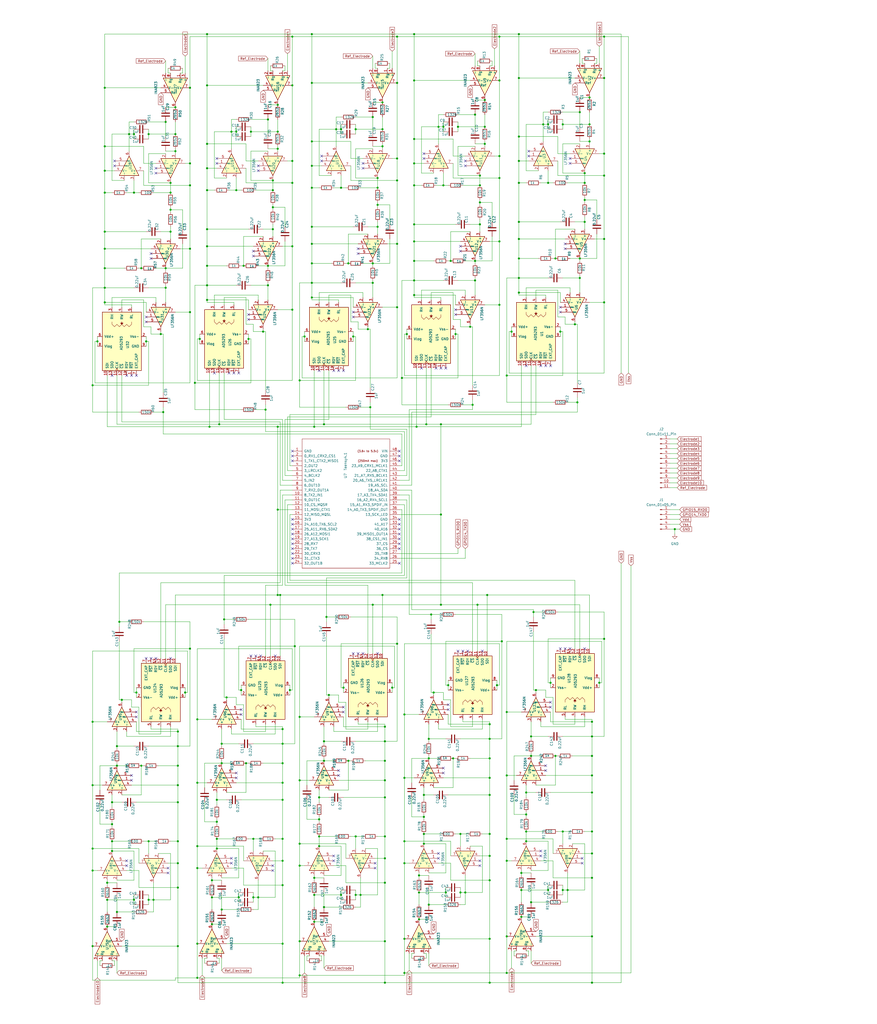
<source format=kicad_sch>
(kicad_sch (version 20231120) (generator "eeschema") (generator_version "8.0")
  (paper "User" 457.2 533.4)
  (junction (at 177.8 67.31))
  (junction (at 115.57 387.35))
  (junction (at 215.9 116.84))
  (junction (at 278.13 318.77))
  (junction (at 60.96 388.62))
  (junction (at 274.32 433.07))
  (junction (at 218.44 455.93))
  (junction (at 187.96 466.09))
  (junction (at 166.37 426.72))
  (junction (at 229.87 267.97))
  (junction (at 222.25 220.98))
  (junction (at 209.55 196.85))
  (junction (at 147.32 448.31))
  (junction (at 229.87 220.98))
  (junction (at 351.79 275.59))
  (junction (at 162.56 73.66))
  (junction (at 200.66 396.24))
  (junction (at 199.39 53.34))
  (junction (at 307.34 73.66))
  (junction (at 247.65 146.05))
  (junction (at 207.01 19.05))
  (junction (at 308.61 487.68))
  (junction (at 285.75 463.55))
  (junction (at 270.51 71.12))
  (junction (at 270.51 124.46))
  (junction (at 236.22 394.97))
  (junction (at 237.49 173.99))
  (junction (at 223.52 384.81))
  (junction (at 48.26 441.96))
  (junction (at 55.88 468.63))
  (junction (at 314.96 157.48))
  (junction (at 50.8 177.8))
  (junction (at 200.66 378.46))
  (junction (at 69.85 468.63))
  (junction (at 215.9 125.73))
  (junction (at 247.65 135.89))
  (junction (at 168.91 386.08))
  (junction (at 162.56 147.32))
  (junction (at 123.19 68.58))
  (junction (at 179.07 358.14))
  (junction (at 58.42 438.15))
  (junction (at 215.9 85.09))
  (junction (at 255.27 445.77))
  (junction (at 162.56 137.16))
  (junction (at 308.61 393.7))
  (junction (at 92.71 492.76))
  (junction (at 102.87 452.12))
  (junction (at 129.54 176.53))
  (junction (at 162.56 118.11))
  (junction (at 200.66 415.29))
  (junction (at 287.02 355.6))
  (junction (at 220.98 414.02))
  (junction (at 260.35 41.91))
  (junction (at 270.51 95.25))
  (junction (at 162.56 97.79))
  (junction (at 113.03 416.56))
  (junction (at 242.57 464.82))
  (junction (at 86.36 149.86))
  (junction (at 139.7 148.59))
  (junction (at 102.87 491.49))
  (junction (at 274.32 438.15))
  (junction (at 132.08 436.88))
  (junction (at 232.41 464.82))
  (junction (at 102.87 440.69))
  (junction (at 270.51 83.82))
  (junction (at 92.71 438.15))
  (junction (at 302.26 144.78))
  (junction (at 276.86 469.9))
  (junction (at 300.99 209.55))
  (junction (at 215.9 41.91))
  (junction (at 144.78 54.61))
  (junction (at 193.04 212.09))
  (junction (at 163.83 222.25))
  (junction (at 107.95 119.38))
  (junction (at 156.21 508))
  (junction (at 234.95 135.89))
  (junction (at 151.13 359.41))
  (junction (at 184.15 175.26))
  (junction (at 48.26 200.66))
  (junction (at 207.01 127))
  (junction (at 308.61 383.54))
  (junction (at 54.61 149.86))
  (junction (at 185.42 435.61))
  (junction (at 107.95 138.43))
  (junction (at 113.03 427.99))
  (junction (at 246.38 210.82))
  (junction (at 140.97 314.96))
  (junction (at 152.4 44.45))
  (junction (at 156.21 406.4))
  (junction (at 276.86 383.54))
  (junction (at 77.47 69.85))
  (junction (at 231.14 96.52))
  (junction (at 107.95 148.59))
  (junction (at 228.6 66.04))
  (junction (at 115.57 397.51))
  (junction (at 162.56 86.36))
  (junction (at 175.26 67.31))
  (junction (at 144.78 222.25))
  (junction (at 210.82 488.95))
  (junction (at 48.26 408.94))
  (junction (at 254 309.88))
  (junction (at 220.98 425.45))
  (junction (at 250.19 105.41))
  (junction (at 285.75 64.77))
  (junction (at 207.01 335.28))
  (junction (at 85.09 214.63))
  (junction (at 304.8 90.17))
  (junction (at 54.61 139.7))
  (junction (at 264.16 506.73))
  (junction (at 210.82 372.11))
  (junction (at 250.19 91.44))
  (junction (at 101.6 199.39))
  (junction (at 218.44 464.82))
  (junction (at 207.01 93.98))
  (junction (at 314.96 124.46))
  (junction (at 276.86 393.7))
  (junction (at 96.52 360.68))
  (junction (at 271.78 463.55))
  (junction (at 308.61 433.07))
  (junction (at 107.95 74.93))
  (junction (at 285.75 95.25))
  (junction (at 177.8 466.09))
  (junction (at 88.9 120.65))
  (junction (at 264.16 487.68))
  (junction (at 99.06 129.54))
  (junction (at 69.85 69.85))
  (junction (at 238.76 66.04))
  (junction (at 240.03 434.34))
  (junction (at 270.51 134.62))
  (junction (at 170.18 321.31))
  (junction (at 260.35 125.73))
  (junction (at 271.78 477.52))
  (junction (at 270.51 144.78))
  (junction (at 307.34 64.77))
  (junction (at 114.3 220.98))
  (junction (at 196.85 118.11))
  (junction (at 162.56 127))
  (junction (at 99.06 337.82))
  (junction (at 132.08 467.36))
  (junction (at 99.06 162.56))
  (junction (at 58.42 429.26))
  (junction (at 293.37 463.55))
  (junction (at 147.32 407.67))
  (junction (at 144.78 265.43))
  (junction (at 166.37 415.29))
  (junction (at 196.85 97.79))
  (junction (at 138.43 213.36))
  (junction (at 274.32 424.18))
  (junction (at 210.82 405.13))
  (junction (at 293.37 64.77))
  (junction (at 255.27 384.81))
  (junction (at 92.71 417.83))
  (junction (at 229.87 314.96))
  (junction (at 194.31 147.32))
  (junction (at 144.78 68.58))
  (junction (at 302.26 58.42))
  (junction (at 120.65 68.58))
  (junction (at 152.4 83.82))
  (junction (at 76.2 177.8))
  (junction (at 304.8 95.25))
  (junction (at 107.95 156.21))
  (junction (at 91.44 69.85))
  (junction (at 220.98 434.34))
  (junction (at 200.66 435.61))
  (junction (at 86.36 139.7))
  (junction (at 218.44 478.79))
  (junction (at 142.24 99.06))
  (junction (at 147.32 511.81))
  (junction (at 86.36 63.5))
  (junction (at 137.16 172.72))
  (junction (at 128.27 397.51))
  (junction (at 200.66 447.04))
  (junction (at 163.83 480.06))
  (junction (at 60.96 398.78))
  (junction (at 215.9 17.78))
  (junction (at 194.31 137.16))
  (junction (at 185.42 67.31))
  (junction (at 54.61 129.54))
  (junction (at 115.57 473.71))
  (junction (at 255.27 394.97))
  (junction (at 152.4 95.25))
  (junction (at 107.95 128.27))
  (junction (at 200.66 490.22))
  (junction (at 58.42 417.83))
  (junction (at 156.21 490.22))
  (junction (at 144.78 309.88))
  (junction (at 92.71 381))
  (junction (at 60.96 474.98))
  (junction (at 223.52 471.17))
  (junction (at 226.06 360.68))
  (junction (at 177.8 97.79))
  (junction (at 279.4 359.41))
  (junction (at 200.66 459.74))
  (junction (at 147.32 436.88))
  (junction (at 224.79 320.04))
  (junction (at 295.91 463.55))
  (junction (at 134.62 467.36))
  (junction (at 123.19 99.06))
  (junction (at 199.39 67.31))
  (junction (at 54.61 76.2))
  (junction (at 231.14 66.04))
  (junction (at 67.31 69.85))
  (junction (at 314.96 19.05))
  (junction (at 220.98 439.42))
  (junction (at 92.71 408.94))
  (junction (at 73.66 139.7))
  (junction (at 48.26 375.92))
  (junction (at 199.39 76.2))
  (junction (at 102.87 509.27))
  (junction (at 147.32 461.01))
  (junction (at 266.7 172.72))
  (junction (at 255.27 434.34))
  (junction (at 113.03 436.88))
  (junction (at 118.11 363.22))
  (junction (at 168.91 220.98))
  (junction (at 248.92 314.96))
  (junction (at 255.27 414.02))
  (junction (at 308.61 403.86))
  (junction (at 252.73 52.07))
  (junction (at 270.51 115.57))
  (junction (at 215.9 96.52))
  (junction (at 264.16 370.84))
  (junction (at 293.37 433.07))
  (junction (at 223.52 394.97))
  (junction (at 240.03 464.82))
  (junction (at 107.95 17.78))
  (junction (at 48.26 453.39))
  (junction (at 314.96 40.64))
  (junction (at 107.95 87.63))
  (junction (at 252.73 74.93))
  (junction (at 99.06 45.72))
  (junction (at 194.31 314.96))
  (junction (at 107.95 99.06))
  (junction (at 127 138.43))
  (junction (at 307.34 50.8))
  (junction (at 200.66 386.08))
  (junction (at 156.21 439.42))
  (junction (at 283.21 64.77))
  (junction (at 55.88 459.74))
  (junction (at 260.35 92.71))
  (junction (at 162.56 17.78))
  (junction (at 162.56 43.18))
  (junction (at 314.96 80.01))
  (junction (at 54.61 157.48))
  (junction (at 312.42 355.6))
  (junction (at 264.16 195.58))
  (junction (at 142.24 107.95))
  (junction (at 255.27 405.13))
  (junction (at 77.47 468.63))
  (junction (at 99.06 85.09))
  (junction (at 217.17 222.25))
  (junction (at 62.23 323.85))
  (junction (at 270.51 152.4))
  (junction (at 247.65 59.69))
  (junction (at 171.45 361.95))
  (junction (at 69.85 100.33))
  (junction (at 142.24 119.38))
  (junction (at 54.61 120.65))
  (junction (at 289.56 134.62))
  (junction (at 147.32 387.35))
  (junction (at 250.19 96.52))
  (junction (at 77.47 438.15))
  (junction (at 308.61 444.5))
  (junction (at 156.21 373.38))
  (junction (at 260.35 81.28))
  (junction (at 99.06 96.52))
  (junction (at 163.83 457.2))
  (junction (at 274.32 412.75))
  (junction (at 166.37 435.61))
  (junction (at 104.14 176.53))
  (junction (at 91.44 78.74))
  (junction (at 124.46 467.36))
  (junction (at 210.82 506.73))
  (junction (at 147.32 491.49))
  (junction (at 304.8 115.57))
  (junction (at 270.51 40.64))
  (junction (at 54.61 88.9))
  (junction (at 142.24 93.98))
  (junction (at 255.27 458.47))
  (junction (at 168.91 472.44))
  (junction (at 314.96 332.74))
  (junction (at 80.01 468.63))
  (junction (at 200.66 511.81))
  (junction (at 255.27 511.81))
  (junction (at 125.73 359.41))
  (junction (at 255.27 488.95))
  (junction (at 139.7 138.43))
  (junction (at 199.39 309.88))
  (junction (at 102.87 374.65))
  (junction (at 116.84 322.58))
  (junction (at 215.9 135.89))
  (junction (at 73.66 398.78))
  (junction (at 54.61 45.72))
  (junction (at 162.56 154.94))
  (junction (at 308.61 457.2))
  (junction (at 92.71 388.62))
  (junction (at 147.32 397.51))
  (junction (at 289.56 393.7))
  (junction (at 88.9 95.25))
  (junction (at 88.9 100.33))
  (junction (at 58.42 443.23))
  (junction (at 181.61 396.24))
  (junction (at 196.85 106.68))
  (junction (at 139.7 62.23))
  (junction (at 71.12 360.68))
  (junction (at 196.85 92.71))
  (junction (at 191.77 171.45))
  (junction (at 215.9 146.05))
  (junction (at 304.8 104.14))
  (junction (at 88.9 109.22))
  (junction (at 292.1 172.72))
  (junction (at 181.61 137.16))
  (junction (at 102.87 407.67))
  (junction (at 54.61 100.33))
  (junction (at 152.4 128.27))
  (junction (at 245.11 170.18))
  (junction (at 130.81 68.58))
  (junction (at 207.01 160.02))
  (junction (at 308.61 412.75))
  (junction (at 156.21 450.85))
  (junction (at 207.01 82.55))
  (junction (at 210.82 449.58))
  (junction (at 264.16 403.86))
  (junction (at 264.16 436.88))
  (junction (at 55.88 482.6))
  (junction (at 314.96 91.44))
  (junction (at 259.08 356.87))
  (junction (at 233.68 356.87))
  (junction (at 271.78 454.66))
  (junction (at 204.47 358.14))
  (junction (at 147.32 379.73))
  (junction (at 63.5 364.49))
  (junction (at 260.35 19.05))
  (junction (at 92.71 462.28))
  (junction (at 215.9 153.67))
  (junction (at 163.83 466.09))
  (junction (at 260.35 158.75))
  (junction (at 92.71 398.78))
  (junction (at 92.71 449.58))
  (junction (at 299.72 168.91))
  (junction (at 250.19 116.84))
  (junction (at 152.4 19.05))
  (junction (at 212.09 173.99))
  (junction (at 252.73 66.04))
  (junction (at 207.01 43.18))
  (junction (at 166.37 440.69))
  (junction (at 158.75 175.26))
  (junction (at 302.26 134.62))
  (junction (at 156.21 198.12))
  (junction (at 215.9 72.39))
  (junction (at 255.27 377.19))
  (junction (at 194.31 60.96))
  (junction (at 308.61 375.92))
  (junction (at 153.67 336.55))
  (junction (at 261.62 334.01))
  (junction (at 168.91 396.24))
  (junction (at 152.4 161.29))
  (junction (at 48.26 492.76))
  (junction (at 144.78 77.47))
  (junction (at 110.49 458.47))
  (junction (at 110.49 467.36))
  (junction (at 308.61 511.81))
  (junction (at 270.51 17.78))
  (junction (at 210.82 438.15))
  (junction (at 264.16 448.31))
  (junction (at 91.44 55.88))
  (junction (at 200.66 406.4))
  (junction (at 147.32 416.56))
  (junction (at 146.05 309.88))
  (junction (at 107.95 44.45))
  (junction (at 185.42 466.09))
  (junction (at 113.03 441.96))
  (junction (at 110.49 481.33))
  (junction (at 83.82 173.99))
  (junction (at 109.22 222.25))
  (no_connect (at 284.48 190.5))
  (no_connect (at 167.64 83.82))
  (no_connect (at 281.94 443.23))
  (no_connect (at 81.28 90.17))
  (no_connect (at 242.57 86.36))
  (no_connect (at 228.6 444.5))
  (no_connect (at 251.46 339.09))
  (no_connect (at 125.73 369.57))
  (no_connect (at 152.4 293.37))
  (no_connect (at 242.57 83.82))
  (no_connect (at 129.54 163.83))
  (no_connect (at 250.19 448.31))
  (no_connect (at 123.19 405.13))
  (no_connect (at 304.8 337.82))
  (no_connect (at 58.42 195.58))
  (no_connect (at 227.33 191.77))
  (no_connect (at 173.99 448.31))
  (no_connect (at 186.69 132.08))
  (no_connect (at 294.64 337.82))
  (no_connect (at 237.49 163.83))
  (no_connect (at 76.2 342.9))
  (no_connect (at 76.2 165.1))
  (no_connect (at 303.53 447.04))
  (no_connect (at 208.28 234.95))
  (no_connect (at 179.07 368.3))
  (no_connect (at 208.28 240.03))
  (no_connect (at 240.03 130.81))
  (no_connect (at 233.68 367.03))
  (no_connect (at 186.69 129.54))
  (no_connect (at 189.23 340.36))
  (no_connect (at 176.53 193.04))
  (no_connect (at 129.54 166.37))
  (no_connect (at 125.73 372.11))
  (no_connect (at 152.4 240.03))
  (no_connect (at 68.58 403.86))
  (no_connect (at 179.07 370.84))
  (no_connect (at 275.59 81.28))
  (no_connect (at 152.4 290.83))
  (no_connect (at 81.28 342.9))
  (no_connect (at 176.53 403.86))
  (no_connect (at 66.04 195.58))
  (no_connect (at 297.18 85.09))
  (no_connect (at 189.23 85.09))
  (no_connect (at 195.58 449.58))
  (no_connect (at 130.81 341.63))
  (no_connect (at 294.64 129.54))
  (no_connect (at 143.51 341.63))
  (no_connect (at 152.4 283.21))
  (no_connect (at 208.28 270.51))
  (no_connect (at 68.58 406.4))
  (no_connect (at 237.49 161.29))
  (no_connect (at 243.84 339.09))
  (no_connect (at 133.35 341.63))
  (no_connect (at 184.15 162.56))
  (no_connect (at 208.28 293.37))
  (no_connect (at 292.1 162.56))
  (no_connect (at 142.24 450.85))
  (no_connect (at 232.41 191.77))
  (no_connect (at 219.71 191.77))
  (no_connect (at 240.03 128.27))
  (no_connect (at 123.19 402.59))
  (no_connect (at 287.02 368.3))
  (no_connect (at 142.24 453.39))
  (no_connect (at 220.98 80.01))
  (no_connect (at 132.08 133.35))
  (no_connect (at 135.89 341.63))
  (no_connect (at 284.48 401.32))
  (no_connect (at 87.63 454.66))
  (no_connect (at 238.76 339.09))
  (no_connect (at 287.02 365.76))
  (no_connect (at 275.59 78.74))
  (no_connect (at 196.85 340.36))
  (no_connect (at 208.28 283.21))
  (no_connect (at 152.4 285.75))
  (no_connect (at 208.28 237.49))
  (no_connect (at 59.69 86.36))
  (no_connect (at 195.58 452.12))
  (no_connect (at 76.2 167.64))
  (no_connect (at 292.1 337.82))
  (no_connect (at 120.65 449.58))
  (no_connect (at 134.62 86.36))
  (no_connect (at 71.12 373.38))
  (no_connect (at 284.48 398.78))
  (no_connect (at 179.07 193.04))
  (no_connect (at 287.02 190.5))
  (no_connect (at 113.03 85.09))
  (no_connect (at 241.3 339.09))
  (no_connect (at 184.15 340.36))
  (no_connect (at 81.28 87.63))
  (no_connect (at 173.99 445.77))
  (no_connect (at 297.18 337.82))
  (no_connect (at 281.94 190.5))
  (no_connect (at 66.04 450.85))
  (no_connect (at 152.4 275.59))
  (no_connect (at 231.14 402.59))
  (no_connect (at 167.64 81.28))
  (no_connect (at 292.1 160.02))
  (no_connect (at 71.12 195.58))
  (no_connect (at 78.74 134.62))
  (no_connect (at 88.9 342.9))
  (no_connect (at 71.12 370.84))
  (no_connect (at 152.4 234.95))
  (no_connect (at 208.28 285.75))
  (no_connect (at 152.4 288.29))
  (no_connect (at 189.23 87.63))
  (no_connect (at 208.28 273.05))
  (no_connect (at 297.18 82.55))
  (no_connect (at 113.03 82.55))
  (no_connect (at 186.69 340.36))
  (no_connect (at 229.87 191.77))
  (no_connect (at 220.98 82.55))
  (no_connect (at 68.58 195.58))
  (no_connect (at 274.32 190.5))
  (no_connect (at 121.92 194.31))
  (no_connect (at 120.65 447.04))
  (no_connect (at 78.74 342.9))
  (no_connect (at 281.94 445.77))
  (no_connect (at 124.46 194.31))
  (no_connect (at 303.53 449.58))
  (no_connect (at 132.08 130.81))
  (no_connect (at 184.15 165.1))
  (no_connect (at 59.69 83.82))
  (no_connect (at 152.4 270.51))
  (no_connect (at 78.74 132.08))
  (no_connect (at 111.76 194.31))
  (no_connect (at 152.4 273.05))
  (no_connect (at 231.14 400.05))
  (no_connect (at 173.99 193.04))
  (no_connect (at 228.6 447.04))
  (no_connect (at 233.68 369.57))
  (no_connect (at 176.53 401.32))
  (no_connect (at 166.37 193.04))
  (no_connect (at 250.19 450.85))
  (no_connect (at 208.28 278.13))
  (no_connect (at 208.28 280.67))
  (no_connect (at 66.04 448.31))
  (no_connect (at 294.64 127))
  (no_connect (at 152.4 280.67))
  (no_connect (at 208.28 275.59))
  (no_connect (at 119.38 194.31))
  (no_connect (at 134.62 88.9))
  (no_connect (at 152.4 278.13))
  (no_connect (at 87.63 452.12))
  (no_connect (at 152.4 237.49))
  (wire (pts (xy 151.13 361.95) (xy 151.13 359.41)))
  (wire (pts (xy 260.35 158.75) (xy 260.35 125.73)))
  (wire (pts (xy 158.75 175.26) (xy 158.75 177.8)))
  (wire (pts (xy 77.47 466.09) (xy 77.47 468.63)))
  (wire (pts (xy 62.23 323.85) (xy 62.23 298.45)))
  (wire (pts (xy 114.3 194.31) (xy 114.3 220.98)))
  (wire (pts (xy 52.07 411.48) (xy 52.07 398.78)))
  (wire (pts (xy 181.61 411.48) (xy 181.61 396.24)))
  (wire (pts (xy 76.2 175.26) (xy 76.2 177.8)))
  (wire (pts (xy 270.51 152.4) (xy 270.51 144.78)))
  (wire (pts (xy 129.54 322.58) (xy 153.67 322.58)))
  (wire (pts (xy 147.32 304.8) (xy 138.43 304.8)))
  (wire (pts (xy 299.72 119.38) (xy 289.56 119.38)))
  (wire (pts (xy 229.87 154.94) (xy 215.9 154.94)))
  (wire (pts (xy 204.47 358.14) (xy 204.47 355.6)))
  (wire (pts (xy 228.6 66.04) (xy 231.14 66.04)))
  (wire (pts (xy 218.44 478.79) (xy 223.52 478.79)))
  (wire (pts (xy 214.63 214.63) (xy 214.63 252.73)))
  (wire (pts (xy 177.8 64.77) (xy 177.8 67.31)))
  (wire (pts (xy 314.96 19.05) (xy 260.35 19.05)))
  (wire (pts (xy 261.62 384.81) (xy 255.27 384.81)))
  (wire (pts (xy 88.9 95.25) (xy 77.47 95.25)))
  (wire (pts (xy 139.7 62.23) (xy 130.81 62.23)))
  (wire (pts (xy 283.21 64.77) (xy 283.21 73.66)))
  (wire (pts (xy 116.84 154.94) (xy 116.84 158.75)))
  (wire (pts (xy 133.35 378.46) (xy 133.35 377.19)))
  (wire (pts (xy 185.42 77.47) (xy 185.42 92.71)))
  (wire (pts (xy 74.93 85.09) (xy 74.93 76.2)))
  (wire (pts (xy 71.12 363.22) (xy 71.12 360.68)))
  (wire (pts (xy 271.78 222.25) (xy 217.17 222.25)))
  (wire (pts (xy 140.97 341.63) (xy 140.97 314.96)))
  (wire (pts (xy 167.64 497.84) (xy 166.37 497.84)))
  (wire (pts (xy 69.85 149.86) (xy 54.61 149.86)))
  (wire (pts (xy 60.96 195.58) (xy 60.96 220.98)))
  (wire (pts (xy 351.79 275.59) (xy 351.79 278.13)))
  (wire (pts (xy 234.95 445.77) (xy 234.95 438.15)))
  (wire (pts (xy 255.27 434.34) (xy 255.27 445.77)))
  (wire (pts (xy 209.55 196.85) (xy 209.55 210.82)))
  (wire (pts (xy 250.19 114.3) (xy 250.19 116.84)))
  (wire (pts (xy 48.26 510.54) (xy 91.44 510.54)))
  (wire (pts (xy 200.66 415.29) (xy 179.07 415.29)))
  (wire (pts (xy 116.84 299.72) (xy 210.82 299.72)))
  (wire (pts (xy 124.46 457.2) (xy 124.46 441.96)))
  (wire (pts (xy 152.4 19.05) (xy 152.4 44.45)))
  (wire (pts (xy 190.5 441.96) (xy 196.85 441.96)))
  (wire (pts (xy 255.27 375.92) (xy 241.3 375.92)))
  (wire (pts (xy 113.03 416.56) (xy 118.11 416.56)))
  (wire (pts (xy 240.03 125.73) (xy 215.9 125.73)))
  (wire (pts (xy 214.63 255.27) (xy 208.28 255.27)))
  (wire (pts (xy 288.29 444.5) (xy 288.29 436.88)))
  (wire (pts (xy 269.24 403.86) (xy 264.16 403.86)))
  (wire (pts (xy 270.51 71.12) (xy 270.51 40.64)))
  (wire (pts (xy 260.35 125.73) (xy 260.35 92.71)))
  (wire (pts (xy 215.9 405.13) (xy 210.82 405.13)))
  (wire (pts (xy 152.4 245.11) (xy 149.86 245.11)))
  (wire (pts (xy 168.91 396.24) (xy 173.99 396.24)))
  (wire (pts (xy 152.4 161.29) (xy 152.4 128.27)))
  (wire (pts (xy 48.26 408.94) (xy 48.26 441.96)))
  (wire (pts (xy 203.2 124.46) (xy 203.2 137.16)))
  (wire (pts (xy 54.61 45.72) (xy 83.82 45.72)))
  (wire (pts (xy 162.56 127) (xy 162.56 118.11)))
  (wire (pts (xy 238.76 285.75) (xy 238.76 288.29)))
  (wire (pts (xy 200.66 396.24) (xy 200.66 406.4)))
  (wire (pts (xy 194.31 314.96) (xy 229.87 314.96)))
  (wire (pts (xy 189.23 152.4) (xy 189.23 154.94)))
  (wire (pts (xy 212.09 223.52) (xy 212.09 247.65)))
  (wire (pts (xy 184.15 118.11) (xy 162.56 118.11)))
  (wire (pts (xy 127 367.03) (xy 123.19 367.03)))
  (wire (pts (xy 199.39 60.96) (xy 199.39 67.31)))
  (wire (pts (xy 148.59 125.73) (xy 148.59 138.43)))
  (wire (pts (xy 52.07 500.38) (xy 53.34 500.38)))
  (wire (pts (xy 308.61 487.68) (xy 308.61 511.81)))
  (wire (pts (xy 353.06 233.68) (xy 349.25 233.68)))
  (wire (pts (xy 60.96 474.98) (xy 69.85 474.98)))
  (wire (pts (xy 234.95 120.65) (xy 234.95 135.89)))
  (wire (pts (xy 80.01 100.33) (xy 88.9 100.33)))
  (wire (pts (xy 63.5 364.49) (xy 63.5 365.76)))
  (wire (pts (xy 298.45 439.42) (xy 304.8 439.42)))
  (wire (pts (xy 187.96 466.09) (xy 187.96 457.2)))
  (wire (pts (xy 129.54 173.99) (xy 129.54 176.53)))
  (wire (pts (xy 274.32 412.75) (xy 274.32 408.94)))
  (wire (pts (xy 242.57 464.82) (xy 251.46 464.82)))
  (wire (pts (xy 77.47 80.01) (xy 77.47 95.25)))
  (wire (pts (xy 149.86 217.17) (xy 224.79 217.17)))
  (wire (pts (xy 163.83 222.25) (xy 144.78 222.25)))
  (wire (pts (xy 123.19 148.59) (xy 107.95 148.59)))
  (wire (pts (xy 110.49 473.71) (xy 110.49 467.36)))
  (wire (pts (xy 199.39 76.2) (xy 199.39 77.47)))
  (wire (pts (xy 104.14 176.53) (xy 104.14 179.07)))
  (wire (pts (xy 170.18 323.85) (xy 170.18 321.31)))
  (wire (pts (xy 151.13 359.41) (xy 152.4 359.41)))
  (wire (pts (xy 132.08 168.91) (xy 132.08 172.72)))
  (wire (pts (xy 283.21 64.77) (xy 274.32 64.77)))
  (wire (pts (xy 255.27 488.95) (xy 226.06 488.95)))
  (wire (pts (xy 99.06 96.52) (xy 99.06 85.09)))
  (wire (pts (xy 74.93 85.09) (xy 81.28 85.09)))
  (wire (pts (xy 158.75 175.26) (xy 157.48 175.26)))
  (wire (pts (xy 264.16 448.31) (xy 266.7 448.31)))
  (wire (pts (xy 220.98 414.02) (xy 220.98 410.21)))
  (wire (pts (xy 95.25 139.7) (xy 86.36 139.7)))
  (wire (pts (xy 299.72 302.26) (xy 151.13 302.26)))
  (wire (pts (xy 349.25 270.51) (xy 354.33 270.51)))
  (wire (pts (xy 257.81 25.4) (xy 257.81 34.29)))
  (wire (pts (xy 226.06 360.68) (xy 226.06 361.95)))
  (wire (pts (xy 132.08 467.36) (xy 132.08 469.9)))
  (wire (pts (xy 76.2 177.8) (xy 76.2 180.34)))
  (wire (pts (xy 163.83 457.2) (xy 163.83 455.93)))
  (wire (pts (xy 124.46 464.82) (xy 124.46 467.36)))
  (wire (pts (xy 147.32 491.49) (xy 118.11 491.49)))
  (wire (pts (xy 314.96 19.05) (xy 327.66 19.05)))
  (wire (pts (xy 186.69 377.19) (xy 186.69 375.92)))
  (wire (pts (xy 58.42 154.94) (xy 58.42 160.02)))
  (wire (pts (xy 175.26 67.31) (xy 175.26 76.2)))
  (wire (pts (xy 77.47 444.5) (xy 77.47 438.15)))
  (wire (pts (xy 166.37 91.44) (xy 166.37 67.31)))
  (wire (pts (xy 191.77 304.8) (xy 148.59 304.8)))
  (wire (pts (xy 113.03 441.96) (xy 124.46 441.96)))
  (wire (pts (xy 185.42 463.55) (xy 185.42 466.09)))
  (wire (pts (xy 224.79 152.4) (xy 224.79 156.21)))
  (wire (pts (xy 237.49 434.34) (xy 240.03 434.34)))
  (wire (pts (xy 248.92 314.96) (xy 248.92 339.09)))
  (wire (pts (xy 246.38 210.82) (xy 241.3 210.82)))
  (wire (pts (xy 231.14 364.49) (xy 231.14 360.68)))
  (wire (pts (xy 68.58 408.94) (xy 92.71 408.94)))
  (wire (pts (xy 204.47 358.14) (xy 205.74 358.14)))
  (wire (pts (xy 144.78 161.29) (xy 152.4 161.29)))
  (wire (pts (xy 247.65 27.94) (xy 247.65 34.29)))
  (wire (pts (xy 295.91 463.55) (xy 293.37 463.55)))
  (wire (pts (xy 74.93 156.21) (xy 74.93 170.18)))
  (wire (pts (xy 171.45 193.04) (xy 171.45 218.44)))
  (wire (pts (xy 69.85 458.47) (xy 69.85 443.23)))
  (wire (pts (xy 115.57 473.71) (xy 115.57 466.09)))
  (wire (pts (xy 238.76 173.99) (xy 238.76 196.85)))
  (wire (pts (xy 130.81 66.04) (xy 130.81 68.58)))
  (wire (pts (xy 180.34 447.04) (xy 180.34 439.42)))
  (wire (pts (xy 308.61 487.68) (xy 279.4 487.68)))
  (wire (pts (xy 213.36 213.36) (xy 213.36 250.19)))
  (wire (pts (xy 203.2 35.56) (xy 201.93 35.56)))
  (wire (pts (xy 196.85 381) (xy 173.99 381)))
  (wire (pts (xy 294.64 374.65) (xy 294.64 373.38)))
  (wire (pts (xy 242.57 471.17) (xy 242.57 464.82)))
  (wire (pts (xy 219.71 151.13) (xy 242.57 151.13)))
  (wire (pts (xy 102.87 407.67) (xy 102.87 440.69)))
  (wire (pts (xy 290.83 83.82) (xy 290.83 91.44)))
  (wire (pts (xy 242.57 151.13) (xy 242.57 153.67)))
  (wire (pts (xy 144.78 76.2) (xy 144.78 77.47)))
  (wire (pts (xy 99.06 19.05) (xy 99.06 45.72)))
  (wire (pts (xy 156.21 147.32) (xy 156.21 198.12)))
  (wire (pts (xy 49.53 177.8) (xy 49.53 199.39)))
  (wire (pts (xy 232.41 464.82) (xy 218.44 464.82)))
  (wire (pts (xy 288.29 448.31) (xy 288.29 457.2)))
  (wire (pts (xy 134.62 467.36) (xy 143.51 467.36)))
  (wire (pts (xy 123.19 367.03) (xy 123.19 363.22)))
  (wire (pts (xy 69.85 337.82) (xy 99.06 337.82)))
  (wire (pts (xy 294.64 124.46) (xy 270.51 124.46)))
  (wire (pts (xy 115.57 397.51) (xy 120.65 397.51)))
  (wire (pts (xy 158.75 506.73) (xy 158.75 497.84)))
  (wire (pts (xy 148.59 247.65) (xy 152.4 247.65)))
  (wire (pts (xy 146.05 252.73) (xy 152.4 252.73)))
  (wire (pts (xy 194.31 29.21) (xy 194.31 35.56)))
  (wire (pts (xy 209.55 265.43) (xy 208.28 265.43)))
  (wire (pts (xy 323.85 17.78) (xy 323.85 194.31)))
  (wire (pts (xy 140.97 34.29) (xy 140.97 36.83)))
  (wire (pts (xy 62.23 323.85) (xy 67.31 323.85)))
  (wire (pts (xy 129.54 156.21) (xy 107.95 156.21)))
  (wire (pts (xy 102.87 452.12) (xy 102.87 491.49)))
  (wire (pts (xy 121.92 436.88) (xy 113.03 436.88)))
  (wire (pts (xy 218.44 455.93) (xy 223.52 455.93)))
  (wire (pts (xy 302.26 144.78) (xy 302.26 143.51)))
  (wire (pts (xy 132.08 128.27) (xy 107.95 128.27)))
  (wire (pts (xy 246.38 210.82) (xy 246.38 213.36)))
  (wire (pts (xy 127 381) (xy 127 367.03)))
  (wire (pts (xy 209.55 298.45) (xy 209.55 265.43)))
  (wire (pts (xy 213.36 320.04) (xy 213.36 257.81)))
  (wire (pts (xy 264.16 195.58) (xy 264.16 209.55)))
  (wire (pts (xy 311.15 121.92) (xy 311.15 134.62)))
  (wire (pts (xy 105.41 508) (xy 105.41 499.11)))
  (wire (pts (xy 238.76 196.85) (xy 209.55 196.85)))
  (wire (pts (xy 111.76 153.67) (xy 134.62 153.67)))
  (wire (pts (xy 199.39 160.02) (xy 207.01 160.02)))
  (wire (pts (xy 236.22 92.71) (xy 260.35 92.71)))
  (wire (pts (xy 184.15 154.94) (xy 162.56 154.94)))
  (wire (pts (xy 162.56 17.78) (xy 107.95 17.78)))
  (wire (pts (xy 53.34 408.94) (xy 48.26 408.94)))
  (wire (pts (xy 91.44 309.88) (xy 144.78 309.88)))
  (wire (pts (xy 168.91 455.93) (xy 177.8 455.93)))
  (wire (pts (xy 302.26 314.96) (xy 302.26 337.82)))
  (wire (pts (xy 246.38 200.66) (xy 246.38 170.18)))
  (wire (pts (xy 147.32 379.73) (xy 147.32 387.35)))
  (wire (pts (xy 152.4 242.57) (xy 151.13 242.57)))
  (wire (pts (xy 195.58 35.56) (xy 196.85 35.56)))
  (wire (pts (xy 115.57 505.46) (xy 115.57 499.11)))
  (wire (pts (xy 212.09 173.99) (xy 210.82 173.99)))
  (wire (pts (xy 307.34 73.66) (xy 307.34 74.93)))
  (wire (pts (xy 171.45 218.44) (xy 148.59 218.44)))
  (wire (pts (xy 274.32 149.86) (xy 274.32 154.94)))
  (wire (pts (xy 85.09 212.09) (xy 85.09 214.63)))
  (wire (pts (xy 229.87 267.97) (xy 208.28 267.97)))
  (wire (pts (xy 128.27 87.63) (xy 128.27 95.25)))
  (wire (pts (xy 175.26 60.96) (xy 177.8 60.96)))
  (wire (pts (xy 67.31 438.15) (xy 58.42 438.15)))
  (wire (pts (xy 121.92 157.48) (xy 107.95 157.48)))
  (wire (pts (xy 196.85 92.71) (xy 185.42 92.71)))
  (wire (pts (xy 107.95 157.48) (xy 107.95 156.21)))
  (wire (pts (xy 148.59 218.44) (xy 148.59 247.65)))
  (wire (pts (xy 60.96 506.73) (xy 60.96 500.38)))
  (wire (pts (xy 181.61 121.92) (xy 181.61 137.16)))
  (wire (pts (xy 88.9 120.65) (xy 83.82 120.65)))
  (wire (pts (xy 304.8 113.03) (xy 304.8 115.57)))
  (wire (pts (xy 220.98 416.56) (xy 220.98 414.02)))
  (wire (pts (xy 215.9 153.67) (xy 215.9 154.94)))
  (wire (pts (xy 83.82 303.53) (xy 83.82 342.9)))
  (wire (pts (xy 279.4 359.41) (xy 279.4 360.68)))
  (wire (pts (xy 86.36 149.86) (xy 77.47 149.86)))
  (wire (pts (xy 199.39 76.2) (xy 194.31 76.2)))
  (wire (pts (xy 261.62 334.01) (xy 261.62 320.04)))
  (wire (pts (xy 101.6 199.39) (xy 101.6 213.36)))
  (wire (pts (xy 86.36 314.96) (xy 86.36 342.9)))
  (wire (pts (xy 274.32 424.18) (xy 274.32 422.91)))
  (wire (pts (xy 275.59 495.3) (xy 274.32 495.3)))
  (wire (pts (xy 110.49 374.65) (xy 102.87 374.65)))
  (wire (pts (xy 48.26 453.39) (xy 50.8 453.39)))
  (wire (pts (xy 99.06 388.62) (xy 92.71 388.62)))
  (wire (pts (xy 163.83 193.04) (xy 163.83 222.25)))
  (wire (pts (xy 217.17 222.25) (xy 163.83 222.25)))
  (wire (pts (xy 177.8 67.31) (xy 177.8 69.85)))
  (wire (pts (xy 237.49 116.84) (xy 215.9 116.84)))
  (wire (pts (xy 311.15 33.02) (xy 309.88 33.02)))
  (wire (pts (xy 255.27 445.77) (xy 255.27 458.47)))
  (wire (pts (xy 71.12 360.68) (xy 71.12 358.14)))
  (wire (pts (xy 106.68 410.21) (xy 106.68 397.51)))
  (wire (pts (xy 314.96 91.44) (xy 314.96 80.01)))
  (wire (pts (xy 116.84 332.74) (xy 116.84 363.22)))
  (wire (pts (xy 267.97 495.3) (xy 269.24 495.3)))
  (wire (pts (xy 116.84 194.31) (xy 116.84 218.44)))
  (wire (pts (xy 162.56 97.79) (xy 162.56 86.36)))
  (wire (pts (xy 180.34 379.73) (xy 180.34 365.76)))
  (wire (pts (xy 182.88 82.55) (xy 182.88 73.66)))
  (wire (pts (xy 140.97 314.96) (xy 194.31 314.96)))
  (wire (pts (xy 229.87 267.97) (xy 229.87 314.96)))
  (wire (pts (xy 209.55 226.06) (xy 209.55 242.57)))
  (wire (pts (xy 270.51 115.57) (xy 270.51 95.25)))
  (wire (pts (xy 238.76 76.2) (xy 238.76 91.44)))
  (wire (pts (xy 156.21 198.12) (xy 156.21 212.09)))
  (wire (pts (xy 96.52 363.22) (xy 96.52 360.68)))
  (wire (pts (xy 148.59 138.43) (xy 139.7 138.43)))
  (wire (pts (xy 194.31 147.32) (xy 185.42 147.32)))
  (wire (pts (xy 92.71 462.28) (xy 92.71 492.76)))
  (wire (pts (xy 152.4 257.81) (xy 147.32 257.81)))
  (wire (pts (xy 224.79 330.2) (xy 224.79 360.68)))
  (wire (pts (xy 152.4 83.82) (xy 149.86 83.82)))
  (wire (pts (xy 92.71 438.15) (xy 88.9 438.15)))
  (wire (pts (xy 292.1 172.72) (xy 292.1 175.26)))
  (wire (pts (xy 88.9 383.54) (xy 66.04 383.54)))
  (wire (pts (xy 128.27 397.51) (xy 129.54 397.51)))
  (wire (pts (xy 284.48 359.41) (xy 279.4 359.41)))
  (wire (pts (xy 314.96 80.01) (xy 314.96 40.64)))
  (wire (pts (xy 74.93 76.2) (xy 54.61 76.2)))
  (wire (pts (xy 80.01 468.63) (xy 80.01 459.74)))
  (wire (pts (xy 290.83 165.1) (xy 294.64 165.1)))
  (wire (pts (xy 245.11 120.65) (xy 234.95 120.65)))
  (wire (pts (xy 55.88 482.6) (xy 60.96 482.6)))
  (wire (pts (xy 191.77 340.36) (xy 191.77 304.8)))
  (wire (pts (xy 115.57 387.35) (xy 115.57 379.73)))
  (wire (pts (xy 256.54 123.19) (xy 256.54 135.89)))
  (wire (pts (xy 223.52 384.81) (xy 232.41 384.81)))
  (wire (pts (xy 229.87 220.98) (xy 229.87 267.97)))
  (wire (pts (xy 60.96 388.62) (xy 69.85 388.62)))
  (wire (pts (xy 228.6 59.69) (xy 228.6 66.04)))
  (wire (pts (xy 52.07 429.26) (xy 58.42 429.26)))
  (wire (pts (xy 308.61 403.86) (xy 308.61 412.75)))
  (wire (pts (xy 59.69 500.38) (xy 58.42 500.38)))
  (wire (pts (xy 353.06 241.3) (xy 349.25 241.3)))
  (wire (pts (xy 148.59 118.11) (xy 148.59 107.95)))
  (wire (pts (xy 166.37 97.79) (xy 162.56 97.79)))
  (wire (pts (xy 290.83 91.44) (xy 314.96 91.44)))
  (wire (pts (xy 176.53 365.76) (xy 176.53 361.95)))
  (wire (pts (xy 313.69 355.6) (xy 313.69 334.01)))
  (wire (pts (xy 307.34 72.39) (xy 307.34 73.66)))
  (wire (pts (xy 163.83 472.44) (xy 163.83 466.09)))
  (wire (pts (xy 234.95 438.15) (xy 210.82 438.15)))
  (wire (pts (xy 251.46 379.73) (xy 228.6 379.73)))
  (wire (pts (xy 293.37 64.77) (xy 293.37 67.31)))
  (wire (pts (xy 309.88 124.46) (xy 314.96 124.46)))
  (wire (pts (xy 223.52 471.17) (xy 232.41 471.17)))
  (wire (pts (xy 260.35 81.28) (xy 260.35 41.91)))
  (wire (pts (xy 182.88 153.67) (xy 182.88 167.64)))
  (wire (pts (xy 236.22 410.21) (xy 236.22 394.97)))
  (wire (pts (xy 234.95 364.49) (xy 231.14 364.49)))
  (wire (pts (xy 233.68 377.19) (xy 255.27 377.19)))
  (wire (pts (xy 210.82 488.95) (xy 210.82 506.73)))
  (wire (pts (xy 168.91 472.44) (xy 177.8 472.44)))
  (wire (pts (xy 168.91 504.19) (xy 168.91 497.84)))
  (wire (pts (xy 127 448.31) (xy 127 440.69)))
  (wire (pts (xy 185.42 441.96) (xy 185.42 435.61)))
  (wire (pts (xy 148.59 260.35) (xy 152.4 260.35)))
  (wire (pts (xy 58.42 93.98) (xy 58.42 69.85)))
  (wire (pts (xy 288.29 209.55) (xy 264.16 209.55)))
  (wire (pts (xy 78.74 170.18) (xy 78.74 173.99)))
  (wire (pts (xy 72.39 453.39) (xy 72.39 462.28)))
  (wire (pts (xy 194.31 60.96) (xy 194.31 68.58)))
  (wire (pts (xy 176.53 361.95) (xy 171.45 361.95)))
  (wire (pts (xy 158.75 172.72) (xy 158.75 175.26)))
  (wire (pts (xy 80.01 474.98) (xy 77.47 474.98)))
  (wire (pts (xy 255.27 125.73) (xy 260.35 125.73)))
  (wire (pts (xy 107.95 119.38) (xy 107.95 99.06)))
  (wire (pts (xy 215.9 17.78) (xy 215.9 41.91)))
  (wire (pts (xy 182.88 167.64) (xy 186.69 167.64)))
  (wire (pts (xy 209.55 146.05) (xy 209.55 196.85)))
  (wire (pts (xy 177.8 97.79) (xy 173.99 97.79)))
  (wire (pts (xy 220.98 85.09) (xy 215.9 85.09)))
  (wire (pts (xy 168.91 193.04) (xy 168.91 220.98)))
  (wire (pts (xy 311.15 114.3) (xy 311.15 104.14)))
  (wire (pts (xy 256.54 135.89) (xy 247.65 135.89)))
  (wire (pts (xy 113.03 429.26) (xy 113.03 427.99)))
  (wire (pts (xy 147.32 387.35) (xy 147.32 397.51)))
  (wire (pts (xy 260.35 356.87) (xy 260.35 335.28)))
  (wire (pts (xy 182.88 321.31) (xy 207.01 321.31)))
  (wire (pts (xy 142.24 119.38) (xy 142.24 123.19)))
  (wire (pts (xy 214.63 317.5) (xy 214.63 255.27)))
  (wire (pts (xy 203.2 116.84) (xy 203.2 106.68)))
  (wire (pts (xy 162.56 73.66) (xy 162.56 43.18)))
  (wire (pts (xy 251.46 379.73) (xy 251.46 374.65)))
  (wire (pts (xy 168.91 220.98) (xy 114.3 220.98)))
  (wire (pts (xy 203.2 137.16) (xy 194.31 137.16)))
  (wire (pts (xy 279.4 408.94) (xy 289.56 408.94)))
  (wire (pts (xy 138.43 304.8) (xy 138.43 341.63)))
  (wire (pts (xy 92.71 511.81) (xy 92.71 492.76)))
  (wire (pts (xy 156.21 490.22) (xy 156.21 508)))
  (wire (pts (xy 67.31 63.5) (xy 67.31 69.85)))
  (wire (pts (xy 144.78 265.43) (xy 144.78 309.88)))
  (wire (pts (xy 245.11 170.18) (xy 245.11 168.91)))
  (wire (pts (xy 220.98 414.02) (xy 226.06 414.02)))
  (wire (pts (xy 308.61 393.7) (xy 308.61 403.86)))
  (wire (pts (xy 68.58 158.75) (xy 54.61 158.75)))
  (wire (pts (xy 187.96 472.44) (xy 187.96 466.09)))
  (wire (pts (xy 246.38 378.46) (xy 246.38 374.65)))
  (wire (pts (xy 222.25 499.11) (xy 222.25 496.57)))
  (wire (pts (xy 166.37 415.29) (xy 171.45 415.29)))
  (wire (pts (xy 147.32 461.01) (xy 147.32 491.49)))
  (wire (pts (xy 203.2 33.02) (xy 203.2 35.56)))
  (wire (pts (xy 110.49 481.33) (xy 115.57 481.33)))
  (wire (pts (xy 60.96 474.98) (xy 60.96 467.36)))
  (wire (pts (xy 59.69 502.92) (xy 59.69 500.38)))
  (wire (pts (xy 107.95 138.43) (xy 107.95 128.27)))
  (wire (pts (xy 289.56 408.94) (xy 289.56 393.7)))
  (wire (pts (xy 300.99 209.55) (xy 300.99 214.63)))
  (wire (pts (xy 264.16 334.01) (xy 264.16 370.84)))
  (wire (pts (xy 184.15 172.72) (xy 184.15 175.26)))
  (wire (pts (xy 261.62 384.81) (xy 261.62 334.01)))
  (wire (pts (xy 276.86 469.9) (xy 285.75 469.9)))
  (wire (pts (xy 288.29 457.2) (xy 308.61 457.2)))
  (wire (pts (xy 219.71 96.52) (xy 215.9 96.52)))
  (wire (pts (xy 171.45 153.67) (xy 171.45 157.48)))
  (wire (pts (xy 172.72 91.44) (xy 166.37 91.44)))
  (wire (pts (xy 166.37 440.69) (xy 166.37 435.61)))
  (wire (pts (xy 212.09 300.99) (xy 212.09 260.35)))
  (wire (pts (xy 255.27 434.34) (xy 251.46 434.34)))
  (wire (pts (xy 256.54 105.41) (xy 250.19 105.41)))
  (wire (pts (xy 214.63 499.11) (xy 214.63 496.57)))
  (wire (pts (xy 234.95 378.46) (xy 234.95 364.49)))
  (wire (pts (xy 96.52 360.68) (xy 96.52 358.14)))
  (wire (pts (xy 170.18 331.47) (xy 170.18 361.95)))
  (wire (pts (xy 270.51 152.4) (xy 270.51 153.67)))
  (wire (pts (xy 67.31 69.85) (xy 58.42 69.85)))
  (wire (pts (xy 160.02 408.94) (xy 160.02 396.24)))
  (wire (pts (xy 111.76 92.71) (xy 111.76 68.58)))
  (wire (pts (xy 55.88 195.58) (xy 55.88 222.25)))
  (wire (pts (xy 152.4 262.89) (xy 149.86 262.89)))
  (wire (pts (xy 185.42 67.31) (xy 185.42 69.85)))
  (wire (pts (xy 300.99 168.91) (xy 299.72 168.91)))
  (wire (pts (xy 127 138.43) (xy 125.73 138.43)))
  (wire (pts (xy 143.51 382.27) (xy 143.51 377.19)))
  (wire (pts (xy 69.85 93.98) (xy 69.85 100.33)))
  (wire (pts (xy 242.57 290.83) (xy 208.28 290.83)))
  (wire (pts (xy 294.64 165.1) (xy 294.64 168.91)))
  (wire (pts (xy 148.59 34.29) (xy 148.59 36.83)))
  (wire (pts (xy 270.51 134.62) (xy 270.51 124.46)))
  (wire (pts (xy 231.14 96.52) (xy 227.33 96.52)))
  (wire (pts (xy 149.86 27.94) (xy 149.86 36.83)))
  (wire (pts (xy 191.77 121.92) (xy 181.61 121.92)))
  (wire (pts (xy 76.2 162.56) (xy 76.2 157.48)))
  (wire (pts (xy 116.84 154.94) (xy 128.27 154.94)))
  (wire (pts (xy 86.36 63.5) (xy 77.47 63.5)))
  (wire (pts (xy 234.95 449.58) (xy 228.6 449.58)))
  (wire (pts (xy 295.91 469.9) (xy 293.37 469.9)))
  (wire (pts (xy 302.26 58.42) (xy 293.37 58.42)))
  (wire (pts (xy 77.47 67.31) (xy 77.47 69.85)))
  (wire (pts (xy 97.79 360.68) (xy 97.79 339.09)))
  (wire (pts (xy 292.1 152.4) (xy 270.51 152.4)))
  (wire (pts (xy 231.14 90.17) (xy 231.14 96.52)))
  (wire (pts (xy 207.01 160.02) (xy 207.01 127)))
  (wire (pts (xy 314.96 383.54) (xy 314.96 332.74)))
  (wire (pts (xy 83.82 173.99) (xy 83.82 172.72)))
  (wire (pts (xy 220.98 425.45) (xy 220.98 424.18)))
  (wire (pts (xy 349.25 275.59) (xy 351.79 275.59)))
  (wire (pts (xy 349.25 273.05) (xy 354.33 273.05)))
  (wire (pts (xy 114.3 499.11) (xy 113.03 499.11)))
  (wire (pts (xy 210.82 195.58) (xy 260.35 195.58)))
  (wire (pts (xy 281.94 378.46) (xy 281.94 375.92)))
  (wire (pts (xy 182.88 82.55) (xy 189.23 82.55)))
  (wire (pts (xy 109.22 222.25) (xy 55.88 222.25)))
  (wire (pts (xy 48.26 375.92) (xy 48.26 408.94)))
  (wire (pts (xy 212.09 171.45) (xy 212.09 173.99)))
  (wire (pts (xy 152.4 128.27) (xy 152.4 95.25)))
  (wire (pts (xy 215.9 72.39) (xy 215.9 41.91)))
  (wire (pts (xy 85.09 214.63) (xy 85.09 226.06)))
  (wire (pts (xy 224.79 152.4) (xy 236.22 152.4)))
  (wire (pts (xy 285.75 355.6) (xy 285.75 332.74)))
  (wire (pts (xy 266.7 175.26) (xy 266.7 172.72)))
  (wire (pts (xy 58.42 154.94) (xy 81.28 154.94)))
  (wire (pts (xy 133.35 378.46) (xy 147.32 378.46)))
  (wire (pts (xy 107.95 87.63) (xy 107.95 74.93)))
  (wire (pts (xy 153.67 387.35) (xy 153.67 336.55)))
  (wire (pts (xy 288.29 436.88) (xy 264.16 436.88)))
  (wire (pts (xy 54.61 158.75) (xy 54.61 157.48)))
  (wire (pts (xy 88.9 444.5) (xy 88.9 468.63)))
  (wire (pts (xy 68.58 364.49) (xy 63.5 364.49)))
  (wire (pts (xy 107.95 148.59) (xy 107.95 138.43)))
  (wire (pts (xy 255.27 394.97) (xy 245.11 394.97)))
  (wire (pts (xy 152.4 95.25) (xy 152.4 83.82)))
  (wire (pts (xy 184.15 175.26) (xy 184.15 177.8)))
  (wire (pts (xy 203.2 106.68) (xy 196.85 106.68)))
  (wire (pts (xy 69.85 360.68) (xy 69.85 337.82)))
  (wire (pts (xy 156.21 450.85) (xy 158.75 450.85)))
  (wire (pts (xy 196.85 441.96) (xy 196.85 466.09)))
  (wire (pts (xy 72.39 214.63) (xy 48.26 214.63)))
  (wire (pts (xy 255.27 375.92) (xy 255.27 377.19)))
  (wire (pts (xy 127 461.01) (xy 147.32 461.01)))
  (wire (pts (xy 48.26 149.86) (xy 48.26 200.66)))
  (wire (pts (xy 138.43 172.72) (xy 137.16 172.72)))
  (wire (pts (xy 237.49 173.99) (xy 238.76 173.99)))
  (wire (pts (xy 307.34 73.66) (xy 302.26 73.66)))
  (wire (pts (xy 191.77 379.73) (xy 180.34 379.73)))
  (wire (pts (xy 129.54 161.29) (xy 129.54 156.21)))
  (wire (pts (xy 58.42 430.53) (xy 58.42 429.26)))
  (wire (pts (xy 233.68 356.87) (xy 232.41 356.87)))
  (wire (pts (xy 284.48 153.67) (xy 270.51 153.67)))
  (wire (pts (xy 179.07 360.68) (xy 179.07 358.14)))
  (wire (pts (xy 210.82 372.11) (xy 210.82 405.13)))
  (wire (pts (xy 88.9 120.65) (xy 88.9 124.46)))
  (wire (pts (xy 247.65 146.05) (xy 238.76 146.05)))
  (wire (pts (xy 124.46 467.36) (xy 124.46 469.9)))
  (wire (pts (xy 60.96 397.51) (xy 60.96 398.78)))
  (wire (pts (xy 71.12 360.68) (xy 69.85 360.68)))
  (wire (pts (xy 247.65 59.69) (xy 238.76 59.69)))
  (wire (pts (xy 180.34 459.74) (xy 200.66 459.74)))
  (wire (pts (xy 54.61 129.54) (xy 54.61 120.65)))
  (wire (pts (xy 265.43 194.31) (xy 314.96 194.31)))
  (wire (pts (xy 166.37 427.99) (xy 166.37 426.72)))
  (wire (pts (xy 242.57 471.17) (xy 240.03 471.17)))
  (wire (pts (xy 182.88 73.66) (xy 162.56 73.66)))
  (wire (pts (xy 303.53 30.48) (xy 303.53 33.02)))
  (wire (pts (xy 166.37 152.4) (xy 189.23 152.4)))
  (wire (pts (xy 307.34 309.88) (xy 254 309.88)))
  (wire (pts (xy 270.51 83.82) (xy 270.51 71.12)))
  (wire (pts (xy 278.13 317.5) (xy 214.63 317.5)))
  (wire (pts (xy 74.93 96.52) (xy 99.06 96.52)))
  (wire (pts (xy 267.97 414.02) (xy 267.97 424.18)))
  (wire (pts (xy 118.11 412.75) (xy 128.27 412.75)))
  (wire (pts (xy 168.91 386.08) (xy 177.8 386.08)))
  (wire (pts (xy 95.25 119.38) (xy 95.25 109.22)))
  (wire (pts (xy 210.82 262.89) (xy 208.28 262.89)))
  (wire (pts (xy 111.76 99.06) (xy 107.95 99.06)))
  (wire (pts (xy 58.42 417.83) (xy 58.42 414.02)))
  (wire (pts (xy 146.05 303.53) (xy 83.82 303.53)))
  (wire (pts (xy 62.23 364.49) (xy 63.5 364.49)))
  (wire (pts (xy 307.34 50.8) (xy 302.26 50.8)))
  (wire (pts (xy 130.81 176.53) (xy 130.81 199.39)))
  (wire (pts (xy 152.4 19.05) (xy 99.06 19.05)))
  (wire (pts (xy 152.4 359.41) (xy 152.4 337.82)))
  (wire (pts (xy 99.06 388.62) (xy 99.06 337.82)))
  (wire (pts (xy 276.86 392.43) (xy 276.86 393.7)))
  (wire (pts (xy 285.75 463.55) (xy 271.78 463.55)))
  (wire (pts (xy 71.12 375.92) (xy 71.12 381)))
  (wire (pts (xy 254 309.88) (xy 199.39 309.88)))
  (wire (pts (xy 247.65 137.16) (xy 247.65 135.89)))
  (wire (pts (xy 207.01 386.08) (xy 200.66 386.08)))
  (wire (pts (xy 245.11 440.69) (xy 251.46 440.69)))
  (wire (pts (xy 91.44 63.5) (xy 91.44 69.85)))
  (wire (pts (xy 207.01 196.85) (xy 207.01 160.02)))
  (wire (pts (xy 72.39 449.58) (xy 72.39 441.96)))
  (wire (pts (xy 312.42 355.6) (xy 313.69 355.6)))
  (wire (pts (xy 215.9 146.05) (xy 215.9 153.67)))
  (wire (pts (xy 142.24 93.98) (xy 142.24 99.06)))
  (wire (pts (xy 74.93 438.15) (xy 77.47 438.15)))
  (wire (pts (xy 312.42 355.6) (xy 312.42 353.06)))
  (wire (pts (xy 270.51 40.64) (xy 299.72 40.64)))
  (wire (pts (xy 236.22 394.97) (xy 237.49 394.97)))
  (wire (pts (xy 255.27 511.81) (xy 200.66 511.81)))
  (wire (pts (xy 184.15 175.26) (xy 185.42 175.26)))
  (wire (pts (xy 308.61 444.5) (xy 308.61 457.2)))
  (wire (pts (xy 69.85 468.63) (xy 55.88 468.63)))
  (wire (pts (xy 196.85 106.68) (xy 196.85 107.95)))
  (wire (pts (xy 193.04 212.09) (xy 187.96 212.09)))
  (wire (pts (xy 63.5 195.58) (xy 63.5 219.71)))
  (wire (pts (xy 228.6 66.04) (xy 228.6 74.93)))
  (wire (pts (xy 139.7 62.23) (xy 139.7 69.85)))
  (wire (pts (xy 106.68 427.99) (xy 113.03 427.99)))
  (wire (pts (xy 238.76 63.5) (xy 238.76 66.04)))
  (wire (pts (xy 247.65 76.2) (xy 238.76 76.2)))
  (wire (pts (xy 130.81 68.58) (xy 130.81 71.12)))
  (wire (pts (xy 228.6 59.69) (xy 231.14 59.69)))
  (wire (pts (xy 255.27 394.97) (xy 255.27 405.13)))
  (wire (pts (xy 250.19 105.41) (xy 250.19 106.68)))
  (wire (pts (xy 58.42 420.37) (xy 58.42 417.83)))
  (wire (pts (xy 107.95 99.06) (xy 107.95 87.63)))
  (wire (pts (xy 232.41 334.01) (xy 261.62 334.01)))
  (wire (pts (xy 99.06 85.09) (xy 96.52 85.09)))
  (wire (pts (xy 241.3 375.92) (xy 241.3 374.65)))
  (wire (pts (xy 156.21 450.85) (xy 156.21 490.22)))
  (wire (pts (xy 285.75 95.25) (xy 281.94 95.25)))
  (wire (pts (xy 314.96 19.05) (xy 314.96 40.64)))
  (wire (pts (xy 207.01 82.55) (xy 207.01 43.18)))
  (wire (pts (xy 196.85 92.71) (xy 196.85 97.79)))
  (wire (pts (xy 163.83 480.06) (xy 168.91 480.06)))
  (wire (pts (xy 160.02 416.56) (xy 160.02 426.72)))
  (wire (pts (xy 193.04 209.55) (xy 193.04 212.09)))
  (wire (pts (xy 290.83 71.12) (xy 270.51 71.12)))
  (wire (pts (xy 294.64 168.91) (xy 299.72 168.91)))
  (wire (pts (xy 266.7 172.72) (xy 265.43 172.72)))
  (wire (pts (xy 72.39 441.96) (xy 48.26 441.96)))
  (wire (pts (xy 200.66 386.08) (xy 200.66 396.24)))
  (wire (pts (xy 54.61 100.33) (xy 54.61 88.9)))
  (wire (pts (xy 270.51 124.46) (xy 270.51 115.57)))
  (wire (pts (xy 92.71 388.62) (xy 77.47 388.62)))
  (wire (pts (xy 92.71 417.83) (xy 92.71 438.15)))
  (wire (pts (xy 177.8 466.09) (xy 163.83 466.09)))
  (wire (pts (xy 353.06 243.84) (xy 349.25 243.84)))
  (wire (pts (xy 138.43 213.36) (xy 133.35 213.36)))
  (wire (pts (xy 246.38 378.46) (xy 234.95 378.46)))
  (wire (pts (xy 67.31 63.5) (xy 69.85 63.5)))
  (wire (pts (xy 95.25 38.1) (xy 93.98 38.1)))
  (wire (pts (xy 132.08 464.82) (xy 132.08 467.36)))
  (wire (pts (xy 110.49 458.47) (xy 115.57 458.47)))
  (wire (pts (xy 215.9 135.89) (xy 215.9 146.05)))
  (wire (pts (xy 307.34 64.77) (xy 293.37 64.77)))
  (wire (pts (xy 166.37 417.83) (xy 166.37 415.29)))
  (wire (pts (xy 215.9 96.52) (xy 215.9 85.09)))
  (wire (pts (xy 279.4 215.9) (xy 151.13 215.9)))
  (wire (pts (xy 299.72 377.19) (xy 299.72 373.38)))
  (wire (pts (xy 121.92 157.48) (xy 121.92 158.75)))
  (wire (pts (xy 54.61 76.2) (xy 54.61 45.72)))
  (wire (pts (xy 162.56 154.94) (xy 162.56 156.21)))
  (wire (pts (xy 147.32 407.67) (xy 147.32 416.56)))
  (wire (pts (xy 102.87 374.65) (xy 102.87 407.67)))
  (wire (pts (xy 177.8 358.14) (xy 177.8 335.28)))
  (wire (pts (xy 60.96 458.47) (xy 69.85 458.47)))
  (wire (pts (xy 48.26 492.76) (xy 48.26 510.54)))
  (wire (pts (xy 50.8 177.8) (xy 49.53 177.8)))
  (wire (pts (xy 293.37 74.93) (xy 293.37 90.17)))
  (wire (pts (xy 116.84 322.58) (xy 121.92 322.58)))
  (wire (pts (xy 102.87 509.27) (xy 156.21 509.27)))
  (wire (pts (xy 170.18 300.99) (xy 212.09 300.99)))
  (wire (pts (xy 220.98 439.42) (xy 232.41 439.42)))
  (wire (pts (xy 199.39 309.88) (xy 146.05 309.88)))
  (wire (pts (xy 287.02 355.6) (xy 287.02 353.06)))
  (wire (pts (xy 132.08 172.72) (xy 137.16 172.72)))
  (wire (pts (xy 276.86 383.54) (xy 276.86 375.92)))
  (wire (pts (xy 205.74 336.55) (xy 156.21 336.55)))
  (wire (pts (xy 242.57 285.75) (xy 242.57 290.83)))
  (wire (pts (xy 283.21 433.07) (xy 274.32 433.07)))
  (wire (pts (xy 353.06 254) (xy 349.25 254)))
  (wire (pts (xy 233.68 372.11) (xy 233.68 377.19)))
  (wire (pts (xy 130.81 78.74) (xy 130.81 93.98)))
  (wire (pts (xy 223.52 384.81) (xy 223.52 386.08)))
  (wire (pts (xy 147.32 397.51) (xy 147.32 407.67)))
  (wire (pts (xy 76.2 177.8) (xy 77.47 177.8)))
  (wire (pts (xy 200.66 396.24) (xy 190.5 396.24)))
  (wire (pts (xy 260.35 81.28) (xy 257.81 81.28)))
  (wire (pts (xy 74.93 323.85) (xy 99.06 323.85)))
  (wire (pts (xy 290.83 80.01) (xy 290.83 71.12)))
  (wire (pts (xy 229.87 314.96) (xy 248.92 314.96)))
  (wire (pts (xy 264.16 448.31) (xy 264.16 487.68)))
  (wire (pts (xy 92.71 379.73) (xy 78.74 379.73)))
  (wire (pts (xy 128.27 95.25) (xy 152.4 95.25)))
  (wire (pts (xy 246.38 213.36) (xy 213.36 213.36)))
  (wire (pts (xy 349.25 267.97) (xy 354.33 267.97)))
  (wire (pts (xy 224.79 320.04) (xy 229.87 320.04)))
  (wire (pts (xy 88.9 383.54) (xy 88.9 378.46)))
  (wire (pts (xy 248.92 31.75) (xy 248.92 34.29)))
  (wire (pts (xy 226.06 135.89) (xy 215.9 135.89)))
  (wire (pts (xy 260.35 195.58) (xy 260.35 158.75)))
  (wire (pts (xy 99.06 199.39) (xy 99.06 162.56)))
  (wire (pts (xy 68.58 368.3) (xy 68.58 364.49)))
  (wire (pts (xy 99.06 162.56) (xy 99.06 129.54)))
  (wire (pts (xy 252.73 73.66) (xy 252.73 74.93)))
  (wire (pts (xy 73.66 398.78) (xy 74.93 398.78)))
  (wire (pts (xy 129.54 436.88) (xy 132.08 436.88)))
  (wire (pts (xy 236.22 85.09) (xy 236.22 92.71)))
  (wire (pts (xy 58.42 429.26) (xy 58.42 427.99)))
  (wire (pts (xy 250.19 91.44) (xy 250.19 96.52)))
  (wire (pts (xy 156.21 439.42) (xy 156.21 450.85)))
  (wire (pts (xy 52.07 419.1) (xy 52.07 429.26)))
  (wire (pts (xy 125.73 213.36) (xy 101.6 213.36)))
  (wire (pts (xy 292.1 170.18) (xy 292.1 172.72)))
  (wire (pts (xy 50.8 177.8) (xy 50.8 180.34)))
  (wire (pts (xy 156.21 406.4) (xy 156.21 439.42)))
  (wire (pts (xy 109.22 194.31) (xy 109.22 222.25)))
  (wire (pts (xy 215.9 17.78) (xy 162.56 17.78)))
  (wire (pts (xy 157.48 175.26) (xy 157.48 196.85)))
  (wire (pts (xy 308.61 375.92) (xy 308.61 383.54)))
  (wire (pts (xy 148.59 304.8) (xy 148.59 260.35)))
  (wire (pts (xy 92.71 408.94) (xy 92.71 417.83)))
  (wire (pts (xy 308.61 433.07) (xy 304.8 433.07)))
  (wire (pts (xy 204.47 360.68) (xy 204.47 358.14)))
  (wire (pts (xy 200.66 435.61) (xy 200.66 447.04)))
  (wire (pts (xy 287.02 358.14) (xy 287.02 355.6)))
  (wire (pts (xy 236.22 72.39) (xy 215.9 72.39)))
  (wire (pts (xy 91.44 77.47) (xy 91.44 78.74)))
  (wire (pts (xy 153.67 336.55) (xy 153.67 322.58)))
  (wire (pts (xy 200.66 511.81) (xy 147.32 511.81)))
  (wire (pts (xy 240.03 170.18) (xy 245.11 170.18)))
  (wire (pts (xy 144.78 77.47) (xy 144.78 78.74)))
  (wire (pts (xy 196.85 105.41) (xy 196.85 106.68)))
  (wire (pts (xy 247.65 146.05) (xy 247.65 153.67)))
  (wire (pts (xy 223.52 471.17) (xy 223.52 463.55)))
  (wire (pts (xy 124.46 467.36) (xy 110.49 467.36)))
  (wire (pts (xy 293.37 433.07) (xy 297.18 433.07)))
  (wire (pts (xy 349.25 265.43) (xy 354.33 265.43)))
  (wire (pts (xy 146.05 309.88) (xy 146.05 341.63)))
  (wire (pts (xy 218.44 457.2) (xy 218.44 455.93)))
  (wire (pts (xy 134.62 467.36) (xy 132.08 467.36)))
  (wire (pts (xy 204.47 26.67) (xy 204.47 35.56)))
  (wire (pts (xy 175.26 435.61) (xy 166.37 435.61)))
  (wire (pts (xy 215.9 116.84) (xy 215.9 96.52)))
  (wire (pts (xy 215.9 41.91) (xy 245.11 41.91)))
  (wire (pts (xy 102.87 509.27) (xy 91.44 509.27)))
  (wire (pts (xy 255.27 414.02) (xy 233.68 414.02)))
  (wire (pts (xy 63.5 156.21) (xy 74.93 156.21)))
  (wire (pts (xy 285.75 62.23) (xy 285.75 64.77)))
  (wire (pts (xy 49.53 199.39) (xy 99.06 199.39)))
  (wire (pts (xy 196.85 118.11) (xy 196.85 121.92)))
  (wire (pts (xy 62.23 298.45) (xy 209.55 298.45)))
  (wire (pts (xy 312.42 358.14) (xy 312.42 355.6)))
  (wire (pts (xy 223.52 454.66) (xy 232.41 454.66)))
  (wire (pts (xy 304.8 90.17) (xy 293.37 90.17)))
  (wire (pts (xy 184.15 160.02) (xy 184.15 154.94)))
  (wire (pts (xy 102.87 491.49) (xy 102.87 509.27)))
  (wire (pts (xy 147.32 436.88) (xy 143.51 436.88)))
  (wire (pts (xy 199.39 53.34) (xy 194.31 53.34)))
  (wire (pts (xy 58.42 417.83) (xy 63.5 417.83)))
  (wire (pts (xy 139.7 148.59) (xy 130.81 148.59)))
  (wire (pts (xy 104.14 173.99) (xy 104.14 176.53)))
  (wire (pts (xy 274.32 415.29) (xy 274.32 412.75)))
  (wire (pts (xy 128.27 83.82) (xy 134.62 83.82)))
  (wire (pts (xy 247.65 59.69) (xy 247.65 67.31)))
  (wire (pts (xy 144.78 68.58) (xy 130.81 68.58)))
  (wire (pts (xy 162.56 147.32) (xy 162.56 154.94)))
  (wire (pts (xy 292.1 115.57) (xy 270.51 115.57)))
  (wire (pts (xy 86.36 31.75) (xy 86.36 38.1)))
  (wire (pts (xy 232.41 462.28) (xy 232.41 464.82)))
  (wire (pts (xy 254 309.88) (xy 254 339.09)))
  (wire (pts (xy 59.69 88.9) (xy 54.61 88.9)))
  (wire (pts (xy 271.78 370.84) (xy 264.16 370.84)))
  (wire (pts (xy 222.25 220.98) (xy 168.91 220.98)))
  (wire (pts (xy 255.27 414.02) (xy 255.27 434.34)))
  (wire (pts (xy 144.78 62.23) (xy 144.78 68.58)))
  (wire (pts (xy 200.66 378.46) (xy 200.66 386.08)))
  (wire (pts (xy 72.39 382.27) (xy 72.39 368.3)))
  (wire (pts (xy 92.71 379.73) (xy 92.71 381)))
  (wire (pts (xy 224.79 360.68) (xy 226.06 360.68)))
  (wire (pts (xy 85.09 204.47) (xy 85.09 173.99)))
  (wire (pts (xy 91.44 510.54) (xy 91.44 509.27)))
  (wire (pts (xy 187.96 472.44) (xy 185.42 472.44)))
  (wire (pts (xy 233.68 96.52) (xy 231.14 96.52)))
  (wire (pts (xy 214.63 252.73) (xy 208.28 252.73)))
  (wire (pts (xy 177.8 335.28) (xy 207.01 335.28)))
  (wire (pts (xy 127 123.19) (xy 127 138.43)))
  (wire (pts (xy 123.19 363.22) (xy 118.11 363.22)))
  (wire (pts (xy 72.39 462.28) (xy 92.71 462.28)))
  (wire (pts (xy 240.03 440.69) (xy 240.03 434.34)))
  (wire (pts (xy 55.88 474.98) (xy 55.88 468.63)))
  (wire (pts (xy 288.29 95.25) (xy 285.75 95.25)))
  (wire (pts (xy 113.03 441.96) (xy 113.03 436.88)))
  (wire (pts (xy 279.4 151.13) (xy 279.4 154.94)))
  (wire (pts (xy 308.61 393.7) (xy 298.45 393.7)))
  (wire (pts (xy 48.26 441.96) (xy 48.26 453.39)))
  (wire (pts (xy 129.54 176.53) (xy 130.81 176.53)))
  (wire (pts (xy 265.43 172.72) (xy 265.43 194.31)))
  (wire (pts (xy 276.86 383.54) (xy 276.86 384.81)))
  (wire (pts (xy 287.02 370.84) (xy 287.02 375.92)))
  (wire (pts (xy 125.73 99.06) (xy 123.19 99.06)))
  (wire (pts (xy 120.65 62.23) (xy 123.19 62.23)))
  (wire (pts (xy 194.31 314.96) (xy 194.31 340.36)))
  (wire (pts (xy 97.79 339.09) (xy 48.26 339.09)))
  (wire (pts (xy 134.62 473.71) (xy 132.08 473.71)))
  (wire (pts (xy 85.09 226.06) (xy 209.55 226.06)))
  (wire (pts (xy 156.21 508) (xy 210.82 508)))
  (wire (pts (xy 127 440.69) (xy 102.87 440.69)))
  (wire (pts (xy 92.71 398.78) (xy 92.71 408.94)))
  (wire (pts (xy 107.95 74.93) (xy 107.95 44.45)))
  (wire (pts (xy 223.52 393.7) (xy 223.52 394.97)))
  (wire (pts (xy 149.86 303.53) (xy 246.38 303.53)))
  (wire (pts (xy 302.26 144.78) (xy 302.26 152.4)))
  (wire (pts (xy 284.48 153.67) (xy 284.48 154.94)))
  (wire (pts (xy 289.56 119.38) (xy 289.56 134.62)))
  (wire (pts (xy 182.88 435.61) (xy 185.42 435.61)))
  (wire (pts (xy 68.58 158.75) (xy 68.58 160.02)))
  (wire (pts (xy 229.87 154.94) (xy 229.87 156.21)))
  (wire (pts (xy 274.32 412.75) (xy 279.4 412.75)))
  (wire (pts (xy 125.73 359.41) (xy 125.73 356.87)))
  (wire (pts (xy 113.03 427.99) (xy 113.03 426.72)))
  (wire (pts (xy 201.93 127) (xy 207.01 127)))
  (wire (pts (xy 87.63 38.1) (xy 88.9 38.1)))
  (wire (pts (xy 252.73 74.93) (xy 247.65 74.93)))
  (wire (pts (xy 308.61 511.81) (xy 323.85 511.81)))
  (wire (pts (xy 194.31 137.16) (xy 189.23 137.16)))
  (wire (pts (xy 285.75 332.74) (xy 314.96 332.74)))
  (wire (pts (xy 106.68 501.65) (xy 106.68 499.11)))
  (wire (pts (xy 252.73 66.04) (xy 238.76 66.04)))
  (wire (pts (xy 214.63 415.29) (xy 214.63 425.45)))
  (wire (pts (xy 250.19 116.84) (xy 245.11 116.84)))
  (wire (pts (xy 133.35 99.06) (xy 142.24 99.06)))
  (wire (pts (xy 250.19 445.77) (xy 255.27 445.77)))
  (wire (pts (xy 151.13 359.41) (xy 151.13 356.87)))
  (wire (pts (xy 200.66 435.61) (xy 196.85 435.61)))
  (wire (pts (xy 271.78 454.66) (xy 271.78 453.39)))
  (wire (pts (xy 270.51 17.78) (xy 215.9 17.78)))
  (wire (pts (xy 236.22 81.28) (xy 242.57 81.28)))
  (wire (pts (xy 240.03 434.34) (xy 243.84 434.34)))
  (wire (pts (xy 123.19 99.06) (xy 119.38 99.06)))
  (wire (pts (xy 138.43 381) (xy 127 381)))
  (wire (pts (xy 217.17 191.77) (xy 217.17 222.25)))
  (wire (pts (xy 113.03 416.56) (xy 113.03 412.75)))
  (wire (pts (xy 214.63 425.45) (xy 220.98 425.45)))
  (wire (pts (xy 92.71 449.58) (xy 92.71 462.28)))
  (wire (pts (xy 140.97 314.96) (xy 86.36 314.96)))
  (wire (pts (xy 58.42 443.23) (xy 58.42 438.15)))
  (wire (pts (xy 238.76 288.29) (xy 208.28 288.29)))
  (wire (pts (xy 299.72 377.19) (xy 288.29 377.19)))
  (wire (pts (xy 92.71 388.62) (xy 92.71 398.78)))
  (wire (pts (xy 280.67 134.62) (xy 270.51 134.62)))
  (wire (pts (xy 149.86 245.11) (xy 149.86 217.17)))
  (wire (pts (xy 129.54 176.53) (xy 129.54 179.07)))
  (wire (pts (xy 48.26 200.66) (xy 48.26 214.63)))
  (wire (pts (xy 213.36 257.81) (xy 208.28 257.81)))
  (wire (pts (xy 123.19 68.58) (xy 123.19 71.12)))
  (wire (pts (xy 162.56 147.32) (xy 156.21 147.32)))
  (wire (pts (xy 199.39 67.31) (xy 185.42 67.31)))
  (wire (pts (xy 173.99 381) (xy 173.99 378.46)))
  (wire (pts (xy 142.24 93.98) (xy 130.81 93.98)))
  (wire (pts (xy 228.6 379.73) (xy 228.6 377.19)))
  (wire (pts (xy 274.32 438.15) (xy 285.75 438.15)))
  (wire (pts (xy 218.44 372.11) (xy 210.82 372.11)))
  (wire (pts (xy 176.53 156.21) (xy 176.53 157.48)))
  (wire (pts (xy 91.44 78.74) (xy 91.44 80.01)))
  (wire (pts (xy 191.77 379.73) (xy 191.77 375.92)))
  (wire (pts (xy 152.4 83.82) (xy 152.4 44.45)))
  (wire (pts (xy 152.4 198.12) (xy 152.4 161.29)))
  (wire (pts (xy 274.32 425.45) (xy 274.32 424.18)))
  (wire (pts (xy 256.54 115.57) (xy 256.54 105.41)))
  (wire (pts (xy 177.8 91.44) (xy 177.8 97.79)))
  (wire (pts (xy 232.41 356.87) (xy 232.41 334.01)))
  (wire (pts (xy 293.37 62.23) (xy 293.37 64.77)))
  (wire (pts (xy 304.8 115.57) (xy 304.8 119.38)))
  (wire (pts (xy 116.84 218.44) (xy 147.32 218.44)))
  (wire (pts (xy 55.88 459.74) (xy 55.88 458.47)))
  (wire (pts (xy 259.08 356.87) (xy 259.08 354.33)))
  (wire (pts (xy 180.34 450.85) (xy 180.34 459.74)))
  (wire (pts (xy 240.03 462.28) (xy 240.03 464.82)))
  (wire (pts (xy 236.22 166.37) (xy 240.03 166.37)))
  (wire (pts (xy 177.8 147.32) (xy 162.56 147.32)))
  (wire (pts (xy 289.56 393.7) (xy 290.83 393.7)))
  (wire (pts (xy 73.66 139.7) (xy 72.39 139.7)))
  (wire (pts (xy 101.6 148.59) (xy 101.6 199.39)))
  (wire (pts (xy 146.05 255.27) (xy 152.4 255.27)))
  (wire (pts (xy 62.23 334.01) (xy 62.23 364.49)))
  (wire (pts (xy 270.51 17.78) (xy 323.85 17.78)))
  (wire (pts (xy 304.8 378.46) (xy 281.94 378.46)))
  (wire (pts (xy 87.63 35.56) (xy 87.63 38.1)))
  (wire (pts (xy 285.75 461.01) (xy 285.75 463.55)))
  (wire (pts (xy 160.02 497.84) (xy 161.29 497.84)))
  (wire (pts (xy 168.91 394.97) (xy 168.91 396.24)))
  (wire (pts (xy 140.97 36.83) (xy 142.24 36.83)))
  (wire (pts (xy 193.04 212.09) (xy 193.04 223.52)))
  (wire (pts (xy 162.56 127) (xy 162.56 137.16)))
  (wire (pts (xy 293.37 195.58) (xy 264.16 195.58)))
  (wire (pts (xy 264.16 370.84) (xy 264.16 403.86)))
  (wire (pts (xy 185.42 198.12) (xy 156.21 198.12)))
  (wire (pts (xy 267.97 424.18) (xy 274.32 424.18)))
  (wire (pts (xy 284.48 363.22) (xy 284.48 359.41)))
  (wire (pts (xy 134.62 153.67) (xy 134.62 156.21)))
  (wire (pts (xy 304.8 102.87) (xy 304.8 104.14)))
  (wire (pts (xy 77.47 177.8) (xy 77.47 200.66)))
  (wire (pts (xy 124.46 336.55) (xy 153.67 336.55)))
  (wire (pts (xy 120.65 68.58) (xy 123.19 68.58)))
  (wire (pts (xy 292.1 157.48) (xy 292.1 152.4)))
  (wire (pts (xy 177.8 466.09) (xy 177.8 468.63)))
  (wire (pts (xy 83.82 382.27) (xy 72.39 382.27)))
  (wire (pts (xy 236.22 81.28) (xy 236.22 72.39)))
  (wire (pts (xy 116.84 322.58) (xy 116.84 299.72)))
  (wire (pts (xy 193.04 223.52) (xy 212.09 223.52)))
  (wire (pts (xy 193.04 201.93) (xy 193.04 171.45)))
  (wire (pts (xy 311.15 30.48) (xy 311.15 33.02)))
  (wire (pts (xy 139.7 78.74) (xy 130.81 78.74)))
  (wire (pts (xy 48.26 339.09) (xy 48.26 375.92)))
  (wire (pts (xy 290.83 433.07) (xy 293.37 433.07)))
  (wire (pts (xy 304.8 90.17) (xy 304.8 95.25)))
  (wire (pts (xy 147.32 511.81) (xy 147.32 491.49)))
  (wire (pts (xy 186.69 127) (xy 162.56 127)))
  (wire (pts (xy 170.18 321.31) (xy 175.26 321.31)))
  (wire (pts (xy 152.4 265.43) (xy 144.78 265.43)))
  (wire (pts (xy 271.78 190.5) (xy 271.78 222.25)))
  (wire (pts (xy 95.25 35.56) (xy 95.25 38.1)))
  (wire (pts (xy 125.73 379.73) (xy 147.32 379.73)))
  (wire (pts (xy 278.13 321.31) (xy 278.13 318.77)))
  (wire (pts (xy 234.95 458.47) (xy 255.27 458.47)))
  (wire (pts (xy 314.96 124.46) (xy 314.96 91.44)))
  (wire (pts (xy 303.53 33.02) (xy 304.8 33.02)))
  (wire (pts (xy 182.88 86.36) (xy 182.88 93.98)))
  (wire (pts (xy 60.96 398.78) (xy 66.04 398.78)))
  (wire (pts (xy 210.82 245.11) (xy 208.28 245.11)))
  (wire (pts (xy 107.95 128.27) (xy 107.95 119.38)))
  (wire (pts (xy 80.01 474.98) (xy 80.01 468.63)))
  (wire (pts (xy 292.1 172.72) (xy 293.37 172.72)))
  (wire (pts (xy 147.32 436.88) (xy 147.32 448.31)))
  (wire (pts (xy 138.43 210.82) (xy 138.43 213.36)))
  (wire (pts (xy 107.95 148.59) (xy 101.6 148.59)))
  (wire (pts (xy 276.86 453.39) (xy 285.75 453.39)))
  (wire (pts (xy 278.13 328.93) (xy 278.13 359.41)))
  (wire (pts (xy 259.08 356.87) (xy 260.35 356.87)))
  (wire (pts (xy 250.19 104.14) (xy 250.19 105.41)))
  (wire (pts (xy 280.67 88.9) (xy 274.32 88.9)))
  (wire (pts (xy 63.5 219.71) (xy 146.05 219.71)))
  (wire (pts (xy 180.34 365.76) (xy 176.53 365.76)))
  (wire (pts (xy 213.36 505.46) (xy 213.36 496.57)))
  (wire (pts (xy 176.53 156.21) (xy 162.56 156.21)))
  (wire (pts (xy 270.51 144.78) (xy 264.16 144.78)))
  (wire (pts (xy 137.16 172.72) (xy 137.16 171.45)))
  (wire (pts (xy 171.45 411.48) (xy 181.61 411.48)))
  (wire (pts (xy 104.14 176.53) (xy 102.87 176.53)))
  (wire (pts (xy 115.57 387.35) (xy 115.57 388.62)))
  (wire (pts (xy 267.97 497.84) (xy 267.97 495.3)))
  (wire (pts (xy 288.29 448.31) (xy 281.94 448.31)))
  (wire (pts (xy 252.73 158.75) (xy 260.35 158.75)))
  (wire (pts (xy 231.14 66.04) (xy 231.14 68.58)))
  (wire (pts (xy 260.35 92.71) (xy 260.35 81.28)))
  (wire (pts (xy 308.61 383.54) (xy 308.61 393.7)))
  (wire (pts (xy 271.78 454.66) (xy 276.86 454.66)))
  (wire (pts (xy 147.32 250.19) (xy 152.4 250.19)))
  (wire (pts (xy 274.32 95.25) (xy 270.51 95.25)))
  (wire (pts (xy 127 452.12) (xy 120.65 452.12)))
  (wire (pts (xy 276.86 393.7) (xy 281.94 393.7)))
  (wire (pts (xy 162.56 86.36) (xy 162.56 73.66)))
  (wire (pts (xy 134.62 467.36) (xy 134.62 458.47)))
  (wire (pts (xy 137.16 123.19) (xy 127 123.19)))
  (wire (pts (xy 128.27 83.82) (xy 128.27 74.93)))
  (wire (pts (xy 92.71 398.78) (xy 82.55 398.78)))
  (wire (pts (xy 175.26 60.96) (xy 175.26 67.31)))
  (wire (pts (xy 213.36 250.19) (xy 208.28 250.19)))
  (wire (pts (xy 194.31 147.32) (xy 194.31 154.94)))
  (wire (pts (xy 293.37 461.01) (xy 293.37 463.55)))
  (wire (pts (xy 295.91 469.9) (xy 295.91 463.55)))
  (wire (pts (xy 199.39 74.93) (xy 199.39 76.2)))
  (wire (pts (xy 54.61 88.9) (xy 54.61 76.2)))
  (wire (pts (xy 278.13 359.41) (xy 279.4 359.41)))
  (wire (pts (xy 255.27 511.81) (xy 255.27 488.95)))
  (wire (pts (xy 264.16 487.68) (xy 264.16 506.73)))
  (wire (pts (xy 209.55 242.57) (xy 208.28 242.57)))
  (wire (pts (xy 187.96 466.09) (xy 185.42 466.09)))
  (wire (pts (xy 307.34 157.48) (xy 314.96 157.48)))
  (wire (pts (xy 238.76 66.04) (xy 238.76 68.58)))
  (wire (pts (xy 64.77 139.7) (xy 54.61 139.7)))
  (wire (pts (xy 54.61 157.48) (xy 54.61 149.86)))
  (wire (pts (xy 147.32 416.56) (xy 125.73 416.56)))
  (wire (pts (xy 110.49 459.74) (xy 110.49 458.47)))
  (wire (pts (xy 129.54 119.38) (xy 107.95 119.38)))
  (wire (pts (xy 107.95 17.78) (xy 54.61 17.78)))
  (wire (pts (xy 88.9 95.25) (xy 88.9 100.33)))
  (wire (pts (xy 248.92 34.29) (xy 250.19 34.29)))
  (wire (pts (xy 138.43 381) (xy 138.43 377.19)))
  (wire (pts (xy 86.36 63.5) (xy 86.36 71.12)))
  (wire (pts (xy 54.61 139.7) (xy 54.61 129.54)))
  (wire (pts (xy 55.88 459.74) (xy 60.96 459.74)))
  (wire (pts (xy 175.26 67.31) (xy 177.8 67.31)))
  (wire (pts (xy 233.68 359.41) (xy 233.68 356.87)))
  (wire (pts (xy 266.7 504.19) (xy 266.7 495.3)))
  (wire (pts (xy 234.95 449.58) (xy 234.95 458.47)))
  (wire (pts (xy 285.75 144.78) (xy 270.51 144.78)))
  (wire (pts (xy 125.73 361.95) (xy 125.73 359.41)))
  (wire (pts (xy 328.93 294.64) (xy 328.93 506.73)))
  (wire (pts (xy 231.14 405.13) (xy 255.27 405.13)))
  (wire (pts (xy 144.78 222.25) (xy 144.78 265.43)))
  (wire (pts (xy 77.47 468.63) (xy 77.47 471.17)))
  (wire (pts (xy 120.65 382.27) (xy 120.65 379.73)))
  (wire (pts (xy 147.32 416.56) (xy 147.32 436.88)))
  (wire (pts (xy 130.81 199.39) (xy 101.6 199.39)))
  (wire (pts (xy 246.38 208.28) (xy 246.38 210.82)))
  (wire (pts (xy 293.37 439.42) (xy 293.37 433.07)))
  (wire (pts (xy 87.63 449.58) (xy 92.71 449.58)))
  (wire (pts (xy 138.43 203.2) (xy 138.43 172.72)))
  (wire (pts (xy 88.9 107.95) (xy 88.9 109.22)))
  (wire (pts (xy 226.06 410.21) (xy 236.22 410.21)))
  (wire (pts (xy 276.86 469.9) (xy 276.86 462.28)))
  (wire (pts (xy 353.06 238.76) (xy 349.25 238.76)))
  (wire (pts (xy 93.98 129.54) (xy 99.06 129.54)))
  (wire (pts (xy 180.34 439.42) (xy 156.21 439.42)))
  (wire (pts (xy 300.99 209.55) (xy 295.91 209.55)))
  (wire (pts (xy 212.09 247.65) (xy 208.28 247.65)))
  (wire (pts (xy 302.26 134.62) (xy 297.18 134.62)))
  (wire (pts (xy 283.21 58.42) (xy 285.75 58.42)))
  (wire (pts (xy 124.46 359.41) (xy 124.46 336.55)))
  (wire (pts (xy 181.61 396.24) (xy 182.88 396.24)))
  (wire (pts (xy 113.03 419.1) (xy 113.03 416.56)))
  (wire (pts (xy 72.39 100.33) (xy 69.85 100.33)))
  (wire (pts (xy 107.95 156.21) (xy 107.95 148.59)))
  (wire (pts (xy 288.29 377.19) (xy 288.29 363.22)))
  (wire (pts (xy 212.09 173.99) (xy 212.09 176.53)))
  (wire (pts (xy 237.49 153.67) (xy 215.9 153.67)))
  (wire (pts (xy 205.74 358.14) (xy 205.74 336.55)))
  (wire (pts (xy 69.85 466.09) (xy 69.85 468.63)))
  (wire (pts (xy 308.61 374.65) (xy 294.64 374.65)))
  (wire (pts (xy 290.83 80.01) (xy 297.18 80.01)))
  (wire (pts (xy 69.85 468.63) (xy 69.85 471.17)))
  (wire (pts (xy 240.03 464.82) (xy 240.03 467.36)))
  (wire (pts (xy 295.91 95.25) (xy 304.8 95.25)))
  (wire (pts (xy 308.61 511.81) (xy 255.27 511.81)))
  (wire (pts (xy 76.2 120.65) (xy 54.61 120.65)))
  (wire (pts (xy 222.25 191.77) (xy 222.25 220.98)))
  (wire (pts (xy 240.03 166.37) (xy 240.03 170.18)))
  (wire (pts (xy 237.49 173.99) (xy 237.49 176.53)))
  (wire (pts (xy 99.06 129.54) (xy 99.06 96.52)))
  (wire (pts (xy 312.42 24.13) (xy 312.42 33.02)))
  (wire (pts (xy 242.57 464.82) (xy 242.57 455.93)))
  (wire (pts (xy 143.51 443.23) (xy 143.51 467.36)))
  (wire (pts (xy 304.8 104.14) (xy 304.8 105.41)))
  (wire (pts (xy 142.24 448.31) (xy 147.32 448.31)))
  (wire (pts (xy 146.05 309.88) (xy 144.78 309.88)))
  (wire (pts (xy 120.65 68.58) (xy 111.76 68.58)))
  (wire (pts (xy 179.07 358.14) (xy 177.8 358.14)))
  (wire (pts (xy 234.95 135.89) (xy 233.68 135.89)))
  (wire (pts (xy 142.24 106.68) (xy 142.24 107.95)))
  (wire (pts (xy 275.59 83.82) (xy 270.51 83.82)))
  (wire (pts (xy 260.35 19.05) (xy 207.01 19.05)))
  (wire (pts (xy 48.26 453.39) (xy 48.26 492.76)))
  (wire (pts (xy 246.38 170.18) (xy 245.11 170.18)))
  (wire (pts (xy 147.32 128.27) (xy 152.4 128.27)))
  (wire (pts (xy 210.82 508) (xy 210.82 506.73)))
  (wire (pts (xy 223.52 394.97) (xy 228.6 394.97)))
  (wire (pts (xy 299.72 168.91) (xy 299.72 167.64)))
  (wire (pts (xy 58.42 100.33) (xy 54.61 100.33)))
  (wire (pts (xy 116.84 325.12) (xy 116.84 322.58)))
  (wire (pts (xy 267.97 393.7) (xy 276.86 393.7)))
  (wire (pts (xy 195.58 33.02) (xy 195.58 35.56)))
  (wire (pts (xy 138.43 224.79) (xy 210.82 224.79)))
  (wire (pts (xy 99.06 337.82) (xy 99.06 323.85)))
  (wire (pts (xy 210.82 449.58) (xy 210.82 488.95)))
  (wire (pts (xy 144.78 222.25) (xy 109.22 222.25)))
  (wire (pts (xy 210.82 224.79) (xy 210.82 245.11)))
  (wire (pts (xy 137.16 443.23) (xy 143.51 443.23)))
  (wire (pts (xy 102.87 440.69) (xy 102.87 452.12)))
  (wire (pts (xy 200.66 415.29) (xy 200.66 435.61)))
  (wire (pts (xy 264.16 403.86) (xy 264.16 436.88)))
  (wire (pts (xy 156.21 336.55) (xy 156.21 373.38)))
  (wire (pts (xy 207.01 19.05) (xy 207.01 43.18)))
  (wire (pts (xy 353.06 228.6) (xy 349.25 228.6)))
  (wire (pts (xy 60.96 388.62) (xy 60.96 381)))
  (wire (pts (xy 195.58 447.04) (xy 200.66 447.04)))
  (wire (pts (xy 147.32 397.51) (xy 137.16 397.51)))
  (wire (pts (xy 266.7 172.72) (xy 266.7 170.18)))
  (wire (pts (xy 256.54 31.75) (xy 256.54 34.29)))
  (wire (pts (xy 271.78 469.9) (xy 271.78 463.55)))
  (wire (pts (xy 185.42 64.77) (xy 185.42 67.31)))
  (wire (pts (xy 218.44 471.17) (xy 218.44 464.82)))
  (wire (pts (xy 156.21 509.27) (xy 156.21 508)))
  (wire (pts (xy 307.34 58.42) (xy 307.34 64.77)))
  (wire (pts (xy 85.09 214.63) (xy 80.01 214.63)))
  (wire (pts (xy 300.99 207.01) (xy 300.99 209.55)))
  (wire (pts (xy 102.87 176.53) (xy 102.87 198.12)))
  (wire (pts (xy 194.31 147.32) (xy 194.31 146.05)))
  (wire (pts (xy 120.65 68.58) (xy 120.65 77.47)))
  (wire (pts (xy 224.79 320.04) (xy 213.36 320.04)))
  (wire (pts (xy 255.27 458.47) (xy 255.27 488.95)))
  (wire (pts (xy 224.79 322.58) (xy 224.79 320.04)))
  (wire (pts (xy 60.96 388.62) (xy 60.96 389.89)))
  (wire (pts (xy 148.59 36.83) (xy 147.32 36.83)))
  (wire (pts (xy 139.7 139.7) (xy 139.7 138.43)))
  (wire (pts (xy 199.39 340.36) (xy 199.39 309.88)))
  (wire (pts (xy 128.27 74.93) (xy 107.95 74.93)))
  (wire (pts (xy 176.53 406.4) (xy 200.66 406.4)))
  (wire (pts (xy 168.91 386.08) (xy 168.91 387.35)))
  (wire (pts (xy 311.15 134.62) (xy 302.26 134.62)))
  (wire (pts (xy 91.44 55.88) (xy 86.36 55.88)))
  (wire (pts (xy 271.78 455.93) (xy 271.78 454.66)))
  (wire (pts (xy 233.68 356.87) (xy 233.68 354.33)))
  (wire (pts (xy 264.16 436.88) (xy 264.16 448.31)))
  (wire (pts (xy 115.57 457.2) (xy 124.46 457.2)))
  (wire (pts (xy 54.61 120.65) (xy 54.61 100.33)))
  (wire (pts (xy 231.14 146.05) (xy 215.9 146.05)))
  (wire (pts (xy 69.85 69.85) (xy 69.85 72.39)))
  (wire (pts (xy 144.78 77.47) (xy 139.7 77.47)))
  (wire (pts (xy 212.09 260.35) (xy 208.28 260.35)))
  (wire (pts (xy 86.36 80.01) (xy 77.47 80.01)))
  (wire (pts (xy 327.66 19.05) (xy 327.66 194.31)))
  (wire (pts (xy 92.71 492.76) (xy 63.5 492.76)))
  (wire (pts (xy 255.27 384.81) (xy 240.03 384.81)))
  (wire (pts (xy 132.08 436.88) (xy 135.89 436.88)))
  (wire (pts (xy 308.61 457.2) (xy 308.61 487.68)))
  (wire (pts (xy 210.82 438.15) (xy 210.82 449.58)))
  (wire (pts (xy 102.87 452.12) (xy 105.41 452.12)))
  (wire (pts (xy 200.66 406.4) (xy 200.66 415.29)))
  (wire (pts (xy 196.85 381) (xy 196.85 375.92)))
  (wire (pts (xy 168.91 386.08) (xy 168.91 378.46)))
  (wire (pts (xy 210.82 405.13) (xy 210.82 438.15)))
  (wire (pts (xy 293.37 463.55) (xy 293.37 466.09)))
  (wire (pts (xy 86.36 140.97) (xy 86.36 139.7)))
  (wire (pts (xy 224.79 217.17) (xy 224.79 191.77)))
  (wire (pts (xy 58.42 443.23) (xy 69.85 443.23)))
  (wire (pts (xy 200.66 377.19) (xy 186.69 377.19)))
  (wire (pts (xy 110.49 458.47) (xy 110.49 457.2)))
  (wire (pts (xy 295.91 463.55) (xy 295.91 454.66)))
  (wire (pts (xy 246.38 303.53) (xy 246.38 339.09)))
  (wire (pts (xy 220.98 439.42) (xy 220.98 434.34)))
  (wire (pts (xy 300.99 214.63) (xy 214.63 214.63)))
  (wire (pts (xy 52.07 502.92) (xy 52.07 500.38)))
  (wire (pts (xy 215.9 85.09) (xy 215.9 72.39)))
  (wire (pts (xy 313.69 334.01) (xy 264.16 334.01)))
  (wire (pts (xy 107.95 17.78) (xy 107.95 44.45)))
  (wire (pts (xy 123.19 66.04) (xy 123.19 68.58)))
  (wire (pts (xy 50.8 509.27) (xy 50.8 500.38)))
  (wire (pts (xy 82.55 444.5) (xy 88.9 444.5)))
  (wire (pts (xy 210.82 173.99) (xy 210.82 195.58)))
  (wire (pts (xy 172.72 137.16) (xy 162.56 137.16)))
  (wire (pts (xy 285.75 88.9) (xy 285.75 95.25)))
  (wire (pts (xy 81.28 154.94) (xy 81.28 157.48)))
  (wire (pts (xy 127 452.12) (xy 127 461.01)))
  (wire (pts (xy 92.71 438.15) (xy 92.71 449.58)))
  (wire (pts (xy 218.44 455.93) (xy 218.44 454.66)))
  (wire (pts (xy 72.39 368.3) (xy 68.58 368.3)))
  (wire (pts (xy 220.98 426.72) (xy 220.98 425.45)))
  (wire (pts (xy 74.93 88.9) (xy 74.93 96.52)))
  (wire (pts (xy 128.27 168.91) (xy 132.08 168.91)))
  (wire (pts (xy 307.34 337.82) (xy 307.34 309.88)))
  (wire (pts (xy 353.06 251.46) (xy 349.25 251.46)))
  (wire (pts (xy 171.45 361.95) (xy 171.45 363.22)))
  (wire (pts (xy 228.6 66.04) (xy 219.71 66.04)))
  (wire (pts (xy 71.12 381) (xy 92.71 381)))
  (wire (pts (xy 91.44 78.74) (xy 86.36 78.74)))
  (wire (pts (xy 274.32 149.86) (xy 297.18 149.86)))
  (wire (pts (xy 353.06 231.14) (xy 349.25 231.14)))
  (wire (pts (xy 114.3 220.98) (xy 60.96 220.98)))
  (wire (pts (xy 118.11 92.71) (xy 111.76 92.71)))
  (wire (pts (xy 200.66 377.19) (xy 200.66 378.46)))
  (wire (pts (xy 210.82 449.58) (xy 213.36 449.58)))
  (wire (pts (xy 187.96 466.09) (xy 196.85 466.09)))
  (wire (pts (xy 95.25 127) (xy 95.25 139.7)))
  (wire (pts (xy 215.9 146.05) (xy 209.55 146.05)))
  (wire (pts (xy 128.27 154.94) (xy 128.27 168.91)))
  (wire (pts (xy 308.61 412.75) (xy 308.61 433.07)))
  (wire (pts (xy 64.77 93.98) (xy 58.42 93.98)))
  (wire (pts (xy 255.27 405.13) (xy 255.27 414.02)))
  (wire (pts (xy 186.69 171.45) (xy 191.77 171.45)))
  (wire (pts (xy 271.78 477.52) (xy 276.86 477.52)))
  (wire (pts (xy 166.37 440.69) (xy 177.8 440.69)))
  (wire (pts (xy 118.11 138.43) (xy 107.95 138.43)))
  (wire (pts (xy 171.45 153.67) (xy 182.88 153.67)))
  (wire (pts (xy 283.21 58.42) (xy 283.21 64.77)))
  (wire (pts (xy 96.52 29.21) (xy 96.52 38.1)))
  (wire (pts (xy 146.05 219.71) (xy 146.05 252.73)))
  (wire (pts (xy 55.88 375.92) (xy 48.26 375.92)))
  (wire (pts (xy 275.59 497.84) (xy 275.59 495.3)))
  (wire (pts (xy 353.06 236.22) (xy 349.25 236.22)))
  (wire (pts (xy 69.85 100.33) (xy 66.04 100.33)))
  (wire (pts (xy 210.82 299.72) (xy 210.82 262.89)))
  (wire (pts (xy 232.41 454.66) (xy 232.41 439.42)))
  (wire (pts (xy 161.29 406.4) (xy 156.21 406.4)))
  (wire (pts (xy 170.18 361.95) (xy 171.45 361.95)))
  (wire (pts (xy 264.16 144.78) (xy 264.16 195.58)))
  (wire (pts (xy 128.27 412.75) (xy 128.27 397.51)))
  (wire (pts (xy 255.27 384.81) (xy 255.27 394.97)))
  (wire (pts (xy 67.31 69.85) (xy 69.85 69.85)))
  (wire (pts (xy 115.57 387.35) (xy 124.46 387.35)))
  (wire (pts (xy 278.13 318.77) (xy 278.13 317.5)))
  (wire (pts (xy 314.96 332.74) (xy 314.96 318.77)))
  (wire (pts (xy 77.47 438.15) (xy 81.28 438.15)))
  (wire (pts (xy 185.42 435.61) (xy 189.23 435.61)))
  (wire (pts (xy 264.16 506.73) (xy 328.93 506.73)))
  (wire (pts (xy 62.23 326.39) (xy 62.23 323.85)))
  (wire (pts (xy 107.95 407.67) (xy 102.87 407.67)))
  (wire (pts (xy 270.51 95.25) (xy 270.51 83.82)))
  (wire (pts (xy 279.4 151.13) (xy 290.83 151.13)))
  (wire (pts (xy 285.75 64.77) (xy 285.75 67.31)))
  (wire (pts (xy 106.68 417.83) (xy 106.68 427.99)))
  (wire (pts (xy 142.24 119.38) (xy 137.16 119.38)))
  (wire (pts (xy 302.26 135.89) (xy 302.26 134.62)))
  (wire (pts (xy 96.52 360.68) (xy 97.79 360.68)))
  (wire (pts (xy 151.13 302.26) (xy 151.13 267.97)))
  (wire (pts (xy 200.66 386.08) (xy 185.42 386.08)))
  (wire (pts (xy 323.85 293.37) (xy 323.85 511.81)))
  (wire (pts (xy 54.61 149.86) (xy 54.61 139.7)))
  (wire (pts (xy 214.63 394.97) (xy 223.52 394.97)))
  (wire (pts (xy 308.61 383.54) (xy 293.37 383.54)))
  (wire (pts (xy 167.64 86.36) (xy 162.56 86.36)))
  (wire (pts (xy 182.88 93.98) (xy 207.01 93.98)))
  (wire (pts (xy 274.32 438.15) (xy 274.32 433.07)))
  (wire (pts (xy 139.7 148.59) (xy 139.7 147.32)))
  (wire (pts (xy 123.19 407.67) (xy 147.32 407.67)))
  (wire (pts (xy 185.42 466.09) (xy 185.42 468.63)))
  (wire (pts (xy 247.65 146.05) (xy 247.65 144.78)))
  (wire (pts (xy 166.37 152.4) (xy 166.37 157.48)))
  (wire (pts (xy 293.37 172.72) (xy 293.37 195.58)))
  (wire (pts (xy 290.83 151.13) (xy 290.83 165.1)))
  (wire (pts (xy 160.02 396.24) (xy 168.91 396.24)))
  (wire (pts (xy 180.34 450.85) (xy 173.99 450.85)))
  (wire (pts (xy 219.71 151.13) (xy 219.71 156.21)))
  (wire (pts (xy 295.91 463.55) (xy 304.8 463.55)))
  (wire (pts (xy 200.66 447.04) (xy 200.66 459.74)))
  (wire (pts (xy 353.06 246.38) (xy 349.25 246.38)))
  (wire (pts (xy 207.01 82.55) (xy 204.47 82.55)))
  (wire (pts (xy 177.8 455.93) (xy 177.8 440.69)))
  (wire (pts (xy 252.73 74.93) (xy 252.73 76.2)))
  (wire (pts (xy 85.09 173.99) (xy 83.82 173.99)))
  (wire (pts (xy 153.67 387.35) (xy 147.32 387.35)))
  (wire (pts (xy 304.8 115.57) (xy 299.72 115.57)))
  (wire (pts (xy 91.44 342.9) (xy 91.44 309.88)))
  (wire (pts (xy 175.26 67.31) (xy 166.37 67.31)))
  (wire (pts (xy 207.01 127) (xy 207.01 93.98)))
  (wire (pts (xy 314.96 80.01) (xy 312.42 80.01)))
  (wire (pts (xy 222.25 496.57) (xy 220.98 496.57)))
  (wire (pts (xy 88.9 109.22) (xy 88.9 110.49)))
  (wire (pts (xy 289.56 134.62) (xy 288.29 134.62)))
  (wire (pts (xy 147.32 448.31) (xy 147.32 461.01)))
  (wire (pts (xy 73.66 414.02) (xy 73.66 398.78)))
  (wire (pts (xy 207.01 19.05) (xy 152.4 19.05)))
  (wire (pts (xy 260.35 19.05) (xy 260.35 41.91)))
  (wire (pts (xy 83.82 382.27) (xy 83.82 378.46)))
  (wire (pts (xy 160.02 500.38) (xy 160.02 497.84)))
  (wire (pts (xy 156.21 373.38) (xy 156.21 406.4)))
  (wire (pts (xy 67.31 69.85) (xy 67.31 78.74)))
  (wire (pts (xy 250.19 91.44) (xy 238.76 91.44)))
  (wire (pts (xy 76.2 157.48) (xy 54.61 157.48)))
  (wire (pts (xy 226.06 90.17) (xy 219.71 90.17)))
  (wire (pts (xy 287.02 375.92) (xy 308.61 375.92)))
  (wire (pts (xy 95.25 109.22) (xy 88.9 109.22)))
  (wire (pts (xy 229.87 220.98) (xy 222.25 220.98)))
  (wire (pts (xy 196.85 118.11) (xy 191.77 118.11)))
  (wire (pts (xy 251.46 440.69) (xy 251.46 464.82)))
  (wire (pts (xy 299.72 337.82) (xy 299.72 302.26)))
  (wire (pts (xy 196.85 115.57) (xy 196.85 118.11)))
  (wire (pts (xy 214.63 496.57) (xy 215.9 496.57)))
  (wire (pts (xy 308.61 374.65) (xy 308.61 375.92)))
  (wire (pts (xy 146.05 255.27) (xy 146.05 303.53)))
  (wire (pts (xy 223.52 502.92) (xy 223.52 496.57)))
  (wire (pts (xy 247.65 135.89) (xy 242.57 135.89)))
  (wire (pts (xy 111.76 153.67) (xy 111.76 158.75)))
  (wire (pts (xy 207.01 335.28) (xy 207.01 321.31)))
  (wire (pts (xy 166.37 415.29) (xy 166.37 411.48)))
  (wire (pts (xy 78.74 129.54) (xy 54.61 129.54)))
  (wire (pts (xy 302.26 144.78) (xy 293.37 144.78)))
  (wire (pts (xy 241.3 96.52) (xy 250.19 96.52)))
  (wire (pts (xy 147.32 218.44) (xy 147.32 250.19)))
  (wire (pts (xy 260.35 335.28) (xy 210.82 335.28)))
  (wire (pts (xy 314.96 194.31) (xy 314.96 157.48)))
  (wire (pts (xy 285.75 463.55) (xy 285.75 466.09)))
  (wire (pts (xy 353.06 248.92) (xy 349.25 248.92)))
  (wire (pts (xy 91.44 69.85) (xy 77.47 69.85)))
  (wire (pts (xy 276.86 190.5) (xy 276.86 220.98)))
  (wire (pts (xy 278.13 318.77) (xy 283.21 318.77)))
  (wire (pts (xy 180.34 97.79) (xy 177.8 97.79)))
  (wire (pts (xy 125.73 359.41) (xy 124.46 359.41)))
  (wire (pts (xy 149.86 262.89) (xy 149.86 303.53)))
  (wire (pts (xy 134.62 473.71) (xy 134.62 467.36)))
  (wire (pts (xy 77.47 200.66) (xy 48.26 200.66)))
  (wire (pts (xy 179.07 378.46) (xy 200.66 378.46)))
  (wire (pts (xy 114.3 501.65) (xy 114.3 499.11)))
  (wire (pts (xy 138.43 213.36) (xy 138.43 224.79)))
  (wire (pts (xy 279.4 190.5) (xy 279.4 215.9)))
  (wire (pts (xy 163.83 373.38) (xy 156.21 373.38)))
  (wire (pts (xy 236.22 152.4) (xy 236.22 166.37)))
  (wire (pts (xy 170.18 321.31) (xy 170.18 300.99)))
  (wire (pts (xy 237.49 320.04) (xy 261.62 320.04)))
  (wire (pts (xy 162.56 17.78) (xy 162.56 43.18)))
  (wire (pts (xy 290.83 318.77) (xy 314.96 318.77)))
  (wire (pts (xy 99.06 85.09) (xy 99.06 45.72)))
  (wire (pts (xy 274.32 88.9) (xy 274.32 64.77)))
  (wire (pts (xy 200.66 511.81) (xy 200.66 490.22)))
  (wire (pts (xy 162.56 118.11) (xy 162.56 97.79)))
  (wire (pts (xy 214.63 407.67) (xy 214.63 394.97)))
  (wire (pts (xy 304.8 378.46) (xy 304.8 373.38)))
  (wire (pts (xy 232.41 464.82) (xy 232.41 467.36)))
  (wire (pts (xy 106.68 499.11) (xy 107.95 499.11)))
  (wire (pts (xy 125.73 374.65) (xy 125.73 379.73)))
  (wire (pts (xy 215.9 125.73) (xy 215.9 135.89)))
  (wire (pts (xy 144.78 54.61) (xy 139.7 54.61)))
  (wire (pts (xy 147.32 387.35) (xy 132.08 387.35)))
  (wire (pts (xy 191.77 171.45) (xy 191.77 170.18)))
  (wire (pts (xy 92.71 381) (xy 92.71 388.62)))
  (wire (pts (xy 200.66 459.74) (xy 200.66 490.22)))
  (wire (pts (xy 167.64 500.38) (xy 167.64 497.84)))
  (wire (pts (xy 86.36 149.86) (xy 86.36 148.59)))
  (wire (pts (xy 102.87 337.82) (xy 102.87 374.65)))
  (wire (pts (xy 86.36 149.86) (xy 86.36 157.48)))
  (wire (pts (xy 102.87 198.12) (xy 152.4 198.12)))
  (wire (pts (xy 139.7 30.48) (xy 139.7 36.83)))
  (wire (pts (xy 74.93 170.18) (xy 78.74 170.18)))
  (wire (pts (xy 113.03 87.63) (xy 107.95 87.63)))
  (wire (pts (xy 308.61 412.75) (xy 287.02 412.75)))
  (wire (pts (xy 54.61 149.86) (xy 48.26 149.86)))
  (wire (pts (xy 351.79 275.59) (xy 354.33 275.59)))
  (wire (pts (xy 66.04 383.54) (xy 66.04 381)))
  (wire (pts (xy 194.31 138.43) (xy 194.31 137.16)))
  (wire (pts (xy 52.07 398.78) (xy 60.96 398.78)))
  (wire (pts (xy 91.44 162.56) (xy 99.06 162.56)))
  (wire (pts (xy 73.66 124.46) (xy 73.66 139.7)))
  (wire (pts (xy 200.66 490.22) (xy 171.45 490.22)))
  (wire (pts (xy 92.71 417.83) (xy 71.12 417.83)))
  (wire (pts (xy 78.74 173.99) (xy 83.82 173.99)))
  (wire (pts (xy 302.26 26.67) (xy 302.26 33.02)))
  (wire (pts (xy 215.9 125.73) (xy 215.9 116.84)))
  (wire (pts (xy 54.61 17.78) (xy 54.61 45.72)))
  (wire (pts (xy 166.37 426.72) (xy 166.37 425.45)))
  (wire (pts (xy 248.92 314.96) (xy 302.26 314.96)))
  (wire (pts (xy 185.42 175.26) (xy 185.42 198.12)))
  (wire (pts (xy 194.31 60.96) (xy 185.42 60.96)))
  (wire (pts (xy 115.57 396.24) (xy 115.57 397.51)))
  (wire (pts (xy 152.4 337.82) (xy 102.87 337.82)))
  (wire (pts (xy 123.19 92.71) (xy 123.19 99.06)))
  (wire (pts (xy 231.14 63.5) (xy 231.14 66.04)))
  (wire (pts (xy 304.8 439.42) (xy 304.8 463.55)))
  (wire (pts (xy 181.61 137.16) (xy 180.34 137.16)))
  (wire (pts (xy 308.61 433.07) (xy 308.61 444.5)))
  (wire (pts (xy 252.73 59.69) (xy 252.73 66.04)))
  (wire (pts (xy 106.68 397.51) (xy 115.57 397.51)))
  (wire (pts (xy 242.57 464.82) (xy 240.03 464.82)))
  (wire (pts (xy 147.32 257.81) (xy 147.32 304.8)))
  (wire (pts (xy 63.5 156.21) (xy 63.5 160.02)))
  (wire (pts (xy 180.34 212.09) (xy 156.21 212.09)))
  (wire (pts (xy 115.57 473.71) (xy 124.46 473.71)))
  (wire (pts (xy 270.51 40.64) (xy 270.51 17.78)))
  (wire (pts (xy 72.39 453.39) (xy 66.04 453.39)))
  (wire (pts (xy 300.99 199.39) (xy 300.99 168.91)))
  (wire (pts (xy 179.07 373.38) (xy 179.07 378.46)))
  (wire (pts (xy 276.86 501.65) (xy 276.86 495.3)))
  (wire (pts (xy 207.01 386.08) (xy 207.01 335.28)))
  (wire (pts (xy 311.15 104.14) (xy 304.8 104.14)))
  (wire (pts (xy 177.8 463.55) (xy 177.8 466.09)))
  (wire (pts (xy 219.71 90.17) (xy 219.71 66.04)))
  (wire (pts (xy 288.29 363.22) (xy 284.48 363.22)))
  (wire (pts (xy 250.19 116.84) (xy 250.19 120.65)))
  (wire (pts (xy 284.48 403.86) (xy 308.61 403.86)))
  (wire (pts (xy 151.13 267.97) (xy 152.4 267.97)))
  (wire (pts (xy 285.75 453.39) (xy 285.75 438.15)))
  (wire (pts (xy 314.96 157.48) (xy 314.96 124.46)))
  (wire (pts (xy 83.82 124.46) (xy 73.66 124.46)))
  (wire (pts (xy 283.21 64.77) (xy 285.75 64.77)))
  (wire (pts (xy 302.26 74.93) (xy 293.37 74.93)))
  (wire (pts (xy 142.24 107.95) (xy 142.24 109.22)))
  (wire (pts (xy 151.13 215.9) (xy 151.13 242.57)))
  (wire (pts (xy 116.84 363.22) (xy 118.11 363.22)))
  (wire (pts (xy 69.85 67.31) (xy 69.85 69.85)))
  (wire (pts (xy 252.73 52.07) (xy 247.65 52.07)))
  (wire (pts (xy 162.56 43.18) (xy 191.77 43.18)))
  (wire (pts (xy 163.83 457.2) (xy 168.91 457.2)))
  (wire (pts (xy 80.01 468.63) (xy 77.47 468.63)))
  (wire (pts (xy 86.36 139.7) (xy 81.28 139.7)))
  (wire (pts (xy 276.86 383.54) (xy 285.75 383.54)))
  (wire (pts (xy 223.52 384.81) (xy 223.52 377.19)))
  (wire (pts (xy 259.08 359.41) (xy 259.08 356.87)))
  (wire (pts (xy 120.65 62.23) (xy 120.65 68.58)))
  (wire (pts (xy 148.59 107.95) (xy 142.24 107.95)))
  (wire (pts (xy 179.07 358.14) (xy 179.07 355.6)))
  (wire (pts (xy 147.32 511.81) (xy 92.71 511.81)))
  (wire (pts (xy 118.11 363.22) (xy 118.11 364.49)))
  (wire (pts (xy 303.53 444.5) (xy 308.61 444.5)))
  (wire (pts (xy 237.49 171.45) (xy 237.49 173.99)))
  (wire (pts (xy 186.69 167.64) (xy 186.69 171.45)))
  (wire (pts (xy 276.86 220.98) (xy 229.87 220.98)))
  (wire (pts (xy 80.01 468.63) (xy 88.9 468.63)))
  (wire (pts (xy 147.32 378.46) (xy 147.32 379.73)))
  (wire (pts (xy 88.9 118.11) (xy 88.9 120.65)))
  (wire (pts (xy 314.96 383.54) (xy 308.61 383.54)))
  (wire (pts (xy 55.88 461.01) (xy 55.88 459.74)))
  (wire (pts (xy 231.14 360.68) (xy 226.06 360.68)))
  (wire (pts (xy 193.04 171.45) (xy 191.77 171.45)))
  (wire (pts (xy 297.18 149.86) (xy 297.18 152.4)))
  (wire (pts (xy 78.74 379.73) (xy 78.74 378.46)))
  (wire (pts (xy 207.01 93.98) (xy 207.01 82.55)))
  (wire (pts (xy 77.47 69.85) (xy 77.47 72.39)))
  (wire (pts (xy 157.48 196.85) (xy 207.01 196.85)))
  (wire (pts (xy 139.7 148.59) (xy 139.7 156.21)))
  (wire (pts (xy 287.02 355.6) (xy 285.75 355.6)))
  (wire (pts (xy 229.87 434.34) (xy 220.98 434.34)))
  (wire (pts (xy 50.8 175.26) (xy 50.8 177.8)))
  (wire (pts (xy 233.68 210.82) (xy 209.55 210.82)))
  (wire (pts (xy 256.54 34.29) (xy 255.27 34.29)))
  (wire (pts (xy 194.31 77.47) (xy 185.42 77.47)))
  (wire (pts (xy 264.16 506.73) (xy 210.82 506.73)))
  (wire (pts (xy 132.08 443.23) (xy 132.08 436.88)))
  (wire (pts (xy 162.56 137.16) (xy 162.56 147.32)))
  (wire (pts (xy 237.49 158.75) (xy 237.49 153.67)))
  (wire (pts (xy 139.7 138.43) (xy 134.62 138.43)))
  (wire (pts (xy 302.26 58.42) (xy 302.26 66.04)))
  (wire (pts (xy 255.27 377.19) (xy 255.27 384.81)))
  (wire (pts (xy 142.24 116.84) (xy 142.24 119.38)))
  (wire (pts (xy 107.95 44.45) (xy 137.16 44.45)))
  (wire (pts (xy 160.02 426.72) (xy 166.37 426.72)))
  (wire (pts (xy 143.51 382.27) (xy 120.65 382.27)))
  (wire (pts (xy 210.82 335.28) (xy 210.82 372.11)))
  (wire (pts (xy 163.83 458.47) (xy 163.83 457.2)))
  (wire (pts (xy 267.97 406.4) (xy 267.97 393.7)))
  (wire (pts (xy 168.91 472.44) (xy 168.91 464.82)))
  (wire (pts (xy 270.51 144.78) (xy 270.51 134.62)))
  (wire (pts (xy 187.96 97.79) (xy 196.85 97.79)))
  (wire (pts (xy 63.5 414.02) (xy 73.66 414.02)))
  (global_label "Ref_Electrode" (shape input) (at 86.36 31.75 180) (property "Intersheetrefs" "${INTERSHEET_REFS}" (effects (hide yes))))
  (global_label "Electrode2" (shape input) (at 353.06 231.14 0) (property "Intersheetrefs" "${INTERSHEET_REFS}" (effects (hide yes))))
  (global_label "Ref_Electrode" (shape input) (at 168.91 504.19 0) (property "Intersheetrefs" "${INTERSHEET_REFS}" (effects (hide yes))))
  (global_label "GND" (shape input) (at 279.4 485.14 90) (property "Intersheetrefs" "${INTERSHEET_REFS}" (effects (hide yes))))
  (global_label "Electrode6" (shape input) (at 266.7 504.19 270) (property "Intersheetrefs" "${INTERSHEET_REFS}" (effects (hide yes))))
  (global_label "Electrode5" (shape input) (at 353.06 238.76 0) (property "Intersheetrefs" "${INTERSHEET_REFS}" (effects (hide yes))))
  (global_label "GPIO15_RXD0" (shape input) (at 354.33 265.43 0) (property "Intersheetrefs" "${INTERSHEET_REFS}" (effects (hide yes))))
  (global_label "Electrode8" (shape input) (at 158.75 506.73 270) (property "Intersheetrefs" "${INTERSHEET_REFS}" (effects (hide yes))))
  (global_label "GND" (shape input) (at 299.72 43.18 270) (property "Intersheetrefs" "${INTERSHEET_REFS}" (effects (hide yes))))
  (global_label "Ref_Electrode" (shape input) (at 302.26 26.67 180) (property "Intersheetrefs" "${INTERSHEET_REFS}" (effects (hide yes))))
  (global_label "GPIO14_TXD0" (shape input) (at 242.57 285.75 90) (property "Intersheetrefs" "${INTERSHEET_REFS}" (effects (hide yes))))
  (global_label "GND" (shape input) (at 191.77 45.72 270) (property "Intersheetrefs" "${INTERSHEET_REFS}" (effects (hide yes))))
  (global_label "Vss" (shape input) (at 328.93 294.64 90) (property "Intersheetrefs" "${INTERSHEET_REFS}" (effects (hide yes))))
  (global_label "Electrode2" (shape input) (at 257.81 25.4 90) (property "Intersheetrefs" "${INTERSHEET_REFS}" (effects (hide yes))))
  (global_label "GND" (shape input) (at 226.06 486.41 90) (property "Intersheetrefs" "${INTERSHEET_REFS}" (effects (hide yes))))
  (global_label "GND" (shape input) (at 354.33 275.59 0) (property "Intersheetrefs" "${INTERSHEET_REFS}" (effects (hide yes))))
  (global_label "GND" (shape input) (at 245.11 44.45 270) (property "Intersheetrefs" "${INTERSHEET_REFS}" (effects (hide yes))))
  (global_label "GND" (shape input) (at 118.11 488.95 90) (property "Intersheetrefs" "${INTERSHEET_REFS}" (effects (hide yes))))
  (global_label "Vdd" (shape input) (at 354.33 270.51 0) (property "Intersheetrefs" "${INTERSHEET_REFS}" (effects (hide yes))))
  (global_label "Ref_Electrode" (shape input) (at 194.31 29.21 180) (property "Intersheetrefs" "${INTERSHEET_REFS}" (effects (hide yes))))
  (global_label "GPIO15_RXD0" (shape input) (at 238.76 285.75 90) (property "Intersheetrefs" "${INTERSHEET_REFS}" (effects (hide yes))))
  (global_label "GND" (shape input) (at 137.16 46.99 270) (property "Intersheetrefs" "${INTERSHEET_REFS}" (effects (hide yes))))
  (global_label "GND" (shape input) (at 323.85 293.37 90) (property "Intersheetrefs" "${INTERSHEET_REFS}" (effects (hide yes))))
  (global_label "Electrode8" (shape input) (at 353.06 246.38 0) (property "Intersheetrefs" "${INTERSHEET_REFS}" (effects (hide yes))))
  (global_label "Electrode9" (shape input) (at 105.41 508 270) (property "Intersheetrefs" "${INTERSHEET_REFS}" (effects (hide yes))))
  (global_label "GND" (shape input) (at 63.5 490.22 90) (property "Intersheetrefs" "${INTERSHEET_REFS}" (effects (hide yes))))
  (global_label "Ref_Electrode" (shape input) (at 247.65 27.94 180) (property "Intersheetrefs" "${INTERSHEET_REFS}" (effects (hide yes))))
  (global_label "Electrode4" (shape input) (at 149.86 27.94 90) (property "Intersheetrefs" "${INTERSHEET_REFS}" (effects (hide yes))))
  (global_label "Ref_Electrode" (shape input) (at 115.57 505.46 0) (property "Intersheetrefs" "${INTERSHEET_REFS}" (effects (hide yes))))
  (global_label "Ref_Electrode" (shape input) (at 276.86 501.65 0) (property "Intersheetrefs" "${INTERSHEET_REFS}" (effects (hide yes))))
  (global_label "Vss" (shape input) (at 327.66 194.31 270) (property "Intersheetrefs" "${INTERSHEET_REFS}" (effects (hide yes))))
  (global_label "Electrode1" (shape input) (at 312.42 24.13 90) (property "Intersheetrefs" "${INTERSHEET_REFS}" (effects (hide yes))))
  (global_label "Electrode10" (shape input) (at 353.06 251.46 0) (property "Intersheetrefs" "${INTERSHEET_REFS}" (effects (hide yes))))
  (global_label "Electrode10" (shape input) (at 50.8 509.27 270) (property "Intersheetrefs" "${INTERSHEET_REFS}" (effects (hide yes))))
  (global_label "Electrode5" (shape input) (at 96.52 29.21 90) (property "Intersheetrefs" "${INTERSHEET_REFS}" (effects (hide yes))))
  (global_label "Ref_Electrode" (shape input) (at 223.52 502.92 0) (property "Intersheetrefs" "${INTERSHEET_REFS}" (effects (hide yes))))
  (global_label "Ref_Electrode" (shape input) (at 139.7 30.48 180) (property "Intersheetrefs" "${INTERSHEET_REFS}" (effects (hide yes))))
  (global_label "GPIO14_TXD0" (shape input) (at 354.33 267.97 0) (property "Intersheetrefs" "${INTERSHEET_REFS}" (effects (hide yes))))
  (global_label "Electrode7" (shape input) (at 213.36 505.46 270) (property "Intersheetrefs" "${INTERSHEET_REFS}" (effects (hide yes))))
  (global_label "Electrode3" (shape input) (at 204.47 26.67 90) (property "Intersheetrefs" "${INTERSHEET_REFS}" (effects (hide yes))))
  (global_label "GND" (shape input) (at 83.82 48.26 270) (property "Intersheetrefs" "${INTERSHEET_REFS}" (effects (hide yes))))
  (global_label "Electrode1" (shape input) (at 353.06 228.6 0) (property "Intersheetrefs" "${INTERSHEET_REFS}" (effects (hide yes))))
  (global_label "GND" (shape input) (at 171.45 487.68 90) (property "Intersheetrefs" "${INTERSHEET_REFS}" (effects (hide yes))))
  (global_label "Ref_Electrode" (shape input) (at 60.96 506.73 0) (property "Intersheetrefs" "${INTERSHEET_REFS}" (effects (hide yes))))
  (global_label "Electrode3" (shape input) (at 353.06 233.68 0) (property "Intersheetrefs" "${INTERSHEET_REFS}" (effects (hide yes))))
  (global_label "Ref_Electrode" (shape input) (at 353.06 254 0) (property "Intersheetrefs" "${INTERSHEET_REFS}" (effects (hide yes))))
  (global_label "Electrode9" (shape input) (at 353.06 248.92 0) (property "Intersheetrefs" "${INTERSHEET_REFS}" (effects (hide yes))))
  (global_label "Electrode7" (shape input) (at 353.06 243.84 0) (property "Intersheetrefs" "${INTERSHEET_REFS}" (effects (hide yes))))
  (global_label "Vss" (shape input) (at 354.33 273.05 0) (property "Intersheetrefs" "${INTERSHEET_REFS}" (effects (hide yes))))
  (global_label "Electrode6" (shape input) (at 353.06 241.3 0) (property "Intersheetrefs" "${INTERSHEET_REFS}" (effects (hide yes))))
  (global_label "Electrode4" (shape input) (at 353.06 236.22 0) (property "Intersheetrefs" "${INTERSHEET_REFS}" (effects (hide yes))))
  (global_label "GND" (shape input) (at 323.85 194.31 270) (property "Intersheetrefs" "${INTERSHEET_REFS}" (effects (hide yes))))
  (symbol (lib_id "Device:C") (at 160.02 412.75 0) (unit 1)
    (property "Reference" "C106" (at 159.004 417.83 90))
    (property "Value" "0.22uF" (at 161.29 416.814 90))
    (property "Footprint" "Capacitor_SMD:C_0603_1608Metric" (effects (hide yes)))
    (property "Description" "Unpolarized capacitor" (effects (hide yes)))
  )
  (symbol (lib_id "Device:R") (at 271.78 473.71 0) (unit 1)
    (property "Reference" "R156" (at 269.24 474.218 90))
    (property "Value" "2652" (at 272.034 473.71 90))
    (property "Description" "Resistor" (effects (hide yes)))
  )
  (symbol (lib_id "Device:R") (at 91.44 73.66 180) (unit 1)
    (property "Reference" "R52" (at 93.726 73.66 90))
    (property "Value" "2652" (at 91.186 73.66 90))
    (property "Description" "Resistor" (effects (hide yes)))
  )
  (symbol (lib_id "Device:R") (at 237.49 96.52 270) (unit 1)
    (property "Reference" "R17" (at 241.046 92.456 0) (effects (justify left)))
    (property "Value" "100" (at 236.474 96.52 90) (effects (justify left)))
    (property "Description" "Resistor" (effects (hide yes)))
  )
  (symbol (lib_id "Device:R") (at 271.78 459.74 0) (unit 1)
    (property "Reference" "R164" (at 269.494 459.74 90))
    (property "Value" "2652" (at 272.034 459.74 90))
    (property "Description" "Resistor" (effects (hide yes)))
  )
  (symbol (lib_id "power:GND") (at 351.79 278.13 0) (unit 1)
    (property "Reference" "#PWR01" (effects (hide yes)))
    (property "Value" "GND" (at 351.79 283.21 0))
    (property "Description" "Power symbol creates a global label with name \"GND\" , ground" (effects (hide yes)))
  )
  (symbol (lib_id "Device:C") (at 236.22 384.81 90) (unit 1)
    (property "Reference" "C141" (at 234.188 389.89 0) (effects (justify left)))
    (property "Value" "0.22uF" (at 238.506 391.414 0) (effects (justify left)))
    (property "Footprint" "Capacitor_SMD:C_0603_1608Metric" (effects (hide yes)))
    (property "Description" "Unpolarized capacitor" (effects (hide yes)))
  )
  (symbol (lib_id "Connector:Conn_01x05_Pin") (at 344.17 270.51 0) (unit 1)
    (property "Reference" "J1" (at 344.805 260.35 0))
    (property "Value" "Conn_01x05_Pin" (at 344.805 262.89 0))
    (property "Footprint" "Connector_PinHeader_1.27mm:PinHeader_1x05_P1.27mm_Vertical" (effects (hide yes)))
    (property "Description" "Generic connector, single row, 01x05, script generated" (effects (hide yes)))
  )
  (symbol (lib_id "Device:R") (at 307.34 54.61 180) (unit 1)
    (property "Reference" "R2" (at 309.88 54.102 90))
    (property "Value" "2652" (at 307.086 54.61 90))
    (property "Description" "Resistor" (effects (hide yes)))
  )
  (symbol (lib_id "Device:R") (at 124.46 397.51 90) (unit 1)
    (property "Reference" "R187" (at 120.904 401.32 0) (effects (justify left)))
    (property "Value" "1k" (at 125.222 397.256 90) (effects (justify left)))
    (property "Description" "Resistor" (effects (hide yes)))
  )
  (symbol (lib_id "Device:C") (at 278.13 325.12 180) (unit 1)
    (property "Reference" "C147" (at 276.86 329.184 90))
    (property "Value" "1uF" (at 275.082 324.866 90))
    (property "Footprint" "Capacitor_SMD:C_0805_2012Metric" (effects (hide yes)))
    (property "Description" "Unpolarized capacitor" (effects (hide yes)))
  )
  (symbol (lib_id "Device:C") (at 289.56 67.31 90) (unit 1)
    (property "Reference" "C36" (at 285.242 66.548 90))
    (property "Value" "1uF" (at 286.766 68.58 90))
    (property "Footprint" "Capacitor_SMD:C_0805_2012Metric" (effects (hide yes)))
    (property "Description" "Unpolarized capacitor" (effects (hide yes)))
  )
  (symbol (lib_id "Device:R") (at 236.22 471.17 90) (unit 1)
    (property "Reference" "R158" (at 232.156 475.234 0) (effects (justify left)))
    (property "Value" "1326" (at 237.998 471.17 90) (effects (justify left)))
    (property "Description" "Resistor" (effects (hide yes)))
  )
  (symbol (lib_id "Device:R") (at 218.44 461.01 0) (unit 1)
    (property "Reference" "R163" (at 216.154 461.01 90))
    (property "Value" "2652" (at 218.694 461.01 90))
    (property "Description" "Resistor" (effects (hide yes)))
  )
  (symbol (lib_id "Device:C") (at 73.66 72.39 90) (unit 1)
    (property "Reference" "C40" (at 69.342 71.628 90))
    (property "Value" "1uF" (at 70.866 73.66 90))
    (property "Footprint" "Capacitor_SMD:C_0805_2012Metric" (effects (hide yes)))
    (property "Description" "Unpolarized capacitor" (effects (hide yes)))
  )
  (symbol (lib_id "Device:R") (at 234.95 59.69 270) (unit 1)
    (property "Reference" "R15" (at 239.014 55.626 0) (effects (justify left)))
    (property "Value" "1326" (at 233.172 59.69 90) (effects (justify left)))
    (property "Description" "Resistor" (effects (hide yes)))
  )
  (symbol (lib_id "Potentiometer_Digital:AD5293") (at 116.84 176.53 90) (unit 1)
    (property "Reference" "U26" (at 119.888 176.276 0) (effects (justify right)))
    (property "Value" "AD5293" (at 116.586 173.736 0) (effects (justify right)))
    (property "Footprint" "Package_SO:TSSOP-14_4.4x5mm_P0.65mm" (effects (hide yes)))
    (property "Datasheet" "https://www.analog.com/media/en/technical-documentation/data-sheets/AD5293.pdf" (effects (hide yes)))
    (property "Description" "Digital potentiometer 1024 pos (SPI), TSSOP-14" (effects (hide yes)))
  )
  (symbol (lib_id "Device:R") (at 181.61 60.96 270) (unit 1)
    (property "Reference" "R29" (at 185.674 56.896 0) (effects (justify left)))
    (property "Value" "1326" (at 179.832 60.96 90) (effects (justify left)))
    (property "Description" "Resistor" (effects (hide yes)))
  )
  (symbol (lib_id "Device:C") (at 311.15 118.11 180) (unit 1)
    (property "Reference" "C5" (at 312.166 113.03 90))
    (property "Value" "0.22uF" (at 309.88 114.046 90))
    (property "Footprint" "Capacitor_SMD:C_0603_1608Metric" (effects (hide yes)))
    (property "Description" "Unpolarized capacitor" (effects (hide yes)))
  )
  (symbol (lib_id "Amplifier_Operational:LF357") (at 60.96 406.4 90) (unit 1)
    (property "Reference" "U90" (at 60.198 406.146 0))
    (property "Value" "LF356N" (at 57.912 403.098 0))
    (property "Datasheet" "http://www.ti.com/lit/ds/symlink/lf357.pdf" (effects (hide yes)))
    (property "Description" "Single JFET Input Operational Amplifiers, DIP-8/SOIC-8" (effects (hide yes)))
  )
  (symbol (lib_id "Amplifier_Instrumentation:INA333xxDGK") (at 252.73 41.91 270) (unit 1)
    (property "Reference" "U9" (at 252.73 41.91 0))
    (property "Value" "INA823" (at 242.57 41.91 0))
    (property "Footprint" "Package_SO:VSSOP-8_3x3mm_P0.65mm" (effects (hide yes)))
    (property "Datasheet" "https://www.ti.com/lit/ds/symlink/ina333.pdf" (effects (hide yes)))
    (property "Description" "Zero Drift, Micropower Instrumentation Amplifier G = 1 + 100kOhm/Rg, VSSOP-8" (effects (hide yes)))
  )
  (symbol (lib_id "Device:C") (at 267.97 410.21 0) (unit 1)
    (property "Reference" "C109" (at 266.954 415.29 90))
    (property "Value" "0.22uF" (at 269.24 414.274 90))
    (property "Footprint" "Capacitor_SMD:C_0603_1608Metric" (effects (hide yes)))
    (property "Description" "Unpolarized capacitor" (effects (hide yes)))
  )
  (symbol (lib_id "Device:R") (at 139.7 436.88 90) (unit 1)
    (property "Reference" "R168" (at 135.89 441.198 0) (effects (justify left)))
    (property "Value" "1k" (at 141.478 436.88 90) (effects (justify left)))
    (property "Description" "Resistor" (effects (hide yes)))
  )
  (symbol (lib_id "Amplifier_Instrumentation:INA333xxDGK") (at 163.83 490.22 90) (unit 1)
    (property "Reference" "U77" (at 163.83 490.22 0))
    (property "Value" "INA823" (at 173.99 490.22 0))
    (property "Footprint" "Package_SO:VSSOP-8_3x3mm_P0.65mm" (effects (hide yes)))
    (property "Datasheet" "https://www.ti.com/lit/ds/symlink/ina333.pdf" (effects (hide yes)))
    (property "Description" "Zero Drift, Micropower Instrumentation Amplifier G = 1 + 100kOhm/Rg, VSSOP-8" (effects (hide yes)))
  )
  (symbol (lib_id "Device:R") (at 127 62.23 270) (unit 1)
    (property "Reference" "R30" (at 131.064 58.166 0) (effects (justify left)))
    (property "Value" "1326" (at 125.222 62.23 90) (effects (justify left)))
    (property "Description" "Resistor" (effects (hide yes)))
  )
  (symbol (lib_id "Device:C") (at 73.66 67.31 90) (unit 1)
    (property "Reference" "C30" (at 69.342 66.548 90))
    (property "Value" "1uF" (at 70.866 68.58 90))
    (property "Footprint" "Capacitor_SMD:C_0805_2012Metric" (effects (hide yes)))
    (property "Description" "Unpolarized capacitor" (effects (hide yes)))
  )
  (symbol (lib_id "Amplifier_Instrumentation:INA333xxDGK") (at 199.39 43.18 270) (unit 1)
    (property "Reference" "U15" (at 199.39 43.18 0))
    (property "Value" "INA823" (at 189.23 43.18 0))
    (property "Footprint" "Package_SO:VSSOP-8_3x3mm_P0.65mm" (effects (hide yes)))
    (property "Datasheet" "https://www.ti.com/lit/ds/symlink/ina333.pdf" (effects (hide yes)))
    (property "Description" "Zero Drift, Micropower Instrumentation Amplifier G = 1 + 100kOhm/Rg, VSSOP-8" (effects (hide yes)))
  )
  (symbol (lib_id "Amplifier_Operational:LF357") (at 113.03 449.58 90) (unit 1)
    (property "Reference" "U83" (at 112.522 449.58 0))
    (property "Value" "LF356N" (at 122.936 449.834 0))
    (property "Datasheet" "http://www.ti.com/lit/ds/symlink/lf357.pdf" (effects (hide yes)))
    (property "Description" "Single JFET Input Operational Amplifiers, DIP-8/SOIC-8" (effects (hide yes)))
  )
  (symbol (lib_id "Amplifier_Operational:LF357") (at 171.45 370.84 90) (unit 1)
    (property "Reference" "U97" (at 170.688 370.84 0))
    (property "Value" "LF356N" (at 165.354 368.808 0))
    (property "Datasheet" "http://www.ti.com/lit/ds/symlink/lf357.pdf" (effects (hide yes)))
    (property "Description" "Single JFET Input Operational Amplifiers, DIP-8/SOIC-8" (effects (hide yes)))
  )
  (symbol (lib_id "Device:R") (at 237.49 210.82 270) (unit 1)
    (property "Reference" "R24" (at 241.046 207.01 0) (effects (justify left)))
    (property "Value" "150k" (at 235.204 210.82 90) (effects (justify left)))
    (property "Description" "Resistor" (effects (hide yes)))
  )
  (symbol (lib_id "Device:C") (at 236.22 462.28 90) (unit 1)
    (property "Reference" "C43" (at 231.902 461.518 90))
    (property "Value" "1uF" (at 233.426 463.55 90))
    (property "Footprint" "Capacitor_SMD:C_0805_2012Metric" (effects (hide yes)))
    (property "Description" "Unpolarized capacitor" (effects (hide yes)))
  )
  (symbol (lib_id "Amplifier_Operational:LF357") (at 88.9 87.63 270) (unit 1)
    (property "Reference" "U29" (at 89.408 87.63 0))
    (property "Value" "LF356N" (at 78.994 87.376 0))
    (property "Datasheet" "http://www.ti.com/lit/ds/symlink/lf357.pdf" (effects (hide yes)))
    (property "Description" "Single JFET Input Operational Amplifiers, DIP-8/SOIC-8" (effects (hide yes)))
  )
  (symbol (lib_id "Device:C") (at 115.57 477.52 180) (unit 1)
    (property "Reference" "C86" (at 114.554 481.584 90))
    (property "Value" "1uF" (at 116.84 480.568 90))
    (property "Footprint" "Capacitor_SMD:C_0805_2012Metric" (effects (hide yes)))
    (property "Description" "Unpolarized capacitor" (effects (hide yes)))
  )
  (symbol (lib_id "Device:R") (at 68.58 139.7 270) (unit 1)
    (property "Reference" "R58" (at 70.866 134.62 0) (effects (justify left)))
    (property "Value" "1k" (at 67.31 139.7 90) (effects (justify left)))
    (property "Description" "Resistor" (effects (hide yes)))
  )
  (symbol (lib_id "Device:R") (at 86.36 144.78 0) (unit 1)
    (property "Reference" "R59" (at 88.392 144.526 90))
    (property "Value" "10k" (at 86.36 144.526 90))
    (property "Description" "Resistor" (effects (hide yes)))
  )
  (symbol (lib_id "Amplifier_Operational:LF357") (at 304.8 82.55 270) (unit 1)
    (property "Reference" "U4" (at 305.308 82.55 0))
    (property "Value" "LF356N" (at 294.894 82.296 0))
    (property "Datasheet" "http://www.ti.com/lit/ds/symlink/lf357.pdf" (effects (hide yes)))
    (property "Description" "Single JFET Input Operational Amplifiers, DIP-8/SOIC-8" (effects (hide yes)))
  )
  (symbol (lib_id "Device:C") (at 223.52 459.74 180) (unit 1)
    (property "Reference" "C98" (at 222.758 464.058 90))
    (property "Value" "1uF" (at 224.79 462.534 90))
    (property "Footprint" "Capacitor_SMD:C_0805_2012Metric" (effects (hide yes)))
    (property "Description" "Unpolarized capacitor" (effects (hide yes)))
  )
  (symbol (lib_id "Amplifier_Instrumentation:INA333xxDGK") (at 218.44 488.95 90) (unit 1)
    (property "Reference" "U78" (at 218.44 488.95 0))
    (property "Value" "INA823" (at 228.6 488.95 0))
    (property "Footprint" "Package_SO:VSSOP-8_3x3mm_P0.65mm" (effects (hide yes)))
    (property "Datasheet" "https://www.ti.com/lit/ds/symlink/ina333.pdf" (effects (hide yes)))
    (property "Description" "Zero Drift, Micropower Instrumentation Amplifier G = 1 + 100kOhm/Rg, VSSOP-8" (effects (hide yes)))
  )
  (symbol (lib_id "Connector:Conn_01x11_Pin") (at 344.17 241.3 0) (unit 1)
    (property "Reference" "J2" (at 344.805 223.52 0))
    (property "Value" "Conn_01x11_Pin" (at 344.805 226.06 0))
    (property "Footprint" "Connector_PinHeader_1.27mm:PinHeader_1x11_P1.27mm_Vertical" (effects (hide yes)))
    (property "Description" "Generic connector, single row, 01x11, script generated" (effects (hide yes)))
  )
  (symbol (lib_id "Amplifier_Operational:LF357") (at 247.65 128.27 270) (unit 1)
    (property "Reference" "U12" (at 248.412 128.524 0))
    (property "Value" "LF356N" (at 250.698 131.572 0))
    (property "Datasheet" "http://www.ti.com/lit/ds/symlink/lf357.pdf" (effects (hide yes)))
    (property "Description" "Single JFET Input Operational Amplifiers, DIP-8/SOIC-8" (effects (hide yes)))
  )
  (symbol (lib_id "Device:R") (at 199.39 71.12 180) (unit 1)
    (property "Reference" "R31" (at 201.676 71.12 90))
    (property "Value" "2652" (at 199.136 71.12 90))
    (property "Description" "Resistor" (effects (hide yes)))
  )
  (symbol (lib_id "Amplifier_Operational:LF357") (at 63.5 373.38 90) (unit 1)
    (property "Reference" "U95" (at 62.738 373.38 0))
    (property "Value" "LF356N" (at 57.404 371.348 0))
    (property "Datasheet" "http://www.ti.com/lit/ds/symlink/lf357.pdf" (effects (hide yes)))
    (property "Description" "Single JFET Input Operational Amplifiers, DIP-8/SOIC-8" (effects (hide yes)))
  )
  (symbol (lib_id "Amplifier_Operational:LF357") (at 283.21 81.28 270) (mirror x) (unit 1)
    (property "Reference" "U3" (at 283.718 81.28 0))
    (property "Value" "LF356N" (effects (hide yes)))
    (property "Datasheet" "http://www.ti.com/lit/ds/symlink/lf357.pdf" (effects (hide yes)))
    (property "Description" "Single JFET Input Operational Amplifiers, DIP-8/SOIC-8" (effects (hide yes)))
  )
  (symbol (lib_id "Device:R") (at 252.73 69.85 180) (unit 1)
    (property "Reference" "R16" (at 255.016 69.85 90))
    (property "Value" "2652" (at 252.476 69.85 90))
    (property "Description" "Resistor" (effects (hide yes)))
  )
  (symbol (lib_id "Amplifier_Operational:LF357") (at 191.77 162.56 270) (unit 1)
    (property "Reference" "U23" (at 192.532 162.56 0))
    (property "Value" "LF356N" (at 197.866 164.592 0))
    (property "Datasheet" "http://www.ti.com/lit/ds/symlink/lf357.pdf" (effects (hide yes)))
    (property "Description" "Single JFET Input Operational Amplifiers, DIP-8/SOIC-8" (effects (hide yes)))
  )
  (symbol (lib_id "Device:C") (at 203.2 120.65 180) (unit 1)
    (property "Reference" "C23" (at 204.216 115.57 90))
    (property "Value" "0.22uF" (at 201.93 116.586 90))
    (property "Footprint" "Capacitor_SMD:C_0603_1608Metric" (effects (hide yes)))
    (property "Description" "Unpolarized capacitor" (effects (hide yes)))
  )
  (symbol (lib_id "Device:R") (at 307.34 68.58 180) (unit 1)
    (property "Reference" "R4" (at 309.626 68.58 90))
    (property "Value" "2652" (at 307.086 68.58 90))
    (property "Description" "Resistor" (effects (hide yes)))
  )
  (symbol (lib_id "Device:C") (at 214.63 411.48 0) (unit 1)
    (property "Reference" "C108" (at 213.614 416.56 90))
    (property "Value" "0.22uF" (at 215.9 415.544 90))
    (property "Footprint" "Capacitor_SMD:C_0603_1608Metric" (effects (hide yes)))
    (property "Description" "Unpolarized capacitor" (effects (hide yes)))
  )
  (symbol (lib_id "Device:C") (at 234.95 63.5 90) (unit 1)
    (property "Reference" "C9" (at 230.632 62.738 90))
    (property "Value" "1uF" (at 232.156 64.77 90))
    (property "Footprint" "Capacitor_SMD:C_0805_2012Metric" (effects (hide yes)))
    (property "Description" "Unpolarized capacitor" (effects (hide yes)))
  )
  (symbol (lib_id "Device:R") (at 58.42 434.34 180) (unit 1)
    (property "Reference" "R171" (at 56.134 434.086 90))
    (property "Value" "10k" (at 58.42 434.34 90))
    (property "Description" "Resistor" (effects (hide yes)))
  )
  (symbol (lib_id "Device:R") (at 223.52 96.52 270) (unit 1)
    (property "Reference" "R18" (at 227.33 92.202 0) (effects (justify left)))
    (property "Value" "1k" (at 221.742 96.52 90) (effects (justify left)))
    (property "Description" "Resistor" (effects (hide yes)))
  )
  (symbol (lib_id "Device:C") (at 85.09 208.28 0) (unit 1)
    (property "Reference" "C35" (at 86.36 204.216 90))
    (property "Value" "1uF" (at 88.138 208.534 90))
    (property "Footprint" "Capacitor_SMD:C_0805_2012Metric" (effects (hide yes)))
    (property "Description" "Unpolarized capacitor" (effects (hide yes)))
  )
  (symbol (lib_id "Device:R") (at 271.78 497.84 90) (unit 1)
    (property "Reference" "R149" (at 272.034 502.92 0) (effects (justify left)))
    (property "Value" "1k" (at 274.32 497.84 90) (effects (justify left)))
    (property "Description" "Resistor" (effects (hide yes)))
  )
  (symbol (lib_id "Amplifier_Operational:LF357") (at 295.91 447.04 90) (mirror x) (unit 1)
    (property "Reference" "U88" (at 295.402 447.04 0))
    (property "Value" "LF356N" (effects (hide yes)))
    (property "Datasheet" "http://www.ti.com/lit/ds/symlink/lf357.pdf" (effects (hide yes)))
    (property "Description" "Single JFET Input Operational Amplifiers, DIP-8/SOIC-8" (effects (hide yes)))
  )
  (symbol (lib_id "Device:R") (at 58.42 424.18 180) (unit 1)
    (property "Reference" "R180" (at 55.88 424.18 90))
    (property "Value" "10k" (at 58.42 424.434 90))
    (property "Description" "Resistor" (effects (hide yes)))
  )
  (symbol (lib_id "Device:C") (at 60.96 463.55 180) (unit 1)
    (property "Reference" "C94" (at 60.198 467.868 90))
    (property "Value" "1uF" (at 62.23 466.344 90))
    (property "Footprint" "Capacitor_SMD:C_0805_2012Metric" (effects (hide yes)))
    (property "Description" "Unpolarized capacitor" (effects (hide yes)))
  )
  (symbol (lib_id "Amplifier_Operational:LF357") (at 226.06 369.57 90) (unit 1)
    (property "Reference" "U98" (at 225.298 369.57 0))
    (property "Value" "LF356N" (at 219.964 367.538 0))
    (property "Datasheet" "http://www.ti.com/lit/ds/symlink/lf357.pdf" (effects (hide yes)))
    (property "Description" "Single JFET Input Operational Amplifiers, DIP-8/SOIC-8" (effects (hide yes)))
  )
  (symbol (lib_id "Device:C") (at 73.66 388.62 90) (unit 1)
    (property "Reference" "C110" (at 71.628 393.7 0) (effects (justify left)))
    (property "Value" "0.22uF" (at 75.946 395.224 0) (effects (justify left)))
    (property "Footprint" "Capacitor_SMD:C_0603_1608Metric" (effects (hide yes)))
    (property "Description" "Unpolarized capacitor" (effects (hide yes)))
  )
  (symbol (lib_id "Potentiometer_Digital:AD5293") (at 299.72 355.6 270) (unit 1)
    (property "Reference" "U128" (at 296.672 355.854 0) (effects (justify right)))
    (property "Value" "AD5293" (at 299.974 358.394 0) (effects (justify right)))
    (property "Footprint" "Package_SO:TSSOP-14_4.4x5mm_P0.65mm" (effects (hide yes)))
    (property "Datasheet" "https://www.analog.com/media/en/technical-documentation/data-sheets/AD5293.pdf" (effects (hide yes)))
    (property "Description" "Digital potentiometer 1024 pos (SPI), TSSOP-14" (effects (hide yes)))
  )
  (symbol (lib_id "Potentiometer_Digital:AD5293") (at 83.82 360.68 270) (unit 1)
    (property "Reference" "U124" (at 80.772 360.934 0) (effects (justify right)))
    (property "Value" "AD5293" (at 84.074 363.474 0) (effects (justify right)))
    (property "Footprint" "Package_SO:TSSOP-14_4.4x5mm_P0.65mm" (effects (hide yes)))
    (property "Datasheet" "https://www.analog.com/media/en/technical-documentation/data-sheets/AD5293.pdf" (effects (hide yes)))
    (property "Description" "Digital potentiometer 1024 pos (SPI), TSSOP-14" (effects (hide yes)))
  )
  (symbol (lib_id "Device:R") (at 274.32 429.26 180) (unit 1)
    (property "Reference" "R179" (at 272.034 429.006 90))
    (property "Value" "10k" (at 274.32 429.26 90))
    (property "Description" "Resistor" (effects (hide yes)))
  )
  (symbol (lib_id "Amplifier_Operational:LF357") (at 194.31 129.54 270) (unit 1)
    (property "Reference" "U21" (at 195.072 129.794 0))
    (property "Value" "LF356N" (at 197.358 132.842 0))
    (property "Datasheet" "http://www.ti.com/lit/ds/symlink/lf357.pdf" (effects (hide yes)))
    (property "Description" "Single JFET Input Operational Amplifiers, DIP-8/SOIC-8" (effects (hide yes)))
  )
  (symbol (lib_id "Device:C") (at 302.26 54.61 0) (unit 1)
    (property "Reference" "C1" (at 303.276 50.546 90))
    (property "Value" "1uF" (at 300.99 51.562 90))
    (property "Footprint" "Capacitor_SMD:C_0805_2012Metric" (effects (hide yes)))
    (property "Description" "Unpolarized capacitor" (effects (hide yes)))
  )
  (symbol (lib_id "Device:C") (at 86.36 59.69 0) (unit 1)
    (property "Reference" "C29" (at 87.376 55.626 90))
    (property "Value" "1uF" (at 85.09 56.642 90))
    (property "Footprint" "Capacitor_SMD:C_0805_2012Metric" (effects (hide yes)))
    (property "Description" "Unpolarized capacitor" (effects (hide yes)))
  )
  (symbol (lib_id "Potentiometer_Digital:AD5293") (at 224.79 173.99 90) (unit 1)
    (property "Reference" "U14" (at 227.838 173.736 0) (effects (justify right)))
    (property "Value" "AD5293" (at 224.536 171.196 0) (effects (justify right)))
    (property "Footprint" "Package_SO:TSSOP-14_4.4x5mm_P0.65mm" (effects (hide yes)))
    (property "Datasheet" "https://www.analog.com/media/en/technical-documentation/data-sheets/AD5293.pdf" (effects (hide yes)))
    (property "Description" "Digital potentiometer 1024 pos (SPI), TSSOP-14" (effects (hide yes)))
  )
  (symbol (lib_id "Device:R") (at 250.19 110.49 0) (unit 1)
    (property "Reference" "R20" (at 252.73 110.49 90))
    (property "Value" "10k" (at 250.19 110.236 90))
    (property "Description" "Resistor" (effects (hide yes)))
  )
  (symbol (lib_id "Amplifier_Operational:LF357") (at 166.37 448.31 90) (unit 1)
    (property "Reference" "U85" (at 165.862 448.31 0))
    (property "Value" "LF356N" (at 176.276 448.564 0))
    (property "Datasheet" "http://www.ti.com/lit/ds/symlink/lf357.pdf" (effects (hide yes)))
    (property "Description" "Single JFET Input Operational Amplifiers, DIP-8/SOIC-8" (effects (hide yes)))
  )
  (symbol (lib_id "Device:C") (at 289.56 461.01 90) (unit 1)
    (property "Reference" "C41" (at 285.242 460.248 90))
    (property "Value" "1uF" (at 286.766 462.28 90))
    (property "Footprint" "Capacitor_SMD:C_0805_2012Metric" (effects (hide yes)))
    (property "Description" "Unpolarized capacitor" (effects (hide yes)))
  )
  (symbol (lib_id "Device:R") (at 285.75 393.7 90) (unit 1)
    (property "Reference" "R242" (at 282.194 397.51 0) (effects (justify left)))
    (property "Value" "1k" (at 286.512 393.446 90) (effects (justify left)))
    (property "Description" "Resistor" (effects (hide yes)))
  )
  (symbol (lib_id "Amplifier_Operational:LF357") (at 302.26 127 270) (unit 1)
    (property "Reference" "U5" (at 303.022 127.254 0))
    (property "Value" "LF356N" (at 305.308 130.302 0))
    (property "Datasheet" "http://www.ti.com/lit/ds/symlink/lf357.pdf" (effects (hide yes)))
    (property "Description" "Single JFET Input Operational Amplifiers, DIP-8/SOIC-8" (effects (hide yes)))
  )
  (symbol (lib_id "Device:R") (at 185.42 137.16 270) (unit 1)
    (property "Reference" "R41" (at 188.976 133.35 0) (effects (justify left)))
    (property "Value" "1k" (at 184.658 137.414 90) (effects (justify left)))
    (property "Description" "Resistor" (effects (hide yes)))
  )
  (symbol (lib_id "Device:R") (at 144.78 72.39 180) (unit 1)
    (property "Reference" "R32" (at 147.066 72.39 90))
    (property "Value" "2652" (at 144.526 72.39 90))
    (property "Description" "Resistor" (effects (hide yes)))
  )
  (symbol (lib_id "Device:C") (at 148.59 121.92 180) (unit 1)
    (property "Reference" "C24" (at 149.606 116.84 90))
    (property "Value" "0.22uF" (at 147.32 117.856 90))
    (property "Footprint" "Capacitor_SMD:C_0603_1608Metric" (effects (hide yes)))
    (property "Description" "Unpolarized capacitor" (effects (hide yes)))
  )
  (symbol (lib_id "Device:R") (at 129.54 213.36 270) (unit 1)
    (property "Reference" "R48" (at 133.096 209.55 0) (effects (justify left)))
    (property "Value" "150k" (at 127.254 213.36 90) (effects (justify left)))
    (property "Description" "Resistor" (effects (hide yes)))
  )
  (symbol (lib_id "Device:R") (at 77.47 139.7 270) (unit 1)
    (property "Reference" "R57" (at 81.026 135.89 0) (effects (justify left)))
    (property "Value" "1k" (at 76.708 139.954 90) (effects (justify left)))
    (property "Description" "Resistor" (effects (hide yes)))
  )
  (symbol (lib_id "Device:C") (at 128.27 469.9 90) (unit 1)
    (property "Reference" "C48" (at 123.952 469.138 90))
    (property "Value" "1uF" (at 125.476 471.17 90))
    (property "Footprint" "Capacitor_SMD:C_0805_2012Metric" (effects (hide yes)))
    (property "Description" "Unpolarized capacitor" (effects (hide yes)))
  )
  (symbol (lib_id "Amplifier_Operational:LF357") (at 134.62 450.85 90) (mirror x) (unit 1)
    (property "Reference" "U82" (at 134.112 450.85 0))
    (property "Value" "LF356N" (effects (hide yes)))
    (property "Datasheet" "http://www.ti.com/lit/ds/symlink/lf357.pdf" (effects (hide yes)))
    (property "Description" "Single JFET Input Operational Amplifiers, DIP-8/SOIC-8" (effects (hide yes)))
  )
  (symbol (lib_id "Device:C") (at 181.61 463.55 90) (unit 1)
    (property "Reference" "C45" (at 177.292 462.788 90))
    (property "Value" "1uF" (at 178.816 464.82 90))
    (property "Footprint" "Capacitor_SMD:C_0805_2012Metric" (effects (hide yes)))
    (property "Description" "Unpolarized capacitor" (effects (hide yes)))
  )
  (symbol (lib_id "Device:C") (at 193.04 205.74 0) (unit 1)
    (property "Reference" "C27" (at 194.31 201.676 90))
    (property "Value" "1uF" (at 196.088 205.994 90))
    (property "Footprint" "Capacitor_SMD:C_0805_2012Metric" (effects (hide yes)))
    (property "Description" "Unpolarized capacitor" (effects (hide yes)))
  )
  (symbol (lib_id "Potentiometer_Digital:AD5293") (at 246.38 356.87 270) (unit 1)
    (property "Reference" "U127" (at 243.332 357.124 0) (effects (justify right)))
    (property "Value" "AD5293" (at 246.634 359.664 0) (effects (justify right)))
    (property "Footprint" "Package_SO:TSSOP-14_4.4x5mm_P0.65mm" (effects (hide yes)))
    (property "Datasheet" "https://www.analog.com/media/en/technical-documentation/data-sheets/AD5293.pdf" (effects (hide yes)))
    (property "Description" "Digital potentiometer 1024 pos (SPI), TSSOP-14" (effects (hide yes)))
  )
  (symbol (lib_id "Device:C") (at 95.25 123.19 180) (unit 1)
    (property "Reference" "C33" (at 96.266 118.11 90))
    (property "Value" "0.22uF" (at 93.98 119.126 90))
    (property "Footprint" "Capacitor_SMD:C_0603_1608Metric" (effects (hide yes)))
    (property "Description" "Unpolarized capacitor" (effects (hide yes)))
  )
  (symbol (lib_id "Device:R") (at 300.99 433.07 90) (unit 1)
    (property "Reference" "R176" (at 297.18 437.388 0) (effects (justify left)))
    (property "Value" "1k" (at 302.768 433.07 90) (effects (justify left)))
    (property "Description" "Resistor" (effects (hide yes)))
  )
  (symbol (lib_id "Device:R") (at 287.02 318.77 90) (unit 1)
    (property "Reference" "R252" (at 283.464 322.58 0) (effects (justify left)))
    (property "Value" "150k" (at 289.306 318.77 90) (effects (justify left)))
    (property "Description" "Resistor" (effects (hide yes)))
  )
  (symbol (lib_id "Device:R") (at 292.1 209.55 270) (unit 1)
    (property "Reference" "R12" (at 295.656 205.74 0) (effects (justify left)))
    (property "Value" "150k" (at 289.814 209.55 90) (effects (justify left)))
    (property "Description" "Resistor" (effects (hide yes)))
  )
  (symbol (lib_id "Device:R") (at 179.07 321.31 90) (unit 1)
    (property "Reference" "R250" (at 175.514 325.12 0) (effects (justify left)))
    (property "Value" "150k" (at 181.356 321.31 90) (effects (justify left)))
    (property "Description" "Resistor" (effects (hide yes)))
  )
  (symbol (lib_id "Potentiometer_Digital:AD5293") (at 63.5 177.8 90) (unit 1)
    (property "Reference" "U32" (at 66.548 177.546 0) (effects (justify right)))
    (property "Value" "AD5293" (at 63.246 175.006 0) (effects (justify right)))
    (property "Footprint" "Package_SO:TSSOP-14_4.4x5mm_P0.65mm" (effects (hide yes)))
    (property "Datasheet" "https://www.analog.com/media/en/technical-documentation/data-sheets/AD5293.pdf" (effects (hide yes)))
    (property "Description" "Digital potentiometer 1024 pos (SPI), TSSOP-14" (effects (hide yes)))
  )
  (symbol (lib_id "Device:R") (at 142.24 102.87 0) (unit 1)
    (property "Reference" "R38" (at 144.526 103.124 90))
    (property "Value" "10k" (at 142.24 102.87 90))
    (property "Description" "Resistor" (effects (hide yes)))
  )
  (symbol (lib_id "Device:C") (at 224.79 326.39 180) (unit 1)
    (property "Reference" "C146" (at 223.52 330.454 90))
    (property "Value" "1uF" (at 221.742 326.136 90))
    (property "Footprint" "Capacitor_SMD:C_0805_2012Metric" (effects (hide yes)))
    (property "Description" "Unpolarized capacitor" (effects (hide yes)))
  )
  (symbol (lib_id "Device:C") (at 194.31 57.15 0) (unit 1)
    (property "Reference" "C15" (at 195.326 53.086 90))
    (property "Value" "1uF" (at 193.04 54.102 90))
    (property "Footprint" "Capacitor_SMD:C_0805_2012Metric" (effects (hide yes)))
    (property "Description" "Unpolarized capacitor" (effects (hide yes)))
  )
  (symbol (lib_id "Device:C") (at 246.38 204.47 0) (unit 1)
    (property "Reference" "C14" (at 247.65 200.406 90))
    (property "Value" "1uF" (at 249.428 204.724 90))
    (property "Footprint" "Capacitor_SMD:C_0805_2012Metric" (effects (hide yes)))
    (property "Description" "Unpolarized capacitor" (effects (hide yes)))
  )
  (symbol (lib_id "Device:C") (at 138.43 207.01 0) (unit 1)
    (property "Reference" "C28" (at 139.7 202.946 90))
    (property "Value" "1uF" (at 141.478 207.264 90))
    (property "Footprint" "Capacitor_SMD:C_0805_2012Metric" (effects (hide yes)))
    (property "Description" "Unpolarized capacitor" (effects (hide yes)))
  )
  (symbol (lib_id "Amplifier_Instrumentation:INA333xxDGK") (at 55.88 492.76 90) (unit 1)
    (property "Reference" "U75" (at 55.88 492.76 0))
    (property "Value" "INA823" (at 66.04 492.76 0))
    (property "Footprint" "Package_SO:VSSOP-8_3x3mm_P0.65mm" (effects (hide yes)))
    (property "Datasheet" "https://www.ti.com/lit/ds/symlink/ina333.pdf" (effects (hide yes)))
    (property "Description" "Zero Drift, Micropower Instrumentation Amplifier G = 1 + 100kOhm/Rg, VSSOP-8" (effects (hide yes)))
  )
  (symbol (lib_id "Device:C") (at 295.91 115.57 270) (unit 1)
    (property "Reference" "C4" (at 297.688 110.998 0) (effects (justify left)))
    (property "Value" "0.22uF" (at 293.878 108.966 0) (effects (justify left)))
    (property "Footprint" "Capacitor_SMD:C_0603_1608Metric" (effects (hide yes)))
    (property "Description" "Unpolarized capacitor" (effects (hide yes)))
  )
  (symbol (lib_id "Device:C") (at 127 71.12 90) (unit 1)
    (property "Reference" "C39" (at 122.682 70.358 90))
    (property "Value" "1uF" (at 124.206 72.39 90))
    (property "Footprint" "Capacitor_SMD:C_0805_2012Metric" (effects (hide yes)))
    (property "Description" "Unpolarized capacitor" (effects (hide yes)))
  )
  (symbol (lib_id "Amplifier_Operational:LF357") (at 83.82 165.1 270) (unit 1)
    (property "Reference" "U31" (at 84.582 165.1 0))
    (property "Value" "LF356N" (at 89.916 167.132 0))
    (property "Datasheet" "http://www.ti.com/lit/ds/symlink/lf357.pdf" (effects (hide yes)))
    (property "Description" "Single JFET Input Operational Amplifiers, DIP-8/SOIC-8" (effects (hide yes)))
  )
  (symbol (lib_id "Device:R") (at 69.85 398.78 90) (unit 1)
    (property "Reference" "R185" (at 66.294 402.59 0) (effects (justify left)))
    (property "Value" "1k" (at 70.612 398.526 90) (effects (justify left)))
    (property "Description" "Resistor" (effects (hide yes)))
  )
  (symbol (lib_id "Device:R") (at 193.04 435.61 90) (unit 1)
    (property "Reference" "R170" (at 189.23 439.928 0) (effects (justify left)))
    (property "Value" "1k" (at 194.818 435.61 90) (effects (justify left)))
    (property "Description" "Resistor" (effects (hide yes)))
  )
  (symbol (lib_id "Device:R") (at 232.41 394.97 90) (unit 1)
    (property "Reference" "R191" (at 228.854 398.78 0) (effects (justify left)))
    (property "Value" "1k" (at 233.172 394.716 90) (effects (justify left)))
    (property "Description" "Resistor" (effects (hide yes)))
  )
  (symbol (lib_id "Device:R") (at 76.2 214.63 270) (unit 1)
    (property "Reference" "R60" (at 79.756 210.82 0) (effects (justify left)))
    (property "Value" "150k" (at 73.914 214.63 90) (effects (justify left)))
    (property "Description" "Resistor" (effects (hide yes)))
  )
  (symbol (lib_id "Device:C") (at 247.65 71.12 0) (unit 1)
    (property "Reference" "C10" (at 248.412 66.802 90))
    (property "Value" "1uF" (at 246.38 68.326 90))
    (property "Footprint" "Capacitor_SMD:C_0805_2012Metric" (effects (hide yes)))
    (property "Description" "Unpolarized capacitor" (effects (hide yes)))
  )
  (symbol (lib_id "Device:C") (at 181.61 147.32 270) (unit 1)
    (property "Reference" "C25" (at 183.642 142.24 0) (effects (justify left)))
    (property "Value" "0.22uF" (at 179.324 140.716 0) (effects (justify left)))
    (property "Footprint" "Capacitor_SMD:C_0603_1608Metric" (effects (hide yes)))
    (property "Description" "Unpolarized capacitor" (effects (hide yes)))
  )
  (symbol (lib_id "Device:C") (at 181.61 386.08 90) (unit 1)
    (property "Reference" "C112" (at 179.578 391.16 0) (effects (justify left)))
    (property "Value" "0.22uF" (at 183.896 392.684 0) (effects (justify left)))
    (property "Footprint" "Capacitor_SMD:C_0603_1608Metric" (effects (hide yes)))
    (property "Description" "Unpolarized capacitor" (effects (hide yes)))
  )
  (symbol (lib_id "Device:R") (at 55.88 502.92 90) (unit 1)
    (property "Reference" "R145" (at 56.134 508 0) (effects (justify left)))
    (property "Value" "1k" (at 58.42 502.92 90) (effects (justify left)))
    (property "Description" "Resistor" (effects (hide yes)))
  )
  (symbol (lib_id "Device:R") (at 168.91 391.16 180) (unit 1)
    (property "Reference" "R245" (at 166.878 391.414 90))
    (property "Value" "10k" (at 168.91 391.414 90))
    (property "Description" "Resistor" (effects (hide yes)))
  )
  (symbol (lib_id "Device:R") (at 113.03 433.07 180) (unit 1)
    (property "Reference" "R174" (at 110.744 432.816 90))
    (property "Value" "10k" (at 113.03 433.07 90))
    (property "Description" "Resistor" (effects (hide yes)))
  )
  (symbol (lib_id "Device:R") (at 170.18 97.79 270) (unit 1)
    (property "Reference" "R34" (at 173.99 93.472 0) (effects (justify left)))
    (property "Value" "1k" (at 168.402 97.79 90) (effects (justify left)))
    (property "Description" "Resistor" (effects (hide yes)))
  )
  (symbol (lib_id "Device:C") (at 127 66.04 90) (unit 1)
    (property "Reference" "C18" (at 122.682 65.278 90))
    (property "Value" "1uF" (at 124.206 67.31 90))
    (property "Footprint" "Capacitor_SMD:C_0805_2012Metric" (effects (hide yes)))
    (property "Description" "Unpolarized capacitor" (effects (hide yes)))
  )
  (symbol (lib_id "Device:C") (at 234.95 68.58 90) (unit 1)
    (property "Reference" "C37" (at 230.632 67.818 90))
    (property "Value" "1uF" (at 232.156 69.85 90))
    (property "Footprint" "Capacitor_SMD:C_0805_2012Metric" (effects (hide yes)))
    (property "Description" "Unpolarized capacitor" (effects (hide yes)))
  )
  (symbol (lib_id "Device:C") (at 106.68 414.02 0) (unit 1)
    (property "Reference" "C104" (at 105.664 419.1 90))
    (property "Value" "0.22uF" (at 107.95 418.084 90))
    (property "Footprint" "Capacitor_SMD:C_0603_1608Metric" (effects (hide yes)))
    (property "Description" "Unpolarized capacitor" (effects (hide yes)))
  )
  (symbol (lib_id "Device:R") (at 284.48 134.62 270) (unit 1)
    (property "Reference" "R10" (at 286.766 129.54 0) (effects (justify left)))
    (property "Value" "1k" (at 283.21 134.62 90) (effects (justify left)))
    (property "Description" "Resistor" (effects (hide yes)))
  )
  (symbol (lib_id "Amplifier_Operational:LF357") (at 137.16 163.83 270) (unit 1)
    (property "Reference" "U24" (at 137.922 163.83 0))
    (property "Value" "LF356N" (at 143.256 165.862 0))
    (property "Datasheet" "http://www.ti.com/lit/ds/symlink/lf357.pdf" (effects (hide yes)))
    (property "Description" "Single JFET Input Operational Amplifiers, DIP-8/SOIC-8" (effects (hide yes)))
  )
  (symbol (lib_id "Device:R") (at 196.85 101.6 0) (unit 1)
    (property "Reference" "R37" (at 199.136 101.854 90))
    (property "Value" "10k" (at 196.85 101.6 90))
    (property "Description" "Resistor" (effects (hide yes)))
  )
  (symbol (lib_id "Device:R") (at 184.15 97.79 270) (unit 1)
    (property "Reference" "R33" (at 187.706 93.726 0) (effects (justify left)))
    (property "Value" "100" (at 183.134 97.79 90) (effects (justify left)))
    (property "Description" "Resistor" (effects (hide yes)))
  )
  (symbol (lib_id "Amplifier_Operational:LF357") (at 115.57 405.13 90) (unit 1)
    (property "Reference" "U91" (at 114.808 404.876 0))
    (property "Value" "LF356N" (at 112.522 401.828 0))
    (property "Datasheet" "http://www.ti.com/lit/ds/symlink/lf357.pdf" (effects (hide yes)))
    (property "Description" "Single JFET Input Operational Amplifiers, DIP-8/SOIC-8" (effects (hide yes)))
  )
  (symbol (lib_id "Device:C") (at 283.21 412.75 90) (unit 1)
    (property "Reference" "C107" (at 281.432 417.322 0) (effects (justify left)))
    (property "Value" "0.22uF" (at 285.242 419.354 0) (effects (justify left)))
    (property "Footprint" "Capacitor_SMD:C_0603_1608Metric" (effects (hide yes)))
    (property "Description" "Unpolarized capacitor" (effects (hide yes)))
  )
  (symbol (lib_id "Device:C") (at 276.86 458.47 180) (unit 1)
    (property "Reference" "C99" (at 276.098 462.788 90))
    (property "Value" "1uF" (at 278.13 461.264 90))
    (property "Footprint" "Capacitor_SMD:C_0805_2012Metric" (effects (hide yes)))
    (property "Description" "Unpolarized capacitor" (effects (hide yes)))
  )
  (symbol (lib_id "Device:R") (at 181.61 472.44 90) (unit 1)
    (property "Reference" "R157" (at 177.546 476.504 0) (effects (justify left)))
    (property "Value" "1326" (at 183.388 472.44 90) (effects (justify left)))
    (property "Description" "Resistor" (effects (hide yes)))
  )
  (symbol (lib_id "Device:R") (at 199.39 57.15 180) (unit 1)
    (property "Reference" "R27" (at 201.93 56.642 90))
    (property "Value" "2652" (at 199.136 57.15 90))
    (property "Description" "Resistor" (effects (hide yes)))
  )
  (symbol (lib_id "Amplifier_Operational:LF357") (at 139.7 130.81 270) (unit 1)
    (property "Reference" "U22" (at 140.462 131.064 0))
    (property "Value" "LF356N" (at 142.748 134.112 0))
    (property "Datasheet" "http://www.ti.com/lit/ds/symlink/lf357.pdf" (effects (hide yes)))
    (property "Description" "Single JFET Input Operational Amplifiers, DIP-8/SOIC-8" (effects (hide yes)))
  )
  (symbol (lib_id "Amplifier_Operational:LF357") (at 276.86 401.32 90) (unit 1)
    (property "Reference" "U94" (at 276.098 401.066 0))
    (property "Value" "LF356N" (at 273.812 398.018 0))
    (property "Datasheet" "http://www.ti.com/lit/ds/symlink/lf357.pdf" (effects (hide yes)))
    (property "Description" "Single JFET Input Operational Amplifiers, DIP-8/SOIC-8" (effects (hide yes)))
  )
  (symbol (lib_id "Device:C") (at 289.56 383.54 90) (unit 1)
    (property "Reference" "C142" (at 287.528 388.62 0) (effects (justify left)))
    (property "Value" "0.22uF" (at 291.846 390.144 0) (effects (justify left)))
    (property "Footprint" "Capacitor_SMD:C_0603_1608Metric" (effects (hide yes)))
    (property "Description" "Unpolarized capacitor" (effects (hide yes)))
  )
  (symbol (lib_id "Device:C") (at 187.96 118.11 270) (unit 1)
    (property "Reference" "C21" (at 189.738 113.538 0) (effects (justify left)))
    (property "Value" "0.22uF" (at 185.928 111.506 0) (effects (justify left)))
    (property "Footprint" "Capacitor_SMD:C_0603_1608Metric" (effects (hide yes)))
    (property "Description" "Unpolarized capacitor" (effects (hide yes)))
  )
  (symbol (lib_id "Device:R") (at 113.03 422.91 180) (unit 1)
    (property "Reference" "R181" (at 110.49 422.91 90))
    (property "Value" "10k" (at 113.03 423.164 90))
    (property "Description" "Resistor" (effects (hide yes)))
  )
  (symbol (lib_id "Device:C") (at 127 148.59 270) (unit 1)
    (property "Reference" "C26" (at 129.032 143.51 0) (effects (justify left)))
    (property "Value" "0.22uF" (at 124.714 141.986 0) (effects (justify left)))
    (property "Footprint" "Capacitor_SMD:C_0603_1608Metric" (effects (hide yes)))
    (property "Description" "Unpolarized capacitor" (effects (hide yes)))
  )
  (symbol (lib_id "Device:C") (at 289.56 466.09 90) (unit 1)
    (property "Reference" "C42" (at 285.242 465.328 90))
    (property "Value" "1uF" (at 286.766 467.36 90))
    (property "Footprint" "Capacitor_SMD:C_0805_2012Metric" (effects (hide yes)))
    (property "Description" "Unpolarized capacitor" (effects (hide yes)))
  )
  (symbol (lib_id "Device:R") (at 110.49 463.55 0) (unit 1)
    (property "Reference" "R161" (at 108.204 463.55 90))
    (property "Value" "2652" (at 110.744 463.55 90))
    (property "Description" "Resistor" (effects (hide yes)))
  )
  (symbol (lib_id "Amplifier_Operational:LF357") (at 80.01 452.12 90) (mirror x) (unit 1)
    (property "Reference" "U80" (at 79.502 452.12 0))
    (property "Value" "LF356N" (effects (hide yes)))
    (property "Datasheet" "http://www.ti.com/lit/ds/symlink/lf357.pdf" (effects (hide yes)))
    (property "Description" "Single JFET Input Operational Amplifiers, DIP-8/SOIC-8" (effects (hide yes)))
  )
  (symbol (lib_id "Device:C") (at 116.84 328.93 180) (unit 1)
    (property "Reference" "C144" (at 115.57 332.994 90))
    (property "Value" "1uF" (at 113.792 328.676 90))
    (property "Footprint" "Capacitor_SMD:C_0805_2012Metric" (effects (hide yes)))
    (property "Description" "Unpolarized capacitor" (effects (hide yes)))
  )
  (symbol (lib_id "Device:C") (at 62.23 330.2 180) (unit 1)
    (property "Reference" "C143" (at 60.96 334.264 90))
    (property "Value" "1uF" (at 59.182 329.946 90))
    (property "Footprint" "Capacitor_SMD:C_0805_2012Metric" (effects (hide yes)))
    (property "Description" "Unpolarized capacitor" (effects (hide yes)))
  )
  (symbol (lib_id "Device:R") (at 144.78 34.29 270) (unit 1)
    (property "Reference" "R26" (at 144.526 29.21 0) (effects (justify left)))
    (property "Value" "1k" (at 142.24 34.29 90) (effects (justify left)))
    (property "Description" "Resistor" (effects (hide yes)))
  )
  (symbol (lib_id "Amplifier_Operational:LF357") (at 223.52 402.59 90) (unit 1)
    (property "Reference" "U93" (at 222.758 402.336 0))
    (property "Value" "LF356N" (at 220.472 399.288 0))
    (property "Datasheet" "http://www.ti.com/lit/ds/symlink/lf357.pdf" (effects (hide yes)))
    (property "Description" "Single JFET Input Operational Amplifiers, DIP-8/SOIC-8" (effects (hide yes)))
  )
  (symbol (lib_id "Device:R") (at 302.26 139.7 0) (unit 1)
    (property "Reference" "R11" (at 304.292 139.446 90))
    (property "Value" "10k" (at 302.26 139.446 90))
    (property "Description" "Resistor" (effects (hide yes)))
  )
  (symbol (lib_id "Amplifier_Operational:LF357") (at 187.96 449.58 90) (mirror x) (unit 1)
    (property "Reference" "U84" (at 187.452 449.58 0))
    (property "Value" "LF356N" (effects (hide yes)))
    (property "Datasheet" "http://www.ti.com/lit/ds/symlink/lf357.pdf" (effects (hide yes)))
    (property "Description" "Single JFET Input Operational Amplifiers, DIP-8/SOIC-8" (effects (hide yes)))
  )
  (symbol (lib_id "Device:R") (at 186.69 396.24 90) (unit 1)
    (property "Reference" "R190" (at 184.404 401.32 0) (effects (justify left)))
    (property "Value" "1k" (at 187.96 396.24 90) (effects (justify left)))
    (property "Description" "Resistor" (effects (hide yes)))
  )
  (symbol (lib_id "Device:R") (at 163.83 500.38 90) (unit 1)
    (property "Reference" "R147" (at 164.084 505.46 0) (effects (justify left)))
    (property "Value" "1k" (at 166.37 500.38 90) (effects (justify left)))
    (property "Description" "Resistor" (effects (hide yes)))
  )
  (symbol (lib_id "Device:R") (at 220.98 420.37 180) (unit 1)
    (property "Reference" "R183" (at 218.44 420.37 90))
    (property "Value" "10k" (at 220.98 420.624 90))
    (property "Description" "Resistor" (effects (hide yes)))
  )
  (symbol (lib_id "Device:R") (at 115.57 392.43 180) (unit 1)
    (property "Reference" "R244" (at 113.538 392.684 90))
    (property "Value" "10k" (at 115.57 392.684 90))
    (property "Description" "Resistor" (effects (hide yes)))
  )
  (symbol (lib_id "Device:C") (at 80.01 120.65 270) (unit 1)
    (property "Reference" "C32" (at 81.788 116.078 0) (effects (justify left)))
    (property "Value" "0.22uF" (at 77.978 114.046 0) (effects (justify left)))
    (property "Footprint" "Capacitor_SMD:C_0603_1608Metric" (effects (hide yes)))
    (property "Description" "Unpolarized capacitor" (effects (hide yes)))
  )
  (symbol (lib_id "Device:C") (at 115.57 462.28 180) (unit 1)
    (property "Reference" "C96" (at 114.808 466.598 90))
    (property "Value" "1uF" (at 116.84 465.074 90))
    (property "Footprint" "Capacitor_SMD:C_0805_2012Metric" (effects (hide yes)))
    (property "Description" "Unpolarized capacitor" (effects (hide yes)))
  )
  (symbol (lib_id "Amplifier_Operational:LF357") (at 67.31 86.36 270) (mirror x) (unit 1)
    (property "Reference" "U28" (at 67.818 86.36 0))
    (property "Value" "LF356N" (effects (hide yes)))
    (property "Datasheet" "http://www.ti.com/lit/ds/symlink/lf357.pdf" (effects (hide yes)))
    (property "Description" "Single JFET Input Operational Amplifiers, DIP-8/SOIC-8" (effects (hide yes)))
  )
  (symbol (lib_id "Device:R") (at 73.66 474.98 90) (unit 1)
    (property "Reference" "R153" (at 69.596 479.044 0) (effects (justify left)))
    (property "Value" "1326" (at 75.438 474.98 90) (effects (justify left)))
    (property "Description" "Resistor" (effects (hide yes)))
  )
  (symbol (lib_id "Amplifier_Instrumentation:INA333xxDGK") (at 307.34 40.64 270) (unit 1)
    (property "Reference" "U2" (at 307.34 40.64 0))
    (property "Value" "INA823" (at 297.18 40.64 0))
    (property "Footprint" "Package_SO:VSSOP-8_3x3mm_P0.65mm" (effects (hide yes)))
    (property "Datasheet" "https://www.ti.com/lit/ds/symlink/ina333.pdf" (effects (hide yes)))
    (property "Description" "Zero Drift, Micropower Instrumentation Amplifier G = 1 + 100kOhm/Rg, VSSOP-8" (effects (hide yes)))
  )
  (symbol (lib_id "Device:C") (at 175.26 415.29 90) (unit 1)
    (property "Reference" "C103" (at 173.482 419.862 0) (effects (justify left)))
    (property "Value" "0.22uF" (at 177.292 421.894 0) (effects (justify left)))
    (property "Footprint" "Capacitor_SMD:C_0603_1608Metric" (effects (hide yes)))
    (property "Description" "Unpolarized capacitor" (effects (hide yes)))
  )
  (symbol (lib_id "Device:R") (at 223.52 389.89 180) (unit 1)
    (property "Reference" "R246" (at 221.488 390.144 90))
    (property "Value" "10k" (at 223.52 390.144 90))
    (property "Description" "Resistor" (effects (hide yes)))
  )
  (symbol (lib_id "Device:R") (at 128.27 473.71 90) (unit 1)
    (property "Reference" "R155" (at 124.206 477.774 0) (effects (justify left)))
    (property "Value" "1326" (at 130.048 473.71 90) (effects (justify left)))
    (property "Description" "Resistor" (effects (hide yes)))
  )
  (symbol (lib_id "Device:R") (at 55.88 464.82 0) (unit 1)
    (property "Reference" "R160" (at 53.594 464.82 90))
    (property "Value" "2652" (at 56.134 464.82 90))
    (property "Description" "Resistor" (effects (hide yes)))
  )
  (symbol (lib_id "Device:R") (at 199.39 33.02 270) (unit 1)
    (property "Reference" "R25" (at 199.136 27.94 0) (effects (justify left)))
    (property "Value" "1k" (at 196.85 33.02 90) (effects (justify left)))
    (property "Description" "Resistor" (effects (hide yes)))
  )
  (symbol (lib_id "Amplifier_Operational:LF357") (at 220.98 447.04 90) (unit 1)
    (property "Reference" "U87" (at 220.472 447.04 0))
    (property "Value" "LF356N" (at 230.886 447.294 0))
    (property "Datasheet" "http://www.ti.com/lit/ds/symlink/lf357.pdf" (effects (hide yes)))
    (property "Description" "Single JFET Input Operational Amplifiers, DIP-8/SOIC-8" (effects (hide yes)))
  )
  (symbol (lib_id "Device:R") (at 307.34 30.48 270) (unit 1)
    (property "Reference" "R1" (at 307.086 25.4 0) (effects (justify left)))
    (property "Value" "1k" (at 304.8 30.48 90) (effects (justify left)))
    (property "Description" "Resistor" (effects (hide yes)))
  )
  (symbol (lib_id "Device:R") (at 71.12 438.15 90) (unit 1)
    (property "Reference" "R165" (at 67.564 442.214 0) (effects (justify left)))
    (property "Value" "100" (at 72.136 438.15 90) (effects (justify left)))
    (property "Description" "Resistor" (effects (hide yes)))
  )
  (symbol (lib_id "Device:C") (at 121.92 416.56 90) (unit 1)
    (property "Reference" "C101" (at 120.142 421.132 0) (effects (justify left)))
    (property "Value" "0.22uF" (at 123.952 423.164 0) (effects (justify left)))
    (property "Footprint" "Capacitor_SMD:C_0603_1608Metric" (effects (hide yes)))
    (property "Description" "Unpolarized capacitor" (effects (hide yes)))
  )
  (symbol (lib_id "Device:R") (at 88.9 104.14 0) (unit 1)
    (property "Reference" "R55" (at 91.186 104.394 90))
    (property "Value" "10k" (at 88.9 104.14 90))
    (property "Description" "Resistor" (effects (hide yes)))
  )
  (symbol (lib_id "Device:C") (at 194.31 72.39 0) (unit 1)
    (property "Reference" "C19" (at 195.072 68.072 90))
    (property "Value" "1uF" (at 193.04 69.596 90))
    (property "Footprint" "Capacitor_SMD:C_0805_2012Metric" (effects (hide yes)))
    (property "Description" "Unpolarized capacitor" (effects (hide yes)))
  )
  (symbol (lib_id "Device:R") (at 229.87 135.89 270) (unit 1)
    (property "Reference" "R22" (at 232.156 130.81 0) (effects (justify left)))
    (property "Value" "1k" (at 228.6 135.89 90) (effects (justify left)))
    (property "Description" "Resistor" (effects (hide yes)))
  )
  (symbol (lib_id "Potentiometer_Digital:AD5293") (at 171.45 175.26 90) (unit 1)
    (property "Reference" "U25" (at 174.498 175.006 0) (effects (justify right)))
    (property "Value" "AD5293" (at 171.196 172.466 0) (effects (justify right)))
    (property "Footprint" "Package_SO:TSSOP-14_4.4x5mm_P0.65mm" (effects (hide yes)))
    (property "Datasheet" "https://www.analog.com/media/en/technical-documentation/data-sheets/AD5293.pdf" (effects (hide yes)))
    (property "Description" "Digital potentiometer 1024 pos (SPI), TSSOP-14" (effects (hide yes)))
  )
  (symbol (lib_id "Device:R") (at 176.53 137.16 270) (unit 1)
    (property "Reference" "R42" (at 178.816 132.08 0) (effects (justify left)))
    (property "Value" "1k" (at 175.26 137.16 90) (effects (justify left)))
    (property "Description" "Resistor" (effects (hide yes)))
  )
  (symbol (lib_id "Device:R") (at 115.57 99.06 270) (unit 1)
    (property "Reference" "R36" (at 119.38 94.742 0) (effects (justify left)))
    (property "Value" "1k" (at 113.792 99.06 90) (effects (justify left)))
    (property "Description" "Resistor" (effects (hide yes)))
  )
  (symbol (lib_id "Device:C") (at 128.27 387.35 90) (unit 1)
    (property "Reference" "C111" (at 126.238 392.43 0) (effects (justify left)))
    (property "Value" "0.22uF" (at 130.556 393.954 0) (effects (justify left)))
    (property "Footprint" "Capacitor_SMD:C_0603_1608Metric" (effects (hide yes)))
    (property "Description" "Unpolarized capacitor" (effects (hide yes)))
  )
  (symbol (lib_id "Device:R") (at 238.76 135.89 270) (unit 1)
    (property "Reference" "R21" (at 242.316 132.08 0) (effects (justify left)))
    (property "Value" "1k" (at 237.998 136.144 90) (effects (justify left)))
    (property "Description" "Resistor" (effects (hide yes)))
  )
  (symbol (lib_id "Amplifier_Operational:LF357") (at 175.26 83.82 270) (mirror x) (unit 1)
    (property "Reference" "U17" (at 175.768 83.82 0))
    (property "Value" "LF356N" (effects (hide yes)))
    (property "Datasheet" "http://www.ti.com/lit/ds/symlink/lf357.pdf" (effects (hide yes)))
    (property "Description" "Single JFET Input Operational Amplifiers, DIP-8/SOIC-8" (effects (hide yes)))
  )
  (symbol (lib_id "Device:R") (at 179.07 435.61 90) (unit 1)
    (property "Reference" "R169" (at 175.514 439.674 0) (effects (justify left)))
    (property "Value" "100" (at 180.086 435.61 90) (effects (justify left)))
    (property "Description" "Resistor" (effects (hide yes)))
  )
  (symbol (lib_id "Amplifier_Operational:LF357") (at 242.57 448.31 90) (mirror x) (unit 1)
    (property "Reference" "U86" (at 242.062 448.31 0))
    (property "Value" "LF356N" (effects (hide yes)))
    (property "Datasheet" "http://www.ti.com/lit/ds/symlink/lf357.pdf" (effects (hide yes)))
    (property "Description" "Single JFET Input Operational Amplifiers, DIP-8/SOIC-8" (effects (hide yes)))
  )
  (symbol (lib_id "Amplifier_Operational:LF357") (at 250.19 83.82 270) (unit 1)
    (property "Reference" "U11" (at 250.698 83.82 0))
    (property "Value" "LF356N" (at 240.284 83.566 0))
    (property "Datasheet" "http://www.ti.com/lit/ds/symlink/lf357.pdf" (effects (hide yes)))
    (property "Description" "Single JFET Input Operational Amplifiers, DIP-8/SOIC-8" (effects (hide yes)))
  )
  (symbol (lib_id "Device:R") (at 278.13 95.25 270) (unit 1)
    (property "Reference" "R6" (at 281.94 90.932 0) (effects (justify left)))
    (property "Value" "1k" (at 276.352 95.25 90) (effects (justify left)))
    (property "Description" "Resistor" (effects (hide yes)))
  )
  (symbol (lib_id "Amplifier_Operational:LF357") (at 228.6 82.55 270) (mirror x) (unit 1)
    (property "Reference" "U10" (at 229.108 82.55 0))
    (property "Value" "LF356N" (effects (hide yes)))
    (property "Datasheet" "http://www.ti.com/lit/ds/symlink/lf357.pdf" (effects (hide yes)))
    (property "Description" "Single JFET Input Operational Amplifiers, DIP-8/SOIC-8" (effects (hide yes)))
  )
  (symbol (lib_id "Device:R") (at 55.88 478.79 0) (unit 1)
    (property "Reference" "R150" (at 53.34 479.298 90))
    (property "Value" "2652" (at 56.134 478.79 90))
    (property "Description" "Resistor" (effects (hide yes)))
  )
  (symbol (lib_id "Device:R") (at 60.96 393.7 180) (unit 1)
    (property "Reference" "R241" (at 58.928 393.954 90))
    (property "Value" "10k" (at 60.96 393.954 90))
    (property "Description" "Resistor" (effects (hide yes)))
  )
  (symbol (lib_id "Device:R") (at 304.8 99.06 0) (unit 1)
    (property "Reference" "R7" (at 307.086 99.314 90))
    (property "Value" "10k" (at 304.8 99.06 90))
    (property "Description" "Resistor" (effects (hide yes)))
  )
  (symbol (lib_id "Device:C") (at 276.86 473.71 180) (unit 1)
    (property "Reference" "C89" (at 275.844 477.774 90))
    (property "Value" "1uF" (at 278.13 476.758 90))
    (property "Footprint" "Capacitor_SMD:C_0805_2012Metric" (effects (hide yes)))
    (property "Description" "Unpolarized capacitor" (effects (hide yes)))
  )
  (symbol (lib_id "Device:R") (at 218.44 499.11 90) (unit 1)
    (property "Reference" "R148" (at 218.694 504.19 0) (effects (justify left)))
    (property "Value" "1k" (at 220.98 499.11 90) (effects (justify left)))
    (property "Description" "Resistor" (effects (hide yes)))
  )
  (symbol (lib_id "Device:R") (at 292.1 95.25 270) (unit 1)
    (property "Reference" "R5" (at 295.656 91.186 0) (effects (justify left)))
    (property "Value" "100" (at 291.084 95.25 90) (effects (justify left)))
    (property "Description" "Resistor" (effects (hide yes)))
  )
  (symbol (lib_id "Device:C") (at 52.07 415.29 0) (unit 1)
    (property "Reference" "C102" (at 51.054 420.37 90))
    (property "Value" "0.22uF" (at 53.34 419.354 90))
    (property "Footprint" "Capacitor_SMD:C_0603_1608Metric" (effects (hide yes)))
    (property "Description" "Unpolarized capacitor" (effects (hide yes)))
  )
  (symbol (lib_id "Device:R") (at 125.73 322.58 90) (unit 1)
    (property "Reference" "R249" (at 122.174 326.39 0) (effects (justify left)))
    (property "Value" "150k" (at 128.016 322.58 90) (effects (justify left)))
    (property "Description" "Resistor" (effects (hide yes)))
  )
  (symbol (lib_id "Device:C") (at 60.96 478.79 180) (unit 1)
    (property "Reference" "C85" (at 59.944 482.854 90))
    (property "Value" "1uF" (at 62.23 481.838 90))
    (property "Footprint" "Capacitor_SMD:C_0805_2012Metric" (effects (hide yes)))
    (property "Description" "Unpolarized capacitor" (effects (hide yes)))
  )
  (symbol (lib_id "Amplifier_Operational:LF357") (at 274.32 445.77 90) (unit 1)
    (property "Reference" "U89" (at 273.812 445.77 0))
    (property "Value" "LF356N" (at 284.226 446.024 0))
    (property "Datasheet" "http://www.ti.com/lit/ds/symlink/lf357.pdf" (effects (hide yes)))
    (property "Description" "Single JFET Input Operational Amplifiers, DIP-8/SOIC-8" (effects (hide yes)))
  )
  (symbol (lib_id "Device:R") (at 130.81 138.43 270) (unit 1)
    (property "Reference" "R43" (at 134.366 134.62 0) (effects (justify left)))
    (property "Value" "1k" (at 130.048 138.684 90) (effects (justify left)))
    (property "Description" "Resistor" (effects (hide yes)))
  )
  (symbol (lib_id "Amplifier_Operational:LF357") (at 120.65 85.09 270) (mirror x) (unit 1)
    (property "Reference" "U19" (at 121.158 85.09 0))
    (property "Value" "LF356N" (effects (hide yes)))
    (property "Datasheet" "http://www.ti.com/lit/ds/symlink/lf357.pdf" (effects (hide yes)))
    (property "Description" "Single JFET Input Operational Amplifiers, DIP-8/SOIC-8" (effects (hide yes)))
  )
  (symbol (lib_id "Device:C") (at 73.66 471.17 90) (unit 1)
    (property "Reference" "C50" (at 69.342 470.408 90))
    (property "Value" "1uF" (at 70.866 472.44 90))
    (property "Footprint" "Capacitor_SMD:C_0805_2012Metric" (effects (hide yes)))
    (property "Description" "Unpolarized capacitor" (effects (hide yes)))
  )
  (symbol (lib_id "Device:R") (at 121.92 138.43 270) (unit 1)
    (property "Reference" "R44" (at 124.206 133.35 0) (effects (justify left)))
    (property "Value" "1k" (at 120.65 138.43 90) (effects (justify left)))
    (property "Description" "Resistor" (effects (hide yes)))
  )
  (symbol (lib_id "Device:C") (at 300.99 203.2 0) (unit 1)
    (property "Reference" "C7" (at 302.26 199.136 90))
    (property "Value" "1uF" (at 304.038 203.454 90))
    (property "Footprint" "Capacitor_SMD:C_0805_2012Metric" (effects (hide yes)))
    (property "Description" "Unpolarized capacitor" (effects (hide yes)))
  )
  (symbol (lib_id "Device:R") (at 163.83 476.25 0) (unit 1)
    (property "Reference" "R152" (at 161.29 476.758 90))
    (property "Value" "2652" (at 164.084 476.25 90))
    (property "Description" "Resistor" (effects (hide yes)))
  )
  (symbol (lib_id "Device:C") (at 133.35 119.38 270) (unit 1)
    (property "Reference" "C22" (at 135.128 114.808 0) (effects (justify left)))
    (property "Value" "0.22uF" (at 131.318 112.776 0) (effects (justify left)))
    (property "Footprint" "Capacitor_SMD:C_0603_1608Metric" (effects (hide yes)))
    (property "Description" "Unpolarized capacitor" (effects (hide yes)))
  )
  (symbol (lib_id "Device:R") (at 91.44 35.56 270) (unit 1)
    (property "Reference" "R49" (at 91.186 30.48 0) (effects (justify left)))
    (property "Value" "1k" (at 88.9 35.56 90) (effects (justify left)))
    (property "Description" "Resistor" (effects (hide yes)))
  )
  (symbol (lib_id "Device:R") (at 76.2 100.33 270) (unit 1)
    (property "Reference" "R53" (at 79.756 96.266 0) (effects (justify left)))
    (property "Value" "100" (at 75.184 100.33 90) (effects (justify left)))
    (property "Description" "Resistor" (effects (hide yes)))
  )
  (symbol (lib_id "Device:R") (at 125.73 436.88 90) (unit 1)
    (property "Reference" "R167" (at 122.174 440.944 0) (effects (justify left)))
    (property "Value" "100" (at 126.746 436.88 90) (effects (justify left)))
    (property "Description" "Resistor" (effects (hide yes)))
  )
  (symbol (lib_id "Device:R") (at 250.19 100.33 0) (unit 1)
    (property "Reference" "R19" (at 252.476 100.584 90))
    (property "Value" "10k" (at 250.19 100.33 90))
    (property "Description" "Resistor" (effects (hide yes)))
  )
  (symbol (lib_id "Device:R") (at 184.15 212.09 270) (unit 1)
    (property "Reference" "R47" (at 187.706 208.28 0) (effects (justify left)))
    (property "Value" "150k" (at 181.864 212.09 90) (effects (justify left)))
    (property "Description" "Resistor" (effects (hide yes)))
  )
  (symbol (lib_id "Device:R") (at 133.35 397.51 90) (unit 1)
    (property "Reference" "R188" (at 131.064 402.59 0) (effects (justify left)))
    (property "Value" "1k" (at 134.62 397.51 90) (effects (justify left)))
    (property "Description" "Resistor" (effects (hide yes)))
  )
  (symbol (lib_id "Device:R") (at 247.65 434.34 90) (unit 1)
    (property "Reference" "R173" (at 243.84 438.658 0) (effects (justify left)))
    (property "Value" "1k" (at 249.428 434.34 90) (effects (justify left)))
    (property "Description" "Resistor" (effects (hide yes)))
  )
  (symbol (lib_id "Device:C") (at 223.52 474.98 180) (unit 1)
    (property "Reference" "C88" (at 222.504 479.044 90))
    (property "Value" "1uF" (at 224.79 478.028 90))
    (property "Footprint" "Capacitor_SMD:C_0805_2012Metric" (effects (hide yes)))
    (property "Description" "Unpolarized capacitor" (effects (hide yes)))
  )
  (symbol (lib_id "Device:R") (at 62.23 100.33 270) (unit 1)
    (property "Reference" "R54" (at 66.04 96.012 0) (effects (justify left)))
    (property "Value" "1k" (at 60.452 100.33 90) (effects (justify left)))
    (property "Description" "Resistor" (effects (hide yes)))
  )
  (symbol (lib_id "Amplifier_Instrumentation:INA333xxDGK") (at 144.78 44.45 270) (unit 1)
    (property "Reference" "U16" (at 144.78 44.45 0))
    (property "Value" "INA823" (at 134.62 44.45 0))
    (property "Footprint" "Package_SO:VSSOP-8_3x3mm_P0.65mm" (effects (hide yes)))
    (property "Datasheet" "https://www.ti.com/lit/ds/symlink/ina333.pdf" (effects (hide yes)))
    (property "Description" "Zero Drift, Micropower Instrumentation Amplifier G = 1 + 100kOhm/Rg, VSSOP-8" (effects (hide yes)))
  )
  (symbol (lib_id "Device:C") (at 181.61 468.63 90) (unit 1)
    (property "Reference" "C46" (at 177.292 467.868 90))
    (property "Value" "1uF" (at 178.816 469.9 90))
    (property "Footprint" "Capacitor_SMD:C_0805_2012Metric" (effects (hide yes)))
    (property "Description" "Unpolarized capacitor" (effects (hide yes)))
  )
  (symbol (lib_id "Device:R") (at 274.32 419.1 180) (unit 1)
    (property "Reference" "R184" (at 271.78 419.1 90))
    (property "Value" "10k" (at 274.32 419.354 90))
    (property "Description" "Resistor" (effects (hide yes)))
  )
  (symbol (lib_id "Device:R") (at 110.49 501.65 90) (unit 1)
    (property "Reference" "R146" (at 110.744 506.73 0) (effects (justify left)))
    (property "Value" "1k" (at 113.03 501.65 90) (effects (justify left)))
    (property "Description" "Resistor" (effects (hide yes)))
  )
  (symbol (lib_id "Device:R") (at 218.44 474.98 0) (unit 1)
    (property "Reference" "R154" (at 215.9 475.488 90))
    (property "Value" "2652" (at 218.694 474.98 90))
    (property "Description" "Resistor" (effects (hide yes)))
  )
  (symbol (lib_id "Device:C") (at 168.91 476.25 180) (unit 1)
    (property "Reference" "C87" (at 167.894 480.314 90))
    (property "Value" "1uF" (at 170.18 479.298 90))
    (property "Footprint" "Capacitor_SMD:C_0805_2012Metric" (effects (hide yes)))
    (property "Description" "Unpolarized capacitor" (effects (hide yes)))
  )
  (symbol (lib_id "Amplifier_Operational:LF357") (at 245.11 161.29 270) (unit 1)
    (property "Reference" "U13" (at 245.872 161.29 0))
    (property "Value" "LF356N" (at 251.206 163.322 0))
    (property "Datasheet" "http://www.ti.com/lit/ds/symlink/lf357.pdf" (effects (hide yes)))
    (property "Description" "Single JFET Input Operational Amplifiers, DIP-8/SOIC-8" (effects (hide yes)))
  )
  (symbol (lib_id "Device:R") (at 139.7 143.51 0) (unit 1)
    (property "Reference" "R46" (at 141.732 143.256 90))
    (property "Value" "10k" (at 139.7 143.256 90))
    (property "Description" "Resistor" (effects (hide yes)))
  )
  (symbol (lib_id "Device:R") (at 163.83 462.28 0) (unit 1)
    (property "Reference" "R162" (at 161.544 462.28 90))
    (property "Value" "2652" (at 164.084 462.28 90))
    (property "Description" "Resistor" (effects (hide yes)))
  )
  (symbol (lib_id "Amplifier_Operational:LF357") (at 86.36 132.08 270) (unit 1)
    (property "Reference" "U30" (at 87.122 132.334 0))
    (property "Value" "LF356N" (at 89.408 135.382 0))
    (property "Datasheet" "http://www.ti.com/lit/ds/symlink/lf357.pdf" (effects (hide yes)))
    (property "Description" "Single JFET Input Operational Amplifiers, DIP-8/SOIC-8" (effects (hide yes)))
  )
  (symbol (lib_id "Device:C") (at 234.95 146.05 270) (unit 1)
    (property "Reference" "C13" (at 236.982 140.97 0) (effects (justify left)))
    (property "Value" "0.22uF" (at 232.664 139.446 0) (effects (justify left)))
    (property "Footprint" "Capacitor_SMD:C_0603_1608Metric" (effects (hide yes)))
    (property "Description" "Unpolarized capacitor" (effects (hide yes)))
  )
  (symbol (lib_id "Device:R") (at 166.37 431.8 180) (unit 1)
    (property "Reference" "R177" (at 164.084 431.546 90))
    (property "Value" "10k" (at 166.37 431.8 90))
    (property "Description" "Resistor" (effects (hide yes)))
  )
  (symbol (lib_id "Potentiometer_Digital:AD5293") (at 138.43 359.41 270) (unit 1)
    (property "Reference" "U125" (at 135.382 359.664 0) (effects (justify right)))
    (property "Value" "AD5293" (at 138.684 362.204 0) (effects (justify right)))
    (property "Footprint" "Package_SO:TSSOP-14_4.4x5mm_P0.65mm" (effects (hide yes)))
    (property "Datasheet" "https://www.analog.com/media/en/technical-documentation/data-sheets/AD5293.pdf" (effects (hide yes)))
    (property "Description" "Digital potentiometer 1024 pos (SPI), TSSOP-14" (effects (hide yes)))
  )
  (symbol (lib_id "Device:R") (at 196.85 111.76 0) (unit 1)
    (property "Reference" "R39" (at 199.39 111.76 90))
    (property "Value" "10k" (at 196.85 111.506 90))
    (property "Description" "Resistor" (effects (hide yes)))
  )
  (symbol (lib_id "Amplifier_Operational:LF357") (at 168.91 403.86 90) (unit 1)
    (property "Reference" "U92" (at 168.148 403.606 0))
    (property "Value" "LF356N" (at 165.862 400.558 0))
    (property "Datasheet" "http://www.ti.com/lit/ds/symlink/lf357.pdf" (effects (hide yes)))
    (property "Description" "Single JFET Input Operational Amplifiers, DIP-8/SOIC-8" (effects (hide yes)))
  )
  (symbol (lib_id "Amplifier_Operational:LF357") (at 196.85 85.09 270) (unit 1)
    (property "Reference" "U18" (at 197.358 85.09 0))
    (property "Value" "LF356N" (at 186.944 84.836 0))
    (property "Datasheet" "http://www.ti.com/lit/ds/symlink/lf357.pdf" (effects (hide yes)))
    (property "Description" "Single JFET Input Operational Amplifiers, DIP-8/SOIC-8" (effects (hide yes)))
  )
  (symbol (lib_id "Potentiometer_Digital:AD5293") (at 279.4 172.72 90) (unit 1)
    (property "Reference" "U1" (at 282.448 172.466 0) (effects (justify right)))
    (property "Value" "AD5293" (at 279.146 169.926 0) (effects (justify right)))
    (property "Footprint" "Package_SO:TSSOP-14_4.4x5mm_P0.65mm" (effects (hide yes)))
    (property "Datasheet" "https://www.analog.com/media/en/technical-documentation/data-sheets/AD5293.pdf" (effects (hide yes)))
    (property "Description" "Digital potentiometer 1024 pos (SPI), TSSOP-14" (effects (hide yes)))
  )
  (symbol (lib_id "Device:R") (at 166.37 421.64 180) (unit 1)
    (property "Reference" "R182" (at 163.83 421.64 90))
    (property "Value" "10k" (at 166.37 421.894 90))
    (property "Description" "Resistor" (effects (hide yes)))
  )
  (symbol (lib_id "Device:C") (at 73.66 149.86 270) (unit 1)
    (property "Reference" "C34" (at 75.692 144.78 0) (effects (justify left)))
    (property "Value" "0.22uF" (at 71.374 143.256 0) (effects (justify left)))
    (property "Footprint" "Capacitor_SMD:C_0603_1608Metric" (effects (hide yes)))
    (property "Description" "Unpolarized capacitor" (effects (hide yes)))
  )
  (symbol (lib_id "Device:C") (at 247.65 55.88 0) (unit 1)
    (property "Reference" "C8" (at 248.666 51.816 90))
    (property "Value" "1uF" (at 246.38 52.832 90))
    (property "Footprint" "Capacitor_SMD:C_0805_2012Metric" (effects (hide yes)))
    (property "Description" "Unpolarized capacitor" (effects (hide yes)))
  )
  (symbol (lib_id "Device:R") (at 129.54 99.06 270) (unit 1)
    (property "Reference" "R35" (at 133.096 94.996 0) (effects (justify left)))
    (property "Value" "100" (at 128.524 99.06 90) (effects (justify left)))
    (property "Description" "Resistor" (effects (hide yes)))
  )
  (symbol (lib_id "Device:C") (at 128.27 464.82 90) (unit 1)
    (property "Reference" "C47" (at 123.952 464.058 90))
    (property "Value" "1uF" (at 125.476 466.09 90))
    (property "Footprint" "Capacitor_SMD:C_0805_2012Metric" (effects (hide yes)))
    (property "Description" "Unpolarized capacitor" (effects (hide yes)))
  )
  (symbol (lib_id "Device:R") (at 233.68 320.04 90) (unit 1)
    (property "Reference" "R251" (at 230.124 323.85 0) (effects (justify left)))
    (property "Value" "150k" (at 235.966 320.04 90) (effects (justify left)))
    (property "Description" "Resistor" (effects (hide yes)))
  )
  (symbol (lib_id "Device:R") (at 91.44 59.69 180) (unit 1)
    (property "Reference" "R50" (at 93.98 59.182 90))
    (property "Value" "2652" (at 91.186 59.69 90))
    (property "Description" "Resistor" (effects (hide yes)))
  )
  (symbol (lib_id "Device:C") (at 73.66 466.09 90) (unit 1)
    (property "Reference" "C49" (at 69.342 465.328 90))
    (property "Value" "1uF" (at 70.866 467.36 90))
    (property "Footprint" "Capacitor_SMD:C_0805_2012Metric" (effects (hide yes)))
    (property "Description" "Unpolarized capacitor" (effects (hide yes)))
  )
  (symbol (lib_id "Device:R") (at 71.12 323.85 90) (unit 1)
    (property "Reference" "R248" (at 67.564 327.66 0) (effects (justify left)))
    (property "Value" "150k" (at 73.406 323.85 90) (effects (justify left)))
    (property "Description" "Resistor" (effects (hide yes)))
  )
  (symbol (lib_id "Device:C") (at 170.18 327.66 180) (unit 1)
    (property "Reference" "C145" (at 168.91 331.724 90))
    (property "Value" "1uF" (at 167.132 327.406 90))
    (property "Footprint" "Capacitor_SMD:C_0805_2012Metric" (effects (hide yes)))
    (property "Description" "Unpolarized capacitor" (effects (hide yes)))
  )
  (symbol (lib_id "Device:C") (at 139.7 58.42 0) (unit 1)
    (property "Reference" "C16" (at 140.716 54.356 90))
    (property "Value" "1uF" (at 138.43 55.372 90))
    (property "Footprint" "Capacitor_SMD:C_0805_2012Metric" (effects (hide yes)))
    (property "Description" "Unpolarized capacitor" (effects (hide yes)))
  )
  (symbol (lib_id "Device:C") (at 229.87 414.02 90) (unit 1)
    (property "Reference" "C105" (at 228.092 418.592 0) (effects (justify left)))
    (property "Value" "0.22uF" (at 231.902 420.624 0) (effects (justify left)))
    (property "Footprint" "Capacitor_SMD:C_0603_1608Metric" (effects (hide yes)))
    (property "Description" "Unpolarized capacitor" (effects (hide yes)))
  )
  (symbol (lib_id "teensy:Teensy4.1") (at 180.34 289.56 0) (unit 1)
    (property "Reference" "U7" (at 180.086 249.174 90) (effects (justify left)))
    (property "Value" "Teensy4.1" (at 180.086 245.11 90) (effects (justify left)))
    (property "Footprint" "EEG Project:Teensy41" (effects (hide yes)))
  )
  (symbol (lib_id "Device:R") (at 233.68 434.34 90) (unit 1)
    (property "Reference" "R172" (at 230.124 438.404 0) (effects (justify left)))
    (property "Value" "100" (at 234.696 434.34 90) (effects (justify left)))
    (property "Description" "Resistor" (effects (hide yes)))
  )
  (symbol (lib_id "Device:R") (at 287.02 433.07 90) (unit 1)
    (property "Reference" "R175" (at 283.464 437.134 0) (effects (justify left)))
    (property "Value" "100" (at 288.036 433.07 90) (effects (justify left)))
    (property "Description" "Resistor" (effects (hide yes)))
  )
  (symbol (lib_id "Device:R") (at 252.73 55.88 180) (unit 1)
    (property "Reference" "R14" (at 255.27 55.372 90))
    (property "Value" "2652" (at 252.476 55.88 90))
    (property "Description" "Resistor" (effects (hide yes)))
  )
  (symbol (lib_id "Device:R") (at 294.64 393.7 90) (unit 1)
    (property "Reference" "R243" (at 292.354 398.78 0) (effects (justify left)))
    (property "Value" "1k" (at 295.91 393.7 90) (effects (justify left)))
    (property "Description" "Resistor" (effects (hide yes)))
  )
  (symbol (lib_id "Device:R") (at 304.8 109.22 0) (unit 1)
    (property "Reference" "R8" (at 307.34 109.22 90))
    (property "Value" "10k" (at 304.8 108.966 90))
    (property "Description" "Resistor" (effects (hide yes)))
  )
  (symbol (lib_id "Device:R") (at 85.09 438.15 90) (unit 1)
    (property "Reference" "R166" (at 81.28 442.468 0) (effects (justify left)))
    (property "Value" "1k" (at 86.868 438.15 90) (effects (justify left)))
    (property "Description" "Resistor" (effects (hide yes)))
  )
  (symbol (lib_id "Amplifier_Operational:LF357") (at 299.72 160.02 270) (unit 1)
    (property "Reference" "U6" (at 300.482 160.02 0))
    (property "Value" "LF356N" (at 305.816 162.052 0))
    (property "Datasheet" "http://www.ti.com/lit/ds/symlink/lf357.pdf" (effects (hide yes)))
    (property "Description" "Single JFET Input Operational Amplifiers, DIP-8/SOIC-8" (effects (hide yes)))
  )
  (symbol (lib_id "Device:R") (at 177.8 396.24 90) (unit 1)
    (property "Reference" "R189" (at 174.244 400.05 0) (effects (justify left)))
    (property "Value" "1k" (at 178.562 395.986 90) (effects (justify left)))
    (property "Description" "Resistor" (effects (hide yes)))
  )
  (symbol (lib_id "Device:C") (at 241.3 116.84 270) (unit 1)
    (property "Reference" "C11" (at 243.078 112.268 0) (effects (justify left)))
    (property "Value" "0.22uF" (at 239.268 110.236 0) (effects (justify left)))
    (property "Footprint" "Capacitor_SMD:C_0603_1608Metric" (effects (hide yes)))
    (property "Description" "Unpolarized capacitor" (effects (hide yes)))
  )
  (symbol (lib_id "Device:R") (at 247.65 140.97 0) (unit 1)
    (property "Reference" "R23" (at 249.682 140.716 90))
    (property "Value" "10k" (at 247.65 140.716 90))
    (property "Description" "Resistor" (effects (hide yes)))
  )
  (symbol (lib_id "Device:R") (at 289.56 469.9 90) (unit 1)
    (property "Reference" "R159" (at 285.496 473.964 0) (effects (justify left)))
    (property "Value" "1326" (at 291.338 469.9 90) (effects (justify left)))
    (property "Description" "Resistor" (effects (hide yes)))
  )
  (symbol (lib_id "Device:R") (at 88.9 114.3 0) (unit 1)
    (property "Reference" "R56" (at 91.44 114.3 90))
    (property "Value" "10k" (at 88.9 114.046 90))
    (property "Description" "Resistor" (effects (hide yes)))
  )
  (symbol (lib_id "Amplifier_Operational:LF357") (at 118.11 372.11 90) (unit 1)
    (property "Reference" "U96" (at 117.348 372.11 0))
    (property "Value" "LF356N" (at 112.014 370.078 0))
    (property "Datasheet" "http://www.ti.com/lit/ds/symlink/lf357.pdf" (effects (hide yes)))
    (property "Description" "Single JFET Input Operational Amplifiers, DIP-8/SOIC-8" (effects (hide yes)))
  )
  (symbol (lib_id "Device:R") (at 252.73 31.75 270) (unit 1)
    (property "Reference" "R13" (at 252.476 26.67 0) (effects (justify left)))
    (property "Value" "1k" (at 250.19 31.75 90) (effects (justify left)))
    (property "Description" "Resistor" (effects (hide yes)))
  )
  (symbol (lib_id "Device:R") (at 220.98 430.53 180) (unit 1)
    (property "Reference" "R178" (at 218.694 430.276 90))
    (property "Value" "10k" (at 220.98 430.53 90))
    (property "Description" "Resistor" (effects (hide yes)))
  )
  (symbol (lib_id "Amplifier_Instrumentation:INA333xxDGK") (at 271.78 487.68 90) (unit 1)
    (property "Reference" "U79" (at 271.78 487.68 0))
    (property "Value" "INA823" (at 281.94 487.68 0))
    (property "Footprint" "Package_SO:VSSOP-8_3x3mm_P0.65mm" (effects (hide yes)))
    (property "Datasheet" "https://www.ti.com/lit/ds/symlink/ina333.pdf" (effects (hide yes)))
    (property "Description" "Zero Drift, Micropower Instrumentation Amplifier G = 1 + 100kOhm/Rg, VSSOP-8" (effects (hide yes)))
  )
  (symbol (lib_id "Device:C") (at 256.54 119.38 180) (unit 1)
    (property "Reference" "C12" (at 257.556 114.3 90))
    (property "Value" "0.22uF" (at 255.27 115.316 90))
    (property "Footprint" "Capacitor_SMD:C_0603_1608Metric" (effects (hide yes)))
    (property "Description" "Unpolarized capacitor" (effects (hide yes)))
  )
  (symbol (lib_id "Device:C") (at 67.31 417.83 90) (unit 1)
    (property "Reference" "C100" (at 65.532 422.402 0) (effects (justify left)))
    (property "Value" "0.22uF" (at 69.342 424.434 0) (effects (justify left)))
    (property "Footprint" "Capacitor_SMD:C_0603_1608Metric" (effects (hide yes)))
    (property "Description" "Unpolarized capacitor" (effects (hide yes)))
  )
  (symbol (lib_id "Device:R") (at 78.74 398.78 90) (unit 1)
    (property "Reference" "R186" (at 76.454 403.86 0) (effects (justify left)))
    (property "Value" "1k" (at 80.01 398.78 90) (effects (justify left)))
    (property "Description" "Resistor" (effects (hide yes)))
  )
  (symbol (lib_id "Amplifier_Instrumentation:INA333xxDGK") (at 110.49 491.49 90) (unit 1)
    (property "Reference" "U76" (at 110.49 491.49 0))
    (property "Value" "INA823" (at 120.65 491.49 0))
    (property "Footprint" "Package_SO:VSSOP-8_3x3mm_P0.65mm" (effects (hide yes)))
    (property "Datasheet" "https://www.ti.com/lit/ds/symlink/ina333.pdf" (effects (hide yes)))
    (property "Description" "Zero Drift, Micropower Instrumentation Amplifier G = 1 + 100kOhm/Rg, VSSOP-8" (effects (hide yes)))
  )
  (symbol (lib_id "Device:C") (at 139.7 73.66 0) (unit 1)
    (property "Reference" "C20" (at 140.462 69.342 90))
    (property "Value" "1uF" (at 138.43 70.866 90))
    (property "Footprint" "Capacitor_SMD:C_0805_2012Metric" (effects (hide yes)))
    (property "Description" "Unpolarized capacitor" (effects (hide yes)))
  )
  (symbol (lib_id "Potentiometer_Digital:AD5293") (at 191.77 358.14 270) (unit 1)
    (property "Reference" "U126" (at 188.722 358.394 0) (effects (justify right)))
    (property "Value" "AD5293" (at 192.024 360.934 0) (effects (justify right)))
    (property "Footprint" "Package_SO:TSSOP-14_4.4x5mm_P0.65mm" (effects (hide yes)))
    (property "Datasheet" "https://www.analog.com/media/en/technical-documentation/data-sheets/AD5293.pdf" (effects (hide yes)))
    (property "Description" "Digital potentiometer 1024 pos (SPI), TSSOP-14" (effects (hide yes)))
  )
  (symbol (lib_id "Device:R") (at 194.31 142.24 0) (unit 1)
    (property "Reference" "R45" (at 196.342 141.986 90))
    (property "Value" "10k" (at 194.31 141.986 90))
    (property "Description" "Resistor" (effects (hide yes)))
  )
  (symbol (lib_id "Amplifier_Operational:LF357") (at 58.42 450.85 90) (unit 1)
    (property "Reference" "U81" (at 57.912 450.85 0))
    (property "Value" "LF356N" (at 68.326 451.104 0))
    (property "Datasheet" "http://www.ti.com/lit/ds/symlink/lf357.pdf" (effects (hide yes)))
    (property "Description" "Single JFET Input Operational Amplifiers, DIP-8/SOIC-8" (effects (hide yes)))
  )
  (symbol (lib_id "Device:C") (at 181.61 69.85 90) (unit 1)
    (property "Reference" "C38" (at 177.292 69.088 90))
    (property "Value" "1uF" (at 178.816 71.12 90))
    (property "Footprint" "Capacitor_SMD:C_0805_2012Metric" (effects (hide yes)))
    (property "Description" "Unpolarized capacitor" (effects (hide yes)))
  )
  (symbol (lib_id "Device:C") (at 168.91 461.01 180) (unit 1)
    (property "Reference" "C97" (at 168.148 465.328 90))
    (property "Value" "1uF" (at 170.18 463.804 90))
    (property "Footprint" "Capacitor_SMD:C_0805_2012Metric" (effects (hide yes)))
    (property "Description" "Unpolarized capacitor" (effects (hide yes)))
  )
  (symbol (lib_id "Device:R") (at 110.49 477.52 0) (unit 1)
    (property "Reference" "R151" (at 107.95 478.028 90))
    (property "Value" "2652" (at 110.744 477.52 90))
    (property "Description" "Resistor" (effects (hide yes)))
  )
  (symbol (lib_id "Device:R") (at 289.56 58.42 270) (unit 1)
    (property "Reference" "R3" (at 293.624 54.356 0) (effects (justify left)))
    (property "Value" "1326" (at 287.782 58.42 90) (effects (justify left)))
    (property "Description" "Resistor" (effects (hide yes)))
  )
  (symbol (lib_id "Device:R") (at 241.3 394.97 90) (unit 1)
    (property "Reference" "R192" (at 239.014 400.05 0) (effects (justify left)))
    (property "Value" "1k" (at 242.57 394.97 90) (effects (justify left)))
    (property "Description" "Resistor" (effects (hide yes)))
  )
  (symbol (lib_id "Device:C") (at 236.22 467.36 90) (unit 1)
    (property "Reference" "C44" (at 231.902 466.598 90))
    (property "Value" "1uF" (at 233.426 468.63 90))
    (property "Footprint" "Capacitor_SMD:C_0805_2012Metric" (effects (hide yes)))
    (property "Description" "Unpolarized capacitor" (effects (hide yes)))
  )
  (symbol (lib_id "Device:R") (at 144.78 58.42 180) (unit 1)
    (property "Reference" "R28" (at 147.32 57.912 90))
    (property "Value" "2652" (at 144.526 58.42 90))
    (property "Description" "Resistor" (effects (hide yes)))
  )
  (symbol (lib_id "Device:C") (at 289.56 62.23 90) (unit 1)
    (property "Reference" "C2" (at 285.242 61.468 90))
    (property "Value" "1uF" (at 286.766 63.5 90))
    (property "Footprint" "Capacitor_SMD:C_0805_2012Metric" (effects (hide yes)))
    (property "Description" "Unpolarized capacitor" (effects (hide yes)))
  )
  (symbol (lib_id "Amplifier_Operational:LF357") (at 142.24 86.36 270) (unit 1)
    (property "Reference" "U20" (at 142.748 86.36 0))
    (property "Value" "LF356N" (at 132.334 86.106 0))
    (property "Datasheet" "http://www.ti.com/lit/ds/symlink/lf357.pdf" (effects (hide yes)))
    (property "Description" "Single JFET Input Operational Amplifiers, DIP-8/SOIC-8" (effects (hide yes)))
  )
  (symbol (lib_id "Device:R") (at 276.86 388.62 180) (unit 1)
    (property "Reference" "R247" (at 274.828 388.874 90))
    (property "Value" "10k" (at 276.86 388.874 90))
    (property "Description" "Resistor" (effects (hide yes)))
  )
  (symbol (lib_id "Amplifier_Instrumentation:INA333xxDGK") (at 91.44 45.72 270) (unit 1)
    (property "Reference" "U27" (at 91.44 45.72 0))
    (property "Value" "INA823" (at 81.28 45.72 0))
    (property "Footprint" "Package_SO:VSSOP-8_3x3mm_P0.65mm" (effects (hide yes)))
    (property "Datasheet" "https://www.ti.com/lit/ds/symlink/ina333.pdf" (effects (hide yes)))
    (property "Description" "Zero Drift, Micropower Instrumentation Amplifier G = 1 + 100kOhm/Rg, VSSOP-8" (effects (hide yes)))
  )
  (symbol (lib_id "Device:C") (at 181.61 64.77 90) (unit 1)
    (property "Reference" "C17" (at 177.292 64.008 90))
    (property "Value" "1uF" (at 178.816 66.04 90))
    (property "Footprint" "Capacitor_SMD:C_0805_2012Metric" (effects (hide yes)))
    (property "Description" "Unpolarized capacitor" (effects (hide yes)))
  )
  (symbol (lib_id "Device:C") (at 289.56 144.78 270) (unit 1)
    (property "Reference" "C6" (at 291.592 139.7 0) (effects (justify left)))
    (property "Value" "0.22uF" (at 287.274 138.176 0) (effects (justify left)))
    (property "Footprint" "Capacitor_SMD:C_0603_1608Metric" (effects (hide yes)))
    (property "Description" "Unpolarized capacitor" (effects (hide yes)))
  )
  (symbol (lib_id "Device:R") (at 142.24 113.03 0) (unit 1)
    (property "Reference" "R40" (at 144.78 113.03 90))
    (property "Value" "10k" (at 142.24 112.776 90))
    (property "Description" "Resistor" (effects (hide yes)))
  )
  (symbol (lib_id "Amplifier_Operational:LF357") (at 279.4 368.3 90) (unit 1)
    (property "Reference" "U123" (at 278.638 368.3 0))
    (property "Value" "LF356N" (at 273.304 366.268 0))
    (property "Datasheet" "http://www.ti.com/lit/ds/symlink/lf357.pdf" (effects (hide yes)))
    (property "Description" "Single JFET Input Operational Amplifiers, DIP-8/SOIC-8" (effects (hide yes)))
  )
  (symbol (lib_id "Device:C") (at 86.36 74.93 0) (unit 1)
    (property "Reference" "C31" (at 87.122 70.612 90))
    (property "Value" "1uF" (at 85.09 72.136 90))
    (property "Footprint" "Capacitor_SMD:C_0805_2012Metric" (effects (hide yes)))
    (property "Description" "Unpolarized capacitor" (effects (hide yes)))
  )
  (symbol (lib_id "Device:C") (at 302.26 69.85 0) (unit 1)
    (property "Reference" "C3" (at 303.022 65.532 90))
    (property "Value" "1uF" (at 300.99 67.056 90))
    (property "Footprint" "Capacitor_SMD:C_0805_2012Metric" (effects (hide yes)))
    (property "Description" "Unpolarized capacitor" (effects (hide yes)))
  )
  (symbol (lib_id "Device:R") (at 73.66 63.5 270) (unit 1)
    (property "Reference" "R51" (at 77.724 59.436 0) (effects (justify left)))
    (property "Value" "1326" (at 71.882 63.5 90) (effects (justify left)))
    (property "Description" "Resistor" (effects (hide yes)))
  )
  (symbol (lib_id "Device:R") (at 293.37 134.62 270) (unit 1)
    (property "Reference" "R9" (at 296.926 130.81 0) (effects (justify left)))
    (property "Value" "1k" (at 292.608 134.874 90) (effects (justify left)))
    (property "Description" "Resistor" (effects (hide yes)))
  )
)
</source>
